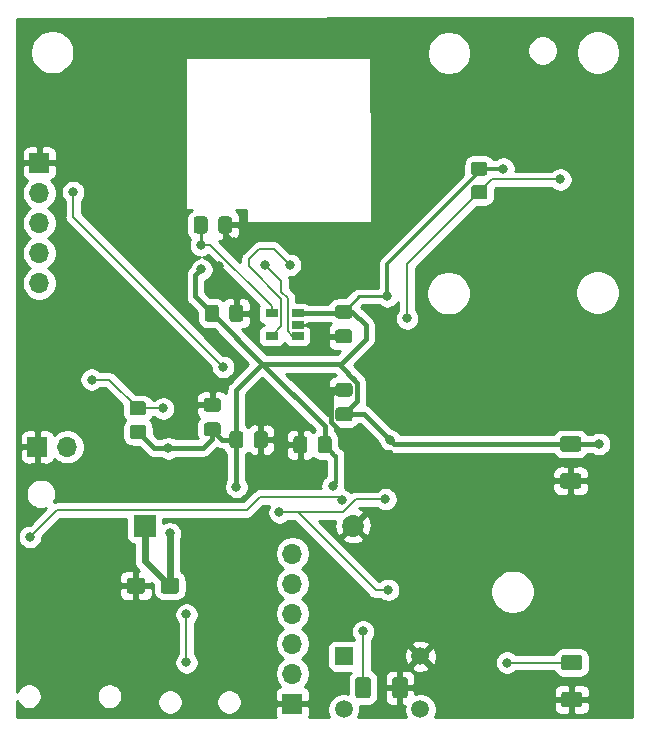
<source format=gbr>
%TF.GenerationSoftware,KiCad,Pcbnew,(5.1.7)-1*%
%TF.CreationDate,2020-10-23T16:32:44-04:00*%
%TF.ProjectId,final_schematic,66696e61-6c5f-4736-9368-656d61746963,3*%
%TF.SameCoordinates,Original*%
%TF.FileFunction,Copper,L2,Bot*%
%TF.FilePolarity,Positive*%
%FSLAX46Y46*%
G04 Gerber Fmt 4.6, Leading zero omitted, Abs format (unit mm)*
G04 Created by KiCad (PCBNEW (5.1.7)-1) date 2020-10-23 16:32:44*
%MOMM*%
%LPD*%
G01*
G04 APERTURE LIST*
%TA.AperFunction,ComponentPad*%
%ADD10O,1.700000X1.700000*%
%TD*%
%TA.AperFunction,ComponentPad*%
%ADD11R,1.700000X1.700000*%
%TD*%
%TA.AperFunction,SMDPad,CuDef*%
%ADD12R,1.060000X0.650000*%
%TD*%
%TA.AperFunction,ComponentPad*%
%ADD13C,1.854200*%
%TD*%
%TA.AperFunction,ComponentPad*%
%ADD14R,1.854200X1.854200*%
%TD*%
%TA.AperFunction,ComponentPad*%
%ADD15C,1.498000*%
%TD*%
%TA.AperFunction,ComponentPad*%
%ADD16R,1.498000X1.498000*%
%TD*%
%TA.AperFunction,ViaPad*%
%ADD17C,0.800000*%
%TD*%
%TA.AperFunction,Conductor*%
%ADD18C,0.254000*%
%TD*%
%TA.AperFunction,Conductor*%
%ADD19C,0.406400*%
%TD*%
%TA.AperFunction,Conductor*%
%ADD20C,0.304800*%
%TD*%
%TA.AperFunction,Conductor*%
%ADD21C,0.203200*%
%TD*%
%TA.AperFunction,Conductor*%
%ADD22C,0.250000*%
%TD*%
%TA.AperFunction,Conductor*%
%ADD23C,0.609600*%
%TD*%
%TA.AperFunction,Conductor*%
%ADD24C,0.355600*%
%TD*%
%TA.AperFunction,Conductor*%
%ADD25C,0.100000*%
%TD*%
G04 APERTURE END LIST*
D10*
%TO.P,PROG,5*%
%TO.N,SWCLK*%
X101066600Y-68453000D03*
%TO.P,PROG,4*%
%TO.N,SWDIO*%
X101066600Y-65913000D03*
%TO.P,PROG,3*%
%TO.N,3V3*%
X101066600Y-63373000D03*
%TO.P,PROG,2*%
%TO.N,NRST*%
X101066600Y-60833000D03*
D11*
%TO.P,PROG,1*%
%TO.N,GND*%
X101066600Y-58293000D03*
%TD*%
D12*
%TO.P,U6,5*%
%TO.N,GPS_Vin*%
X120743800Y-71033600D03*
%TO.P,U6,4*%
%TO.N,LDO_ERR*%
X120743800Y-72933600D03*
%TO.P,U6,3*%
%TO.N,LDO_SHDN*%
X122943800Y-72933600D03*
%TO.P,U6,2*%
%TO.N,GND*%
X122943800Y-71983600D03*
%TO.P,U6,1*%
%TO.N,3V3*%
X122943800Y-71033600D03*
%TD*%
%TO.P,R13,2*%
%TO.N,I2C2_SDA*%
%TA.AperFunction,SMDPad,CuDef*%
G36*
G01*
X137865699Y-60182200D02*
X138765701Y-60182200D01*
G75*
G02*
X139015700Y-60432199I0J-249999D01*
G01*
X139015700Y-61132201D01*
G75*
G02*
X138765701Y-61382200I-249999J0D01*
G01*
X137865699Y-61382200D01*
G75*
G02*
X137615700Y-61132201I0J249999D01*
G01*
X137615700Y-60432199D01*
G75*
G02*
X137865699Y-60182200I249999J0D01*
G01*
G37*
%TD.AperFunction*%
%TO.P,R13,1*%
%TO.N,3V3*%
%TA.AperFunction,SMDPad,CuDef*%
G36*
G01*
X137865699Y-58182200D02*
X138765701Y-58182200D01*
G75*
G02*
X139015700Y-58432199I0J-249999D01*
G01*
X139015700Y-59132201D01*
G75*
G02*
X138765701Y-59382200I-249999J0D01*
G01*
X137865699Y-59382200D01*
G75*
G02*
X137615700Y-59132201I0J249999D01*
G01*
X137615700Y-58432199D01*
G75*
G02*
X137865699Y-58182200I249999J0D01*
G01*
G37*
%TD.AperFunction*%
%TD*%
%TO.P,R12,2*%
%TO.N,I2C1_SDA*%
%TA.AperFunction,SMDPad,CuDef*%
G36*
G01*
X109873201Y-79670200D02*
X108973199Y-79670200D01*
G75*
G02*
X108723200Y-79420201I0J249999D01*
G01*
X108723200Y-78720199D01*
G75*
G02*
X108973199Y-78470200I249999J0D01*
G01*
X109873201Y-78470200D01*
G75*
G02*
X110123200Y-78720199I0J-249999D01*
G01*
X110123200Y-79420201D01*
G75*
G02*
X109873201Y-79670200I-249999J0D01*
G01*
G37*
%TD.AperFunction*%
%TO.P,R12,1*%
%TO.N,3V3*%
%TA.AperFunction,SMDPad,CuDef*%
G36*
G01*
X109873201Y-81670200D02*
X108973199Y-81670200D01*
G75*
G02*
X108723200Y-81420201I0J249999D01*
G01*
X108723200Y-80720199D01*
G75*
G02*
X108973199Y-80470200I249999J0D01*
G01*
X109873201Y-80470200D01*
G75*
G02*
X110123200Y-80720199I0J-249999D01*
G01*
X110123200Y-81420201D01*
G75*
G02*
X109873201Y-81670200I-249999J0D01*
G01*
G37*
%TD.AperFunction*%
%TD*%
D10*
%TO.P,SYSOFF,2*%
%TO.N,SYSOFF*%
X103441500Y-82334100D03*
D11*
%TO.P,SYSOFF,1*%
%TO.N,GND*%
X100901500Y-82334100D03*
%TD*%
D10*
%TO.P,BB,6*%
%TO.N,BB_CE*%
X122509280Y-91358720D03*
%TO.P,BB,5*%
%TO.N,BB_GPOUT*%
X122509280Y-93898720D03*
%TO.P,BB,4*%
%TO.N,I2C3_SCL*%
X122509280Y-96438720D03*
%TO.P,BB,3*%
%TO.N,I2C3_SDA*%
X122509280Y-98978720D03*
%TO.P,BB,2*%
%TO.N,V_supply*%
X122509280Y-101518720D03*
D11*
%TO.P,BB,1*%
%TO.N,GND*%
X122509280Y-104058720D03*
%TD*%
%TO.P,C2,1*%
%TO.N,GND*%
%TA.AperFunction,SMDPad,CuDef*%
G36*
G01*
X146801601Y-104383800D02*
X145501599Y-104383800D01*
G75*
G02*
X145251600Y-104133801I0J249999D01*
G01*
X145251600Y-103308799D01*
G75*
G02*
X145501599Y-103058800I249999J0D01*
G01*
X146801601Y-103058800D01*
G75*
G02*
X147051600Y-103308799I0J-249999D01*
G01*
X147051600Y-104133801D01*
G75*
G02*
X146801601Y-104383800I-249999J0D01*
G01*
G37*
%TD.AperFunction*%
%TO.P,C2,2*%
%TO.N,Net-(C2-Pad2)*%
%TA.AperFunction,SMDPad,CuDef*%
G36*
G01*
X146801601Y-101258800D02*
X145501599Y-101258800D01*
G75*
G02*
X145251600Y-101008801I0J249999D01*
G01*
X145251600Y-100183799D01*
G75*
G02*
X145501599Y-99933800I249999J0D01*
G01*
X146801601Y-99933800D01*
G75*
G02*
X147051600Y-100183799I0J-249999D01*
G01*
X147051600Y-101008801D01*
G75*
G02*
X146801601Y-101258800I-249999J0D01*
G01*
G37*
%TD.AperFunction*%
%TD*%
%TO.P,C3,1*%
%TO.N,GND*%
%TA.AperFunction,SMDPad,CuDef*%
G36*
G01*
X132273000Y-102067599D02*
X132273000Y-103367601D01*
G75*
G02*
X132023001Y-103617600I-249999J0D01*
G01*
X131197999Y-103617600D01*
G75*
G02*
X130948000Y-103367601I0J249999D01*
G01*
X130948000Y-102067599D01*
G75*
G02*
X131197999Y-101817600I249999J0D01*
G01*
X132023001Y-101817600D01*
G75*
G02*
X132273000Y-102067599I0J-249999D01*
G01*
G37*
%TD.AperFunction*%
%TO.P,C3,2*%
%TO.N,Net-(C3-Pad2)*%
%TA.AperFunction,SMDPad,CuDef*%
G36*
G01*
X129148000Y-102067599D02*
X129148000Y-103367601D01*
G75*
G02*
X128898001Y-103617600I-249999J0D01*
G01*
X128072999Y-103617600D01*
G75*
G02*
X127823000Y-103367601I0J249999D01*
G01*
X127823000Y-102067599D01*
G75*
G02*
X128072999Y-101817600I249999J0D01*
G01*
X128898001Y-101817600D01*
G75*
G02*
X129148000Y-102067599I0J-249999D01*
G01*
G37*
%TD.AperFunction*%
%TD*%
%TO.P,C6,2*%
%TO.N,GND*%
%TA.AperFunction,SMDPad,CuDef*%
G36*
G01*
X126372600Y-72378900D02*
X127322600Y-72378900D01*
G75*
G02*
X127572600Y-72628900I0J-250000D01*
G01*
X127572600Y-73303900D01*
G75*
G02*
X127322600Y-73553900I-250000J0D01*
G01*
X126372600Y-73553900D01*
G75*
G02*
X126122600Y-73303900I0J250000D01*
G01*
X126122600Y-72628900D01*
G75*
G02*
X126372600Y-72378900I250000J0D01*
G01*
G37*
%TD.AperFunction*%
%TO.P,C6,1*%
%TO.N,3V3*%
%TA.AperFunction,SMDPad,CuDef*%
G36*
G01*
X126372600Y-70303900D02*
X127322600Y-70303900D01*
G75*
G02*
X127572600Y-70553900I0J-250000D01*
G01*
X127572600Y-71228900D01*
G75*
G02*
X127322600Y-71478900I-250000J0D01*
G01*
X126372600Y-71478900D01*
G75*
G02*
X126122600Y-71228900I0J250000D01*
G01*
X126122600Y-70553900D01*
G75*
G02*
X126372600Y-70303900I250000J0D01*
G01*
G37*
%TD.AperFunction*%
%TD*%
%TO.P,C7,1*%
%TO.N,3V3*%
%TA.AperFunction,SMDPad,CuDef*%
G36*
G01*
X117170800Y-82186800D02*
X117170800Y-81236800D01*
G75*
G02*
X117420800Y-80986800I250000J0D01*
G01*
X118095800Y-80986800D01*
G75*
G02*
X118345800Y-81236800I0J-250000D01*
G01*
X118345800Y-82186800D01*
G75*
G02*
X118095800Y-82436800I-250000J0D01*
G01*
X117420800Y-82436800D01*
G75*
G02*
X117170800Y-82186800I0J250000D01*
G01*
G37*
%TD.AperFunction*%
%TO.P,C7,2*%
%TO.N,GND*%
%TA.AperFunction,SMDPad,CuDef*%
G36*
G01*
X119245800Y-82186800D02*
X119245800Y-81236800D01*
G75*
G02*
X119495800Y-80986800I250000J0D01*
G01*
X120170800Y-80986800D01*
G75*
G02*
X120420800Y-81236800I0J-250000D01*
G01*
X120420800Y-82186800D01*
G75*
G02*
X120170800Y-82436800I-250000J0D01*
G01*
X119495800Y-82436800D01*
G75*
G02*
X119245800Y-82186800I0J250000D01*
G01*
G37*
%TD.AperFunction*%
%TD*%
%TO.P,C8,2*%
%TO.N,GND*%
%TA.AperFunction,SMDPad,CuDef*%
G36*
G01*
X123756000Y-81668600D02*
X123756000Y-82618600D01*
G75*
G02*
X123506000Y-82868600I-250000J0D01*
G01*
X122831000Y-82868600D01*
G75*
G02*
X122581000Y-82618600I0J250000D01*
G01*
X122581000Y-81668600D01*
G75*
G02*
X122831000Y-81418600I250000J0D01*
G01*
X123506000Y-81418600D01*
G75*
G02*
X123756000Y-81668600I0J-250000D01*
G01*
G37*
%TD.AperFunction*%
%TO.P,C8,1*%
%TO.N,3V3*%
%TA.AperFunction,SMDPad,CuDef*%
G36*
G01*
X125831000Y-81668600D02*
X125831000Y-82618600D01*
G75*
G02*
X125581000Y-82868600I-250000J0D01*
G01*
X124906000Y-82868600D01*
G75*
G02*
X124656000Y-82618600I0J250000D01*
G01*
X124656000Y-81668600D01*
G75*
G02*
X124906000Y-81418600I250000J0D01*
G01*
X125581000Y-81418600D01*
G75*
G02*
X125831000Y-81668600I0J-250000D01*
G01*
G37*
%TD.AperFunction*%
%TD*%
%TO.P,C9,2*%
%TO.N,GND*%
%TA.AperFunction,SMDPad,CuDef*%
G36*
G01*
X116197400Y-79360700D02*
X115247400Y-79360700D01*
G75*
G02*
X114997400Y-79110700I0J250000D01*
G01*
X114997400Y-78435700D01*
G75*
G02*
X115247400Y-78185700I250000J0D01*
G01*
X116197400Y-78185700D01*
G75*
G02*
X116447400Y-78435700I0J-250000D01*
G01*
X116447400Y-79110700D01*
G75*
G02*
X116197400Y-79360700I-250000J0D01*
G01*
G37*
%TD.AperFunction*%
%TO.P,C9,1*%
%TO.N,3V3*%
%TA.AperFunction,SMDPad,CuDef*%
G36*
G01*
X116197400Y-81435700D02*
X115247400Y-81435700D01*
G75*
G02*
X114997400Y-81185700I0J250000D01*
G01*
X114997400Y-80510700D01*
G75*
G02*
X115247400Y-80260700I250000J0D01*
G01*
X116197400Y-80260700D01*
G75*
G02*
X116447400Y-80510700I0J-250000D01*
G01*
X116447400Y-81185700D01*
G75*
G02*
X116197400Y-81435700I-250000J0D01*
G01*
G37*
%TD.AperFunction*%
%TD*%
%TO.P,C10,2*%
%TO.N,GND*%
%TA.AperFunction,SMDPad,CuDef*%
G36*
G01*
X117163000Y-71493400D02*
X117163000Y-70543400D01*
G75*
G02*
X117413000Y-70293400I250000J0D01*
G01*
X118088000Y-70293400D01*
G75*
G02*
X118338000Y-70543400I0J-250000D01*
G01*
X118338000Y-71493400D01*
G75*
G02*
X118088000Y-71743400I-250000J0D01*
G01*
X117413000Y-71743400D01*
G75*
G02*
X117163000Y-71493400I0J250000D01*
G01*
G37*
%TD.AperFunction*%
%TO.P,C10,1*%
%TO.N,3V3*%
%TA.AperFunction,SMDPad,CuDef*%
G36*
G01*
X115088000Y-71493400D02*
X115088000Y-70543400D01*
G75*
G02*
X115338000Y-70293400I250000J0D01*
G01*
X116013000Y-70293400D01*
G75*
G02*
X116263000Y-70543400I0J-250000D01*
G01*
X116263000Y-71493400D01*
G75*
G02*
X116013000Y-71743400I-250000J0D01*
G01*
X115338000Y-71743400D01*
G75*
G02*
X115088000Y-71493400I0J250000D01*
G01*
G37*
%TD.AperFunction*%
%TD*%
%TO.P,C11,1*%
%TO.N,3V3*%
%TA.AperFunction,SMDPad,CuDef*%
G36*
G01*
X127348000Y-80165700D02*
X126398000Y-80165700D01*
G75*
G02*
X126148000Y-79915700I0J250000D01*
G01*
X126148000Y-79240700D01*
G75*
G02*
X126398000Y-78990700I250000J0D01*
G01*
X127348000Y-78990700D01*
G75*
G02*
X127598000Y-79240700I0J-250000D01*
G01*
X127598000Y-79915700D01*
G75*
G02*
X127348000Y-80165700I-250000J0D01*
G01*
G37*
%TD.AperFunction*%
%TO.P,C11,2*%
%TO.N,GND*%
%TA.AperFunction,SMDPad,CuDef*%
G36*
G01*
X127348000Y-78090700D02*
X126398000Y-78090700D01*
G75*
G02*
X126148000Y-77840700I0J250000D01*
G01*
X126148000Y-77165700D01*
G75*
G02*
X126398000Y-76915700I250000J0D01*
G01*
X127348000Y-76915700D01*
G75*
G02*
X127598000Y-77165700I0J-250000D01*
G01*
X127598000Y-77840700D01*
G75*
G02*
X127348000Y-78090700I-250000J0D01*
G01*
G37*
%TD.AperFunction*%
%TD*%
%TO.P,C13,1*%
%TO.N,GPS_Vin*%
%TA.AperFunction,SMDPad,CuDef*%
G36*
G01*
X114148200Y-64013100D02*
X114148200Y-63063100D01*
G75*
G02*
X114398200Y-62813100I250000J0D01*
G01*
X115073200Y-62813100D01*
G75*
G02*
X115323200Y-63063100I0J-250000D01*
G01*
X115323200Y-64013100D01*
G75*
G02*
X115073200Y-64263100I-250000J0D01*
G01*
X114398200Y-64263100D01*
G75*
G02*
X114148200Y-64013100I0J250000D01*
G01*
G37*
%TD.AperFunction*%
%TO.P,C13,2*%
%TO.N,GND*%
%TA.AperFunction,SMDPad,CuDef*%
G36*
G01*
X116223200Y-64013100D02*
X116223200Y-63063100D01*
G75*
G02*
X116473200Y-62813100I250000J0D01*
G01*
X117148200Y-62813100D01*
G75*
G02*
X117398200Y-63063100I0J-250000D01*
G01*
X117398200Y-64013100D01*
G75*
G02*
X117148200Y-64263100I-250000J0D01*
G01*
X116473200Y-64263100D01*
G75*
G02*
X116223200Y-64013100I0J250000D01*
G01*
G37*
%TD.AperFunction*%
%TD*%
%TO.P,C14,1*%
%TO.N,GND*%
%TA.AperFunction,SMDPad,CuDef*%
G36*
G01*
X146712701Y-85867600D02*
X145412699Y-85867600D01*
G75*
G02*
X145162700Y-85617601I0J249999D01*
G01*
X145162700Y-84792599D01*
G75*
G02*
X145412699Y-84542600I249999J0D01*
G01*
X146712701Y-84542600D01*
G75*
G02*
X146962700Y-84792599I0J-249999D01*
G01*
X146962700Y-85617601D01*
G75*
G02*
X146712701Y-85867600I-249999J0D01*
G01*
G37*
%TD.AperFunction*%
%TO.P,C14,2*%
%TO.N,3V3*%
%TA.AperFunction,SMDPad,CuDef*%
G36*
G01*
X146712701Y-82742600D02*
X145412699Y-82742600D01*
G75*
G02*
X145162700Y-82492601I0J249999D01*
G01*
X145162700Y-81667599D01*
G75*
G02*
X145412699Y-81417600I249999J0D01*
G01*
X146712701Y-81417600D01*
G75*
G02*
X146962700Y-81667599I0J-249999D01*
G01*
X146962700Y-82492601D01*
G75*
G02*
X146712701Y-82742600I-249999J0D01*
G01*
G37*
%TD.AperFunction*%
%TD*%
%TO.P,C19,1*%
%TO.N,3V3*%
%TA.AperFunction,SMDPad,CuDef*%
G36*
G01*
X112918200Y-93656599D02*
X112918200Y-94506601D01*
G75*
G02*
X112668201Y-94756600I-249999J0D01*
G01*
X111593199Y-94756600D01*
G75*
G02*
X111343200Y-94506601I0J249999D01*
G01*
X111343200Y-93656599D01*
G75*
G02*
X111593199Y-93406600I249999J0D01*
G01*
X112668201Y-93406600D01*
G75*
G02*
X112918200Y-93656599I0J-249999D01*
G01*
G37*
%TD.AperFunction*%
%TO.P,C19,2*%
%TO.N,GND*%
%TA.AperFunction,SMDPad,CuDef*%
G36*
G01*
X110043200Y-93656599D02*
X110043200Y-94506601D01*
G75*
G02*
X109793201Y-94756600I-249999J0D01*
G01*
X108718199Y-94756600D01*
G75*
G02*
X108468200Y-94506601I0J249999D01*
G01*
X108468200Y-93656599D01*
G75*
G02*
X108718199Y-93406600I249999J0D01*
G01*
X109793201Y-93406600D01*
G75*
G02*
X110043200Y-93656599I0J-249999D01*
G01*
G37*
%TD.AperFunction*%
%TD*%
D13*
%TO.P,D3,2*%
%TO.N,GND*%
X127635000Y-89001600D03*
D14*
%TO.P,D3,1*%
%TO.N,3V3*%
X110007400Y-89001600D03*
%TD*%
D15*
%TO.P,SW3,3*%
%TO.N,N/C*%
X126850000Y-104558800D03*
D16*
%TO.P,SW3,1*%
%TO.N,Net-(C3-Pad2)*%
X126850000Y-100058800D03*
D15*
%TO.P,SW3,4*%
%TO.N,N/C*%
X133350000Y-104558800D03*
%TO.P,SW3,2*%
%TO.N,GND*%
X133350000Y-100058800D03*
%TD*%
D17*
%TO.N,GND*%
X124434600Y-85598000D03*
X116332000Y-67056000D03*
X132588000Y-75946000D03*
X117602000Y-65024000D03*
X111760000Y-81026000D03*
X119634000Y-85559900D03*
X131318000Y-83312000D03*
X130962400Y-70802500D03*
%TO.N,NRST*%
X116641880Y-75544680D03*
X130378200Y-86761320D03*
%TO.N,I2C1_SDA*%
X111556800Y-79070200D03*
X105498900Y-76631800D03*
%TO.N,I2C2_SDA*%
X145186400Y-59690000D03*
%TO.N,3V3*%
X140360400Y-58775600D03*
X148475700Y-82080100D03*
%TO.N,Net-(C2-Pad2)*%
X140677500Y-100596300D03*
%TO.N,Net-(C3-Pad2)*%
X128485500Y-97954700D03*
%TO.N,3V3*%
X114808000Y-67310000D03*
X130810000Y-81788000D03*
X130556000Y-69596000D03*
X112130700Y-89646900D03*
X112014000Y-82448400D03*
X117758300Y-85721100D03*
X125907800Y-85661500D03*
%TO.N,session_btn*%
X126746000Y-86868000D03*
X100279200Y-89954100D03*
%TO.N,NRST*%
X103949500Y-60756800D03*
X130606800Y-94424500D03*
X121412000Y-87884000D03*
%TO.N,BB_Out*%
X113538000Y-100584000D03*
X113538000Y-96520000D03*
%TO.N,I2C2_SDA*%
X132219700Y-71450200D03*
%TO.N,GPS_Vin*%
X114757200Y-65252600D03*
%TO.N,LDO_ERR*%
X122301000Y-66929000D03*
%TO.N,LDO_SHDN*%
X120205500Y-66916300D03*
%TD*%
D18*
%TO.N,GND*%
X116832200Y-64254200D02*
X117602000Y-65024000D01*
X117750500Y-71018400D02*
X117750500Y-69236500D01*
X117750500Y-68474500D02*
X116332000Y-67056000D01*
X117750500Y-71018400D02*
X117750500Y-68474500D01*
D19*
X114012800Y-78773200D02*
X111760000Y-81026000D01*
X115722400Y-78773200D02*
X114012800Y-78773200D01*
D18*
X116810700Y-64232700D02*
X117602000Y-65024000D01*
X116810700Y-63538100D02*
X116810700Y-64232700D01*
X122943800Y-71983600D02*
X123672600Y-71983600D01*
D19*
X128362520Y-82804000D02*
X130810000Y-82804000D01*
X125744790Y-80186270D02*
X128362520Y-82804000D01*
X125744790Y-77906410D02*
X125744790Y-80186270D01*
X126148000Y-77503200D02*
X125744790Y-77906410D01*
X126873000Y-77503200D02*
X126148000Y-77503200D01*
D20*
X119833300Y-85398700D02*
X119634000Y-85598000D01*
D21*
%TO.N,Net-(C2-Pad2)*%
X146151600Y-100596300D02*
X140677500Y-100596300D01*
X140677500Y-100596300D02*
X140677500Y-100596300D01*
D22*
%TO.N,Net-(C3-Pad2)*%
X128485500Y-97954700D02*
X128485500Y-97954700D01*
D21*
X128485500Y-102717600D02*
X128485500Y-97954700D01*
D23*
%TO.N,3V3*%
X112130700Y-94081600D02*
X112130700Y-89646900D01*
X112130700Y-89646900D02*
X112130700Y-89646900D01*
D19*
X112014000Y-82448400D02*
X112014000Y-82448400D01*
X117758300Y-81711800D02*
X117758300Y-85721100D01*
X117758300Y-85721100D02*
X117758300Y-85721100D01*
X126873000Y-79578200D02*
X128524000Y-79578200D01*
D23*
X110007400Y-91958300D02*
X112130700Y-94081600D01*
X110007400Y-89001600D02*
X110007400Y-91958300D01*
D22*
X128143000Y-69596000D02*
X130556000Y-69596000D01*
X126847600Y-70891400D02*
X128143000Y-69596000D01*
D19*
X128600200Y-79578200D02*
X130810000Y-81788000D01*
X126873000Y-79578200D02*
X128600200Y-79578200D01*
X115675500Y-71018400D02*
X115675500Y-70971500D01*
X115675500Y-70971500D02*
X114300000Y-69596000D01*
X114300000Y-69596000D02*
X114300000Y-67818000D01*
X114300000Y-67818000D02*
X114808000Y-67310000D01*
X115722400Y-80848200D02*
X115722400Y-81635600D01*
X114909600Y-82448400D02*
X112014000Y-82448400D01*
X115722400Y-81635600D02*
X114909600Y-82448400D01*
D20*
X125933200Y-82833300D02*
X125243500Y-82143600D01*
D24*
X126136400Y-83163500D02*
X125882400Y-82909500D01*
X126187200Y-85382100D02*
X125907800Y-85661500D01*
X126187200Y-83087300D02*
X126187200Y-85382100D01*
D19*
X146062700Y-82080100D02*
X148475700Y-82080100D01*
X131102100Y-82080100D02*
X130810000Y-81788000D01*
X146062700Y-82080100D02*
X131102100Y-82080100D01*
D24*
X138315700Y-59094340D02*
X138315700Y-58782200D01*
X130556000Y-66854040D02*
X138315700Y-59094340D01*
X130556000Y-69596000D02*
X130556000Y-66854040D01*
X140353800Y-58782200D02*
X140360400Y-58775600D01*
X138315700Y-58782200D02*
X140353800Y-58782200D01*
D19*
X110801400Y-82448400D02*
X109423200Y-81070200D01*
X112014000Y-82448400D02*
X110801400Y-82448400D01*
X116586000Y-81711800D02*
X115722400Y-80848200D01*
X117758300Y-81711800D02*
X116586000Y-81711800D01*
X126705400Y-71033600D02*
X126847600Y-70891400D01*
X122943800Y-71033600D02*
X126705400Y-71033600D01*
X127572600Y-70891400D02*
X126847600Y-70891400D01*
X128729810Y-72048610D02*
X127572600Y-70891400D01*
X128729810Y-73185191D02*
X128729810Y-72048610D01*
X126604001Y-75311000D02*
X128729810Y-73185191D01*
X115675500Y-71018400D02*
X119968100Y-75311000D01*
X128001210Y-76895130D02*
X126417080Y-75311000D01*
X121259600Y-75311000D02*
X126604001Y-75311000D01*
X126417080Y-75311000D02*
X121259600Y-75311000D01*
X119968100Y-75311000D02*
X121259600Y-75311000D01*
X128001210Y-76895130D02*
X128001210Y-78449990D01*
X127618570Y-76512490D02*
X128001210Y-76895130D01*
X128001210Y-78449990D02*
X126873000Y-79578200D01*
X125243500Y-80590300D02*
X125243500Y-82143600D01*
X119968100Y-75314900D02*
X125243500Y-80590300D01*
X119968100Y-75311000D02*
X119968100Y-75314900D01*
X117758300Y-77524700D02*
X119968100Y-75314900D01*
X117758300Y-81711800D02*
X117758300Y-77524700D01*
D21*
%TO.N,I2C1_SDA*%
X105527600Y-76603100D02*
X105498900Y-76631800D01*
X109423200Y-79070200D02*
X111556800Y-79070200D01*
X106984800Y-76631800D02*
X109423200Y-79070200D01*
X105498900Y-76631800D02*
X106984800Y-76631800D01*
%TO.N,session_btn*%
X108305600Y-87680800D02*
X118643400Y-87680800D01*
X118643400Y-87680800D02*
X119749099Y-86575101D01*
X126453101Y-86575101D02*
X126746000Y-86868000D01*
X119749099Y-86575101D02*
X126453101Y-86575101D01*
X102552500Y-87680800D02*
X100279200Y-89954100D01*
X108305600Y-87680800D02*
X102552500Y-87680800D01*
%TO.N,NRST*%
X129552700Y-94475300D02*
X122961400Y-87884000D01*
X121412000Y-87884000D02*
X122961400Y-87884000D01*
X130556000Y-94475300D02*
X130606800Y-94424500D01*
X129552700Y-94475300D02*
X130556000Y-94475300D01*
X103949500Y-62852300D02*
X116641880Y-75544680D01*
X103949500Y-60756800D02*
X103949500Y-62852300D01*
X126768370Y-87884000D02*
X121412000Y-87884000D01*
X127891050Y-86761320D02*
X126768370Y-87884000D01*
X130378200Y-86761320D02*
X127891050Y-86761320D01*
%TO.N,BB_Out*%
X113538000Y-96520000D02*
X113538000Y-100584000D01*
%TO.N,I2C2_SDA*%
X139407900Y-59690000D02*
X138315700Y-60782200D01*
X145186400Y-59690000D02*
X139407900Y-59690000D01*
X132219700Y-66878200D02*
X132219700Y-71450200D01*
X138315700Y-60782200D02*
X132219700Y-66878200D01*
D19*
%TO.N,GPS_Vin*%
X114757200Y-65252600D02*
X114757200Y-65252600D01*
D18*
X114748400Y-65243800D02*
X114757200Y-65252600D01*
X114735700Y-65231100D02*
X114757200Y-65252600D01*
X114735700Y-63538100D02*
X114735700Y-65231100D01*
D21*
X115566970Y-65252600D02*
X114757200Y-65252600D01*
X120743800Y-70429430D02*
X115566970Y-65252600D01*
X120743800Y-71033600D02*
X120743800Y-70429430D01*
%TO.N,LDO_ERR*%
X121575401Y-72101999D02*
X121575401Y-69784801D01*
X120743800Y-72933600D02*
X121575401Y-72101999D01*
X121575401Y-69784801D02*
X118795800Y-67005200D01*
X118795800Y-67005200D02*
X118795800Y-66446400D01*
X118795800Y-66446400D02*
X119684800Y-65557400D01*
X120929400Y-65557400D02*
X122301000Y-66929000D01*
X119684800Y-65557400D02*
X120929400Y-65557400D01*
%TO.N,LDO_SHDN*%
X123375600Y-72933600D02*
X122927718Y-72933600D01*
X121575401Y-68286201D02*
X120205500Y-66916300D01*
X122495918Y-72933600D02*
X122943800Y-72933600D01*
X122112199Y-72549881D02*
X122495918Y-72933600D01*
X122112199Y-69751375D02*
X122112199Y-72549881D01*
X121575401Y-69214577D02*
X122112199Y-69751375D01*
X121575401Y-68286201D02*
X121575401Y-69214577D01*
%TD*%
D18*
%TO.N,GND*%
X151283600Y-105182769D02*
X134587934Y-105186731D01*
X134680814Y-104962498D01*
X134734000Y-104695112D01*
X134734000Y-104422488D01*
X134726305Y-104383800D01*
X144613528Y-104383800D01*
X144625788Y-104508282D01*
X144662098Y-104627980D01*
X144721063Y-104738294D01*
X144800415Y-104834985D01*
X144897106Y-104914337D01*
X145007420Y-104973302D01*
X145127118Y-105009612D01*
X145251600Y-105021872D01*
X145865850Y-105018800D01*
X146024600Y-104860050D01*
X146024600Y-103848300D01*
X146278600Y-103848300D01*
X146278600Y-104860050D01*
X146437350Y-105018800D01*
X147051600Y-105021872D01*
X147176082Y-105009612D01*
X147295780Y-104973302D01*
X147406094Y-104914337D01*
X147502785Y-104834985D01*
X147582137Y-104738294D01*
X147641102Y-104627980D01*
X147677412Y-104508282D01*
X147689672Y-104383800D01*
X147686600Y-104007050D01*
X147527850Y-103848300D01*
X146278600Y-103848300D01*
X146024600Y-103848300D01*
X144775350Y-103848300D01*
X144616600Y-104007050D01*
X144613528Y-104383800D01*
X134726305Y-104383800D01*
X134680814Y-104155102D01*
X134576485Y-103903230D01*
X134425023Y-103676551D01*
X134232249Y-103483777D01*
X134005570Y-103332315D01*
X133753698Y-103227986D01*
X133486312Y-103174800D01*
X133213688Y-103174800D01*
X132946302Y-103227986D01*
X132909200Y-103243354D01*
X132908278Y-103058800D01*
X144613528Y-103058800D01*
X144616600Y-103435550D01*
X144775350Y-103594300D01*
X146024600Y-103594300D01*
X146024600Y-102582550D01*
X146278600Y-102582550D01*
X146278600Y-103594300D01*
X147527850Y-103594300D01*
X147686600Y-103435550D01*
X147689672Y-103058800D01*
X147677412Y-102934318D01*
X147641102Y-102814620D01*
X147582137Y-102704306D01*
X147502785Y-102607615D01*
X147406094Y-102528263D01*
X147295780Y-102469298D01*
X147176082Y-102432988D01*
X147051600Y-102420728D01*
X146437350Y-102423800D01*
X146278600Y-102582550D01*
X146024600Y-102582550D01*
X145865850Y-102423800D01*
X145251600Y-102420728D01*
X145127118Y-102432988D01*
X145007420Y-102469298D01*
X144897106Y-102528263D01*
X144800415Y-102607615D01*
X144721063Y-102704306D01*
X144662098Y-102814620D01*
X144625788Y-102934318D01*
X144613528Y-103058800D01*
X132908278Y-103058800D01*
X132908000Y-103003350D01*
X132749250Y-102844600D01*
X131737500Y-102844600D01*
X131737500Y-104093850D01*
X131896250Y-104252600D01*
X131999625Y-104253443D01*
X131966000Y-104422488D01*
X131966000Y-104695112D01*
X132019186Y-104962498D01*
X132112310Y-105187318D01*
X128087295Y-105188274D01*
X128180814Y-104962498D01*
X128234000Y-104695112D01*
X128234000Y-104422488D01*
X128200818Y-104255672D01*
X128898001Y-104255672D01*
X129071255Y-104238608D01*
X129237851Y-104188072D01*
X129391387Y-104106005D01*
X129525962Y-103995562D01*
X129636405Y-103860987D01*
X129718472Y-103707451D01*
X129745727Y-103617600D01*
X130309928Y-103617600D01*
X130322188Y-103742082D01*
X130358498Y-103861780D01*
X130417463Y-103972094D01*
X130496815Y-104068785D01*
X130593506Y-104148137D01*
X130703820Y-104207102D01*
X130823518Y-104243412D01*
X130948000Y-104255672D01*
X131324750Y-104252600D01*
X131483500Y-104093850D01*
X131483500Y-102844600D01*
X130471750Y-102844600D01*
X130313000Y-103003350D01*
X130309928Y-103617600D01*
X129745727Y-103617600D01*
X129769008Y-103540855D01*
X129786072Y-103367601D01*
X129786072Y-102067599D01*
X129769008Y-101894345D01*
X129745728Y-101817600D01*
X130309928Y-101817600D01*
X130313000Y-102431850D01*
X130471750Y-102590600D01*
X131483500Y-102590600D01*
X131483500Y-101341350D01*
X131737500Y-101341350D01*
X131737500Y-102590600D01*
X132749250Y-102590600D01*
X132908000Y-102431850D01*
X132911072Y-101817600D01*
X132898812Y-101693118D01*
X132862502Y-101573420D01*
X132803537Y-101463106D01*
X132724185Y-101366415D01*
X132627494Y-101287063D01*
X132517180Y-101228098D01*
X132397482Y-101191788D01*
X132273000Y-101179528D01*
X131896250Y-101182600D01*
X131737500Y-101341350D01*
X131483500Y-101341350D01*
X131324750Y-101182600D01*
X130948000Y-101179528D01*
X130823518Y-101191788D01*
X130703820Y-101228098D01*
X130593506Y-101287063D01*
X130496815Y-101366415D01*
X130417463Y-101463106D01*
X130358498Y-101573420D01*
X130322188Y-101693118D01*
X130309928Y-101817600D01*
X129745728Y-101817600D01*
X129718472Y-101727749D01*
X129636405Y-101574213D01*
X129525962Y-101439638D01*
X129391387Y-101329195D01*
X129237851Y-101247128D01*
X129222100Y-101242350D01*
X129222100Y-101015079D01*
X132573326Y-101015079D01*
X132638729Y-101253845D01*
X132885538Y-101369645D01*
X133150195Y-101435070D01*
X133422531Y-101447605D01*
X133692081Y-101406770D01*
X133948484Y-101314132D01*
X134061271Y-101253845D01*
X134126674Y-101015079D01*
X133350000Y-100238405D01*
X132573326Y-101015079D01*
X129222100Y-101015079D01*
X129222100Y-100131331D01*
X131961195Y-100131331D01*
X132002030Y-100400881D01*
X132094668Y-100657284D01*
X132154955Y-100770071D01*
X132393721Y-100835474D01*
X133170395Y-100058800D01*
X133529605Y-100058800D01*
X134306279Y-100835474D01*
X134545045Y-100770071D01*
X134660845Y-100523262D01*
X134667989Y-100494361D01*
X139642500Y-100494361D01*
X139642500Y-100698239D01*
X139682274Y-100898198D01*
X139760295Y-101086556D01*
X139873563Y-101256074D01*
X140017726Y-101400237D01*
X140187244Y-101513505D01*
X140375602Y-101591526D01*
X140575561Y-101631300D01*
X140779439Y-101631300D01*
X140979398Y-101591526D01*
X141167756Y-101513505D01*
X141337274Y-101400237D01*
X141404611Y-101332900D01*
X144676350Y-101332900D01*
X144681128Y-101348651D01*
X144763195Y-101502187D01*
X144873638Y-101636762D01*
X145008213Y-101747205D01*
X145161749Y-101829272D01*
X145328345Y-101879808D01*
X145501599Y-101896872D01*
X146801601Y-101896872D01*
X146974855Y-101879808D01*
X147141451Y-101829272D01*
X147294987Y-101747205D01*
X147429562Y-101636762D01*
X147540005Y-101502187D01*
X147622072Y-101348651D01*
X147672608Y-101182055D01*
X147689672Y-101008801D01*
X147689672Y-100183799D01*
X147672608Y-100010545D01*
X147622072Y-99843949D01*
X147540005Y-99690413D01*
X147429562Y-99555838D01*
X147294987Y-99445395D01*
X147141451Y-99363328D01*
X146974855Y-99312792D01*
X146801601Y-99295728D01*
X145501599Y-99295728D01*
X145328345Y-99312792D01*
X145161749Y-99363328D01*
X145008213Y-99445395D01*
X144873638Y-99555838D01*
X144763195Y-99690413D01*
X144681128Y-99843949D01*
X144676350Y-99859700D01*
X141404611Y-99859700D01*
X141337274Y-99792363D01*
X141167756Y-99679095D01*
X140979398Y-99601074D01*
X140779439Y-99561300D01*
X140575561Y-99561300D01*
X140375602Y-99601074D01*
X140187244Y-99679095D01*
X140017726Y-99792363D01*
X139873563Y-99936526D01*
X139760295Y-100106044D01*
X139682274Y-100294402D01*
X139642500Y-100494361D01*
X134667989Y-100494361D01*
X134726270Y-100258605D01*
X134738805Y-99986269D01*
X134697970Y-99716719D01*
X134605332Y-99460316D01*
X134545045Y-99347529D01*
X134306279Y-99282126D01*
X133529605Y-100058800D01*
X133170395Y-100058800D01*
X132393721Y-99282126D01*
X132154955Y-99347529D01*
X132039155Y-99594338D01*
X131973730Y-99858995D01*
X131961195Y-100131331D01*
X129222100Y-100131331D01*
X129222100Y-99102521D01*
X132573326Y-99102521D01*
X133350000Y-99879195D01*
X134126674Y-99102521D01*
X134061271Y-98863755D01*
X133814462Y-98747955D01*
X133549805Y-98682530D01*
X133277469Y-98669995D01*
X133007919Y-98710830D01*
X132751516Y-98803468D01*
X132638729Y-98863755D01*
X132573326Y-99102521D01*
X129222100Y-99102521D01*
X129222100Y-98681811D01*
X129289437Y-98614474D01*
X129402705Y-98444956D01*
X129480726Y-98256598D01*
X129520500Y-98056639D01*
X129520500Y-97852761D01*
X129480726Y-97652802D01*
X129402705Y-97464444D01*
X129289437Y-97294926D01*
X129145274Y-97150763D01*
X128975756Y-97037495D01*
X128787398Y-96959474D01*
X128587439Y-96919700D01*
X128383561Y-96919700D01*
X128183602Y-96959474D01*
X127995244Y-97037495D01*
X127825726Y-97150763D01*
X127681563Y-97294926D01*
X127568295Y-97464444D01*
X127490274Y-97652802D01*
X127450500Y-97852761D01*
X127450500Y-98056639D01*
X127490274Y-98256598D01*
X127568295Y-98444956D01*
X127681563Y-98614474D01*
X127748901Y-98681812D01*
X127748901Y-98691699D01*
X127723482Y-98683988D01*
X127599000Y-98671728D01*
X126101000Y-98671728D01*
X125976518Y-98683988D01*
X125856820Y-98720298D01*
X125746506Y-98779263D01*
X125649815Y-98858615D01*
X125570463Y-98955306D01*
X125511498Y-99065620D01*
X125475188Y-99185318D01*
X125462928Y-99309800D01*
X125462928Y-100807800D01*
X125475188Y-100932282D01*
X125511498Y-101051980D01*
X125570463Y-101162294D01*
X125649815Y-101258985D01*
X125746506Y-101338337D01*
X125856820Y-101397302D01*
X125976518Y-101433612D01*
X126101000Y-101445872D01*
X127439922Y-101445872D01*
X127334595Y-101574213D01*
X127252528Y-101727749D01*
X127201992Y-101894345D01*
X127184928Y-102067599D01*
X127184928Y-103214307D01*
X126986312Y-103174800D01*
X126713688Y-103174800D01*
X126446302Y-103227986D01*
X126194430Y-103332315D01*
X125967751Y-103483777D01*
X125774977Y-103676551D01*
X125623515Y-103903230D01*
X125519186Y-104155102D01*
X125466000Y-104422488D01*
X125466000Y-104695112D01*
X125519186Y-104962498D01*
X125612949Y-105188861D01*
X123929347Y-105189260D01*
X123948782Y-105152900D01*
X123985092Y-105033202D01*
X123997352Y-104908720D01*
X123994280Y-104344470D01*
X123835530Y-104185720D01*
X122636280Y-104185720D01*
X122636280Y-104205720D01*
X122382280Y-104205720D01*
X122382280Y-104185720D01*
X121183030Y-104185720D01*
X121024280Y-104344470D01*
X121021208Y-104908720D01*
X121033468Y-105033202D01*
X121069778Y-105152900D01*
X121089573Y-105189934D01*
X99185800Y-105195132D01*
X99185800Y-103812313D01*
X99245085Y-103955440D01*
X99363825Y-104133147D01*
X99514953Y-104284275D01*
X99692660Y-104403015D01*
X99890117Y-104484804D01*
X100099737Y-104526500D01*
X100313463Y-104526500D01*
X100523083Y-104484804D01*
X100720540Y-104403015D01*
X100898247Y-104284275D01*
X101049375Y-104133147D01*
X101168115Y-103955440D01*
X101249904Y-103757983D01*
X101291600Y-103548363D01*
X101291600Y-103334637D01*
X105921600Y-103334637D01*
X105921600Y-103548363D01*
X105963296Y-103757983D01*
X106045085Y-103955440D01*
X106163825Y-104133147D01*
X106314953Y-104284275D01*
X106492660Y-104403015D01*
X106690117Y-104484804D01*
X106899737Y-104526500D01*
X107113463Y-104526500D01*
X107323083Y-104484804D01*
X107520540Y-104403015D01*
X107698247Y-104284275D01*
X107849375Y-104133147D01*
X107968115Y-103955440D01*
X108025443Y-103817037D01*
X111057900Y-103817037D01*
X111057900Y-104030763D01*
X111099596Y-104240383D01*
X111181385Y-104437840D01*
X111300125Y-104615547D01*
X111451253Y-104766675D01*
X111628960Y-104885415D01*
X111826417Y-104967204D01*
X112036037Y-105008900D01*
X112249763Y-105008900D01*
X112459383Y-104967204D01*
X112656840Y-104885415D01*
X112834547Y-104766675D01*
X112985675Y-104615547D01*
X113104415Y-104437840D01*
X113186204Y-104240383D01*
X113227900Y-104030763D01*
X113227900Y-103817037D01*
X116057900Y-103817037D01*
X116057900Y-104030763D01*
X116099596Y-104240383D01*
X116181385Y-104437840D01*
X116300125Y-104615547D01*
X116451253Y-104766675D01*
X116628960Y-104885415D01*
X116826417Y-104967204D01*
X117036037Y-105008900D01*
X117249763Y-105008900D01*
X117459383Y-104967204D01*
X117656840Y-104885415D01*
X117834547Y-104766675D01*
X117985675Y-104615547D01*
X118104415Y-104437840D01*
X118186204Y-104240383D01*
X118227900Y-104030763D01*
X118227900Y-103817037D01*
X118186204Y-103607417D01*
X118104415Y-103409960D01*
X117985675Y-103232253D01*
X117962142Y-103208720D01*
X121021208Y-103208720D01*
X121024280Y-103772970D01*
X121183030Y-103931720D01*
X122382280Y-103931720D01*
X122382280Y-103911720D01*
X122636280Y-103911720D01*
X122636280Y-103931720D01*
X123835530Y-103931720D01*
X123994280Y-103772970D01*
X123997352Y-103208720D01*
X123985092Y-103084238D01*
X123948782Y-102964540D01*
X123889817Y-102854226D01*
X123810465Y-102757535D01*
X123713774Y-102678183D01*
X123603460Y-102619218D01*
X123530900Y-102597207D01*
X123662755Y-102465352D01*
X123825270Y-102222131D01*
X123937212Y-101951878D01*
X123994280Y-101664980D01*
X123994280Y-101372460D01*
X123937212Y-101085562D01*
X123825270Y-100815309D01*
X123662755Y-100572088D01*
X123455912Y-100365245D01*
X123281520Y-100248720D01*
X123455912Y-100132195D01*
X123662755Y-99925352D01*
X123825270Y-99682131D01*
X123937212Y-99411878D01*
X123994280Y-99124980D01*
X123994280Y-98832460D01*
X123937212Y-98545562D01*
X123825270Y-98275309D01*
X123662755Y-98032088D01*
X123455912Y-97825245D01*
X123281520Y-97708720D01*
X123455912Y-97592195D01*
X123662755Y-97385352D01*
X123825270Y-97142131D01*
X123937212Y-96871878D01*
X123994280Y-96584980D01*
X123994280Y-96292460D01*
X123937212Y-96005562D01*
X123825270Y-95735309D01*
X123662755Y-95492088D01*
X123455912Y-95285245D01*
X123281520Y-95168720D01*
X123455912Y-95052195D01*
X123662755Y-94845352D01*
X123825270Y-94602131D01*
X123937212Y-94331878D01*
X123994280Y-94044980D01*
X123994280Y-93752460D01*
X123937212Y-93465562D01*
X123825270Y-93195309D01*
X123662755Y-92952088D01*
X123455912Y-92745245D01*
X123281520Y-92628720D01*
X123455912Y-92512195D01*
X123662755Y-92305352D01*
X123825270Y-92062131D01*
X123937212Y-91791878D01*
X123994280Y-91504980D01*
X123994280Y-91212460D01*
X123937212Y-90925562D01*
X123825270Y-90655309D01*
X123662755Y-90412088D01*
X123455912Y-90205245D01*
X123212691Y-90042730D01*
X122942438Y-89930788D01*
X122655540Y-89873720D01*
X122363020Y-89873720D01*
X122076122Y-89930788D01*
X121805869Y-90042730D01*
X121562648Y-90205245D01*
X121355805Y-90412088D01*
X121193290Y-90655309D01*
X121081348Y-90925562D01*
X121024280Y-91212460D01*
X121024280Y-91504980D01*
X121081348Y-91791878D01*
X121193290Y-92062131D01*
X121355805Y-92305352D01*
X121562648Y-92512195D01*
X121737040Y-92628720D01*
X121562648Y-92745245D01*
X121355805Y-92952088D01*
X121193290Y-93195309D01*
X121081348Y-93465562D01*
X121024280Y-93752460D01*
X121024280Y-94044980D01*
X121081348Y-94331878D01*
X121193290Y-94602131D01*
X121355805Y-94845352D01*
X121562648Y-95052195D01*
X121737040Y-95168720D01*
X121562648Y-95285245D01*
X121355805Y-95492088D01*
X121193290Y-95735309D01*
X121081348Y-96005562D01*
X121024280Y-96292460D01*
X121024280Y-96584980D01*
X121081348Y-96871878D01*
X121193290Y-97142131D01*
X121355805Y-97385352D01*
X121562648Y-97592195D01*
X121737040Y-97708720D01*
X121562648Y-97825245D01*
X121355805Y-98032088D01*
X121193290Y-98275309D01*
X121081348Y-98545562D01*
X121024280Y-98832460D01*
X121024280Y-99124980D01*
X121081348Y-99411878D01*
X121193290Y-99682131D01*
X121355805Y-99925352D01*
X121562648Y-100132195D01*
X121737040Y-100248720D01*
X121562648Y-100365245D01*
X121355805Y-100572088D01*
X121193290Y-100815309D01*
X121081348Y-101085562D01*
X121024280Y-101372460D01*
X121024280Y-101664980D01*
X121081348Y-101951878D01*
X121193290Y-102222131D01*
X121355805Y-102465352D01*
X121487660Y-102597207D01*
X121415100Y-102619218D01*
X121304786Y-102678183D01*
X121208095Y-102757535D01*
X121128743Y-102854226D01*
X121069778Y-102964540D01*
X121033468Y-103084238D01*
X121021208Y-103208720D01*
X117962142Y-103208720D01*
X117834547Y-103081125D01*
X117656840Y-102962385D01*
X117459383Y-102880596D01*
X117249763Y-102838900D01*
X117036037Y-102838900D01*
X116826417Y-102880596D01*
X116628960Y-102962385D01*
X116451253Y-103081125D01*
X116300125Y-103232253D01*
X116181385Y-103409960D01*
X116099596Y-103607417D01*
X116057900Y-103817037D01*
X113227900Y-103817037D01*
X113186204Y-103607417D01*
X113104415Y-103409960D01*
X112985675Y-103232253D01*
X112834547Y-103081125D01*
X112656840Y-102962385D01*
X112459383Y-102880596D01*
X112249763Y-102838900D01*
X112036037Y-102838900D01*
X111826417Y-102880596D01*
X111628960Y-102962385D01*
X111451253Y-103081125D01*
X111300125Y-103232253D01*
X111181385Y-103409960D01*
X111099596Y-103607417D01*
X111057900Y-103817037D01*
X108025443Y-103817037D01*
X108049904Y-103757983D01*
X108091600Y-103548363D01*
X108091600Y-103334637D01*
X108049904Y-103125017D01*
X107968115Y-102927560D01*
X107849375Y-102749853D01*
X107698247Y-102598725D01*
X107520540Y-102479985D01*
X107323083Y-102398196D01*
X107113463Y-102356500D01*
X106899737Y-102356500D01*
X106690117Y-102398196D01*
X106492660Y-102479985D01*
X106314953Y-102598725D01*
X106163825Y-102749853D01*
X106045085Y-102927560D01*
X105963296Y-103125017D01*
X105921600Y-103334637D01*
X101291600Y-103334637D01*
X101249904Y-103125017D01*
X101168115Y-102927560D01*
X101049375Y-102749853D01*
X100898247Y-102598725D01*
X100720540Y-102479985D01*
X100523083Y-102398196D01*
X100313463Y-102356500D01*
X100099737Y-102356500D01*
X99890117Y-102398196D01*
X99692660Y-102479985D01*
X99514953Y-102598725D01*
X99363825Y-102749853D01*
X99245085Y-102927560D01*
X99185800Y-103070687D01*
X99185800Y-96418061D01*
X112503000Y-96418061D01*
X112503000Y-96621939D01*
X112542774Y-96821898D01*
X112620795Y-97010256D01*
X112734063Y-97179774D01*
X112801400Y-97247111D01*
X112801401Y-99856888D01*
X112734063Y-99924226D01*
X112620795Y-100093744D01*
X112542774Y-100282102D01*
X112503000Y-100482061D01*
X112503000Y-100685939D01*
X112542774Y-100885898D01*
X112620795Y-101074256D01*
X112734063Y-101243774D01*
X112878226Y-101387937D01*
X113047744Y-101501205D01*
X113236102Y-101579226D01*
X113436061Y-101619000D01*
X113639939Y-101619000D01*
X113839898Y-101579226D01*
X114028256Y-101501205D01*
X114197774Y-101387937D01*
X114341937Y-101243774D01*
X114455205Y-101074256D01*
X114533226Y-100885898D01*
X114573000Y-100685939D01*
X114573000Y-100482061D01*
X114533226Y-100282102D01*
X114455205Y-100093744D01*
X114341937Y-99924226D01*
X114274600Y-99856889D01*
X114274600Y-97247111D01*
X114341937Y-97179774D01*
X114455205Y-97010256D01*
X114533226Y-96821898D01*
X114573000Y-96621939D01*
X114573000Y-96418061D01*
X114533226Y-96218102D01*
X114455205Y-96029744D01*
X114341937Y-95860226D01*
X114197774Y-95716063D01*
X114028256Y-95602795D01*
X113839898Y-95524774D01*
X113639939Y-95485000D01*
X113436061Y-95485000D01*
X113236102Y-95524774D01*
X113047744Y-95602795D01*
X112878226Y-95716063D01*
X112734063Y-95860226D01*
X112620795Y-96029744D01*
X112542774Y-96218102D01*
X112503000Y-96418061D01*
X99185800Y-96418061D01*
X99185800Y-94756600D01*
X107830128Y-94756600D01*
X107842388Y-94881082D01*
X107878698Y-95000780D01*
X107937663Y-95111094D01*
X108017015Y-95207785D01*
X108113706Y-95287137D01*
X108224020Y-95346102D01*
X108343718Y-95382412D01*
X108468200Y-95394672D01*
X108969950Y-95391600D01*
X109128700Y-95232850D01*
X109128700Y-94208600D01*
X109382700Y-94208600D01*
X109382700Y-95232850D01*
X109541450Y-95391600D01*
X110043200Y-95394672D01*
X110167682Y-95382412D01*
X110287380Y-95346102D01*
X110397694Y-95287137D01*
X110494385Y-95207785D01*
X110573737Y-95111094D01*
X110632702Y-95000780D01*
X110669012Y-94881082D01*
X110681272Y-94756600D01*
X110678200Y-94367350D01*
X110519450Y-94208600D01*
X109382700Y-94208600D01*
X109128700Y-94208600D01*
X107991950Y-94208600D01*
X107833200Y-94367350D01*
X107830128Y-94756600D01*
X99185800Y-94756600D01*
X99185800Y-93406600D01*
X107830128Y-93406600D01*
X107833200Y-93795850D01*
X107991950Y-93954600D01*
X109128700Y-93954600D01*
X109128700Y-92930350D01*
X108969950Y-92771600D01*
X108468200Y-92768528D01*
X108343718Y-92780788D01*
X108224020Y-92817098D01*
X108113706Y-92876063D01*
X108017015Y-92955415D01*
X107937663Y-93052106D01*
X107878698Y-93162420D01*
X107842388Y-93282118D01*
X107830128Y-93406600D01*
X99185800Y-93406600D01*
X99185800Y-89852161D01*
X99244200Y-89852161D01*
X99244200Y-90056039D01*
X99283974Y-90255998D01*
X99361995Y-90444356D01*
X99475263Y-90613874D01*
X99619426Y-90758037D01*
X99788944Y-90871305D01*
X99977302Y-90949326D01*
X100177261Y-90989100D01*
X100381139Y-90989100D01*
X100581098Y-90949326D01*
X100769456Y-90871305D01*
X100938974Y-90758037D01*
X101083137Y-90613874D01*
X101196405Y-90444356D01*
X101274426Y-90255998D01*
X101314200Y-90056039D01*
X101314200Y-89960809D01*
X102857610Y-88417400D01*
X108442228Y-88417400D01*
X108442228Y-89928700D01*
X108454488Y-90053182D01*
X108490798Y-90172880D01*
X108549763Y-90283194D01*
X108629115Y-90379885D01*
X108725806Y-90459237D01*
X108836120Y-90518202D01*
X108955818Y-90554512D01*
X109067601Y-90565521D01*
X109067601Y-91912133D01*
X109063054Y-91958300D01*
X109081199Y-92142533D01*
X109134938Y-92319686D01*
X109222204Y-92482951D01*
X109282359Y-92556248D01*
X109339647Y-92626054D01*
X109375510Y-92655486D01*
X109516537Y-92796513D01*
X109382700Y-92930350D01*
X109382700Y-93954600D01*
X110519450Y-93954600D01*
X110597036Y-93877014D01*
X110705128Y-93985105D01*
X110705128Y-94506601D01*
X110722192Y-94679855D01*
X110772728Y-94846451D01*
X110854795Y-94999987D01*
X110965238Y-95134562D01*
X111099813Y-95245005D01*
X111253349Y-95327072D01*
X111419945Y-95377608D01*
X111593199Y-95394672D01*
X112668201Y-95394672D01*
X112841455Y-95377608D01*
X113008051Y-95327072D01*
X113161587Y-95245005D01*
X113296162Y-95134562D01*
X113406605Y-94999987D01*
X113488672Y-94846451D01*
X113539208Y-94679855D01*
X113556272Y-94506601D01*
X113556272Y-93656599D01*
X113539208Y-93483345D01*
X113488672Y-93316749D01*
X113406605Y-93163213D01*
X113296162Y-93028638D01*
X113161587Y-92918195D01*
X113070500Y-92869508D01*
X113070500Y-90082607D01*
X113125926Y-89948798D01*
X113165700Y-89748839D01*
X113165700Y-89544961D01*
X113125926Y-89345002D01*
X113047905Y-89156644D01*
X112934637Y-88987126D01*
X112790474Y-88842963D01*
X112620956Y-88729695D01*
X112432598Y-88651674D01*
X112232639Y-88611900D01*
X112028761Y-88611900D01*
X111828802Y-88651674D01*
X111640444Y-88729695D01*
X111572572Y-88775045D01*
X111572572Y-88417400D01*
X118607217Y-88417400D01*
X118643400Y-88420964D01*
X118679583Y-88417400D01*
X118679586Y-88417400D01*
X118787799Y-88406742D01*
X118926649Y-88364622D01*
X119054613Y-88296224D01*
X119166775Y-88204175D01*
X119189845Y-88176064D01*
X120054209Y-87311701D01*
X120549614Y-87311701D01*
X120494795Y-87393744D01*
X120416774Y-87582102D01*
X120377000Y-87782061D01*
X120377000Y-87985939D01*
X120416774Y-88185898D01*
X120494795Y-88374256D01*
X120608063Y-88543774D01*
X120752226Y-88687937D01*
X120921744Y-88801205D01*
X121110102Y-88879226D01*
X121310061Y-88919000D01*
X121513939Y-88919000D01*
X121713898Y-88879226D01*
X121902256Y-88801205D01*
X122071774Y-88687937D01*
X122139111Y-88620600D01*
X122656291Y-88620600D01*
X129006259Y-94970569D01*
X129029325Y-94998675D01*
X129141487Y-95090724D01*
X129269451Y-95159122D01*
X129408298Y-95201241D01*
X129408301Y-95201242D01*
X129552700Y-95215464D01*
X129588886Y-95211900D01*
X129930489Y-95211900D01*
X129947026Y-95228437D01*
X130116544Y-95341705D01*
X130304902Y-95419726D01*
X130504861Y-95459500D01*
X130708739Y-95459500D01*
X130908698Y-95419726D01*
X131097056Y-95341705D01*
X131266574Y-95228437D01*
X131410737Y-95084274D01*
X131524005Y-94914756D01*
X131602026Y-94726398D01*
X131641800Y-94526439D01*
X131641800Y-94414104D01*
X139272960Y-94414104D01*
X139272960Y-94785416D01*
X139345399Y-95149594D01*
X139487494Y-95492642D01*
X139693785Y-95801378D01*
X139956342Y-96063935D01*
X140265078Y-96270226D01*
X140608126Y-96412321D01*
X140972304Y-96484760D01*
X141343616Y-96484760D01*
X141707794Y-96412321D01*
X142050842Y-96270226D01*
X142359578Y-96063935D01*
X142622135Y-95801378D01*
X142828426Y-95492642D01*
X142970521Y-95149594D01*
X143042960Y-94785416D01*
X143042960Y-94414104D01*
X142970521Y-94049926D01*
X142828426Y-93706878D01*
X142622135Y-93398142D01*
X142359578Y-93135585D01*
X142050842Y-92929294D01*
X141707794Y-92787199D01*
X141343616Y-92714760D01*
X140972304Y-92714760D01*
X140608126Y-92787199D01*
X140265078Y-92929294D01*
X139956342Y-93135585D01*
X139693785Y-93398142D01*
X139487494Y-93706878D01*
X139345399Y-94049926D01*
X139272960Y-94414104D01*
X131641800Y-94414104D01*
X131641800Y-94322561D01*
X131602026Y-94122602D01*
X131524005Y-93934244D01*
X131410737Y-93764726D01*
X131266574Y-93620563D01*
X131097056Y-93507295D01*
X130908698Y-93429274D01*
X130708739Y-93389500D01*
X130504861Y-93389500D01*
X130304902Y-93429274D01*
X130116544Y-93507295D01*
X129947026Y-93620563D01*
X129843349Y-93724240D01*
X126204125Y-90085016D01*
X126731190Y-90085016D01*
X126818148Y-90341965D01*
X127095336Y-90475571D01*
X127393263Y-90552533D01*
X127700480Y-90569892D01*
X128005180Y-90526983D01*
X128295655Y-90425455D01*
X128451852Y-90341965D01*
X128538810Y-90085016D01*
X127635000Y-89181205D01*
X126731190Y-90085016D01*
X126204125Y-90085016D01*
X124739709Y-88620600D01*
X126120042Y-88620600D01*
X126084067Y-88759863D01*
X126066708Y-89067080D01*
X126109617Y-89371780D01*
X126211145Y-89662255D01*
X126294635Y-89818452D01*
X126551584Y-89905410D01*
X127455395Y-89001600D01*
X127814605Y-89001600D01*
X128718416Y-89905410D01*
X128975365Y-89818452D01*
X129108971Y-89541264D01*
X129185933Y-89243337D01*
X129203292Y-88936120D01*
X129160383Y-88631420D01*
X129058855Y-88340945D01*
X128975365Y-88184748D01*
X128718416Y-88097790D01*
X127814605Y-89001600D01*
X127455395Y-89001600D01*
X127441252Y-88987458D01*
X127620858Y-88807853D01*
X127635000Y-88821995D01*
X128538810Y-87918184D01*
X128451852Y-87661235D01*
X128174664Y-87527629D01*
X128168137Y-87525943D01*
X128196160Y-87497920D01*
X129651089Y-87497920D01*
X129718426Y-87565257D01*
X129887944Y-87678525D01*
X130076302Y-87756546D01*
X130276261Y-87796320D01*
X130480139Y-87796320D01*
X130680098Y-87756546D01*
X130868456Y-87678525D01*
X131037974Y-87565257D01*
X131182137Y-87421094D01*
X131295405Y-87251576D01*
X131373426Y-87063218D01*
X131413200Y-86863259D01*
X131413200Y-86659381D01*
X131373426Y-86459422D01*
X131295405Y-86271064D01*
X131182137Y-86101546D01*
X131037974Y-85957383D01*
X130903604Y-85867600D01*
X144524628Y-85867600D01*
X144536888Y-85992082D01*
X144573198Y-86111780D01*
X144632163Y-86222094D01*
X144711515Y-86318785D01*
X144808206Y-86398137D01*
X144918520Y-86457102D01*
X145038218Y-86493412D01*
X145162700Y-86505672D01*
X145776950Y-86502600D01*
X145935700Y-86343850D01*
X145935700Y-85332100D01*
X146189700Y-85332100D01*
X146189700Y-86343850D01*
X146348450Y-86502600D01*
X146962700Y-86505672D01*
X147087182Y-86493412D01*
X147206880Y-86457102D01*
X147317194Y-86398137D01*
X147413885Y-86318785D01*
X147493237Y-86222094D01*
X147552202Y-86111780D01*
X147588512Y-85992082D01*
X147600772Y-85867600D01*
X147597700Y-85490850D01*
X147438950Y-85332100D01*
X146189700Y-85332100D01*
X145935700Y-85332100D01*
X144686450Y-85332100D01*
X144527700Y-85490850D01*
X144524628Y-85867600D01*
X130903604Y-85867600D01*
X130868456Y-85844115D01*
X130680098Y-85766094D01*
X130480139Y-85726320D01*
X130276261Y-85726320D01*
X130076302Y-85766094D01*
X129887944Y-85844115D01*
X129718426Y-85957383D01*
X129651089Y-86024720D01*
X127927225Y-86024720D01*
X127891049Y-86021157D01*
X127854873Y-86024720D01*
X127854864Y-86024720D01*
X127746651Y-86035378D01*
X127607801Y-86077498D01*
X127484901Y-86143190D01*
X127405774Y-86064063D01*
X127236256Y-85950795D01*
X127047898Y-85872774D01*
X126925880Y-85848503D01*
X126942800Y-85763439D01*
X126942800Y-85691228D01*
X126988239Y-85541437D01*
X127000000Y-85422023D01*
X127000000Y-85422021D01*
X127003932Y-85382101D01*
X127000000Y-85342180D01*
X127000000Y-84542600D01*
X144524628Y-84542600D01*
X144527700Y-84919350D01*
X144686450Y-85078100D01*
X145935700Y-85078100D01*
X145935700Y-84066350D01*
X146189700Y-84066350D01*
X146189700Y-85078100D01*
X147438950Y-85078100D01*
X147597700Y-84919350D01*
X147600772Y-84542600D01*
X147588512Y-84418118D01*
X147552202Y-84298420D01*
X147493237Y-84188106D01*
X147413885Y-84091415D01*
X147317194Y-84012063D01*
X147206880Y-83953098D01*
X147087182Y-83916788D01*
X146962700Y-83904528D01*
X146348450Y-83907600D01*
X146189700Y-84066350D01*
X145935700Y-84066350D01*
X145776950Y-83907600D01*
X145162700Y-83904528D01*
X145038218Y-83916788D01*
X144918520Y-83953098D01*
X144808206Y-84012063D01*
X144711515Y-84091415D01*
X144632163Y-84188106D01*
X144573198Y-84298420D01*
X144536888Y-84418118D01*
X144524628Y-84542600D01*
X127000000Y-84542600D01*
X127000000Y-83047377D01*
X126988239Y-82927963D01*
X126941762Y-82774750D01*
X126866288Y-82633548D01*
X126764717Y-82509783D01*
X126640951Y-82408212D01*
X126573259Y-82372030D01*
X126517321Y-82303869D01*
X126469072Y-82255620D01*
X126469072Y-81668600D01*
X126452008Y-81495346D01*
X126401472Y-81328750D01*
X126319405Y-81175214D01*
X126208962Y-81040638D01*
X126081700Y-80936197D01*
X126081700Y-80743316D01*
X126224746Y-80786708D01*
X126398000Y-80803772D01*
X127348000Y-80803772D01*
X127521254Y-80786708D01*
X127687850Y-80736172D01*
X127841386Y-80654105D01*
X127975962Y-80543662D01*
X128080403Y-80416400D01*
X128253007Y-80416400D01*
X129787031Y-81950425D01*
X129814774Y-82089898D01*
X129892795Y-82278256D01*
X130006063Y-82447774D01*
X130150226Y-82591937D01*
X130319744Y-82705205D01*
X130508102Y-82783226D01*
X130708061Y-82823000D01*
X130713850Y-82823000D01*
X130779783Y-82858242D01*
X130937784Y-82906171D01*
X131060930Y-82918300D01*
X131060937Y-82918300D01*
X131102100Y-82922354D01*
X131143263Y-82918300D01*
X144638115Y-82918300D01*
X144674295Y-82985987D01*
X144784738Y-83120562D01*
X144919313Y-83231005D01*
X145072849Y-83313072D01*
X145239445Y-83363608D01*
X145412699Y-83380672D01*
X146712701Y-83380672D01*
X146885955Y-83363608D01*
X147052551Y-83313072D01*
X147206087Y-83231005D01*
X147340662Y-83120562D01*
X147451105Y-82985987D01*
X147487285Y-82918300D01*
X147867204Y-82918300D01*
X147985444Y-82997305D01*
X148173802Y-83075326D01*
X148373761Y-83115100D01*
X148577639Y-83115100D01*
X148777598Y-83075326D01*
X148965956Y-82997305D01*
X149135474Y-82884037D01*
X149279637Y-82739874D01*
X149392905Y-82570356D01*
X149470926Y-82381998D01*
X149510700Y-82182039D01*
X149510700Y-81978161D01*
X149470926Y-81778202D01*
X149392905Y-81589844D01*
X149279637Y-81420326D01*
X149135474Y-81276163D01*
X148965956Y-81162895D01*
X148777598Y-81084874D01*
X148577639Y-81045100D01*
X148373761Y-81045100D01*
X148173802Y-81084874D01*
X147985444Y-81162895D01*
X147867204Y-81241900D01*
X147487285Y-81241900D01*
X147451105Y-81174213D01*
X147340662Y-81039638D01*
X147206087Y-80929195D01*
X147052551Y-80847128D01*
X146885955Y-80796592D01*
X146712701Y-80779528D01*
X145412699Y-80779528D01*
X145239445Y-80796592D01*
X145072849Y-80847128D01*
X144919313Y-80929195D01*
X144784738Y-81039638D01*
X144674295Y-81174213D01*
X144638115Y-81241900D01*
X131689891Y-81241900D01*
X131613937Y-81128226D01*
X131469774Y-80984063D01*
X131300256Y-80870795D01*
X131111898Y-80792774D01*
X130972425Y-80765031D01*
X129222011Y-79014618D01*
X129195764Y-78982636D01*
X129068132Y-78877891D01*
X128922517Y-78800058D01*
X128783707Y-78757951D01*
X128827281Y-78614306D01*
X128831945Y-78566950D01*
X128839410Y-78491160D01*
X128839410Y-78491153D01*
X128843464Y-78449990D01*
X128839410Y-78408827D01*
X128839410Y-76936293D01*
X128843464Y-76895130D01*
X128839410Y-76853967D01*
X128839410Y-76853960D01*
X128827281Y-76730814D01*
X128779352Y-76572813D01*
X128701519Y-76427198D01*
X128636975Y-76348551D01*
X128623018Y-76331544D01*
X128623016Y-76331542D01*
X128596774Y-76299566D01*
X128564799Y-76273325D01*
X127695934Y-75404460D01*
X129293399Y-73806996D01*
X129325374Y-73780755D01*
X129409390Y-73678382D01*
X129430119Y-73653123D01*
X129507952Y-73507508D01*
X129555881Y-73349507D01*
X129556343Y-73344812D01*
X129568010Y-73226361D01*
X129568010Y-73226354D01*
X129572064Y-73185191D01*
X129568010Y-73144028D01*
X129568010Y-72089772D01*
X129572064Y-72048609D01*
X129568010Y-72007446D01*
X129568010Y-72007440D01*
X129555881Y-71884294D01*
X129507952Y-71726293D01*
X129430119Y-71580678D01*
X129418946Y-71567064D01*
X129351618Y-71485024D01*
X129351616Y-71485022D01*
X129325374Y-71453046D01*
X129293397Y-71426803D01*
X128340197Y-70473604D01*
X128457802Y-70356000D01*
X129852289Y-70356000D01*
X129896226Y-70399937D01*
X130065744Y-70513205D01*
X130254102Y-70591226D01*
X130454061Y-70631000D01*
X130657939Y-70631000D01*
X130857898Y-70591226D01*
X131046256Y-70513205D01*
X131215774Y-70399937D01*
X131359937Y-70255774D01*
X131473205Y-70086256D01*
X131483101Y-70062366D01*
X131483101Y-70723088D01*
X131415763Y-70790426D01*
X131302495Y-70959944D01*
X131224474Y-71148302D01*
X131184700Y-71348261D01*
X131184700Y-71552139D01*
X131224474Y-71752098D01*
X131302495Y-71940456D01*
X131415763Y-72109974D01*
X131559926Y-72254137D01*
X131729444Y-72367405D01*
X131917802Y-72445426D01*
X132117761Y-72485200D01*
X132321639Y-72485200D01*
X132521598Y-72445426D01*
X132709956Y-72367405D01*
X132879474Y-72254137D01*
X133023637Y-72109974D01*
X133136905Y-71940456D01*
X133214926Y-71752098D01*
X133254700Y-71552139D01*
X133254700Y-71348261D01*
X133214926Y-71148302D01*
X133136905Y-70959944D01*
X133023637Y-70790426D01*
X132956300Y-70723089D01*
X132956300Y-69130944D01*
X133839900Y-69130944D01*
X133839900Y-69502256D01*
X133912339Y-69866434D01*
X134054434Y-70209482D01*
X134260725Y-70518218D01*
X134523282Y-70780775D01*
X134832018Y-70987066D01*
X135175066Y-71129161D01*
X135539244Y-71201600D01*
X135910556Y-71201600D01*
X136274734Y-71129161D01*
X136617782Y-70987066D01*
X136926518Y-70780775D01*
X137189075Y-70518218D01*
X137395366Y-70209482D01*
X137537461Y-69866434D01*
X137609900Y-69502256D01*
X137609900Y-69130944D01*
X137597270Y-69067444D01*
X146451000Y-69067444D01*
X146451000Y-69438756D01*
X146523439Y-69802934D01*
X146665534Y-70145982D01*
X146871825Y-70454718D01*
X147134382Y-70717275D01*
X147443118Y-70923566D01*
X147786166Y-71065661D01*
X148150344Y-71138100D01*
X148521656Y-71138100D01*
X148885834Y-71065661D01*
X149228882Y-70923566D01*
X149537618Y-70717275D01*
X149800175Y-70454718D01*
X150006466Y-70145982D01*
X150148561Y-69802934D01*
X150221000Y-69438756D01*
X150221000Y-69067444D01*
X150148561Y-68703266D01*
X150006466Y-68360218D01*
X149800175Y-68051482D01*
X149537618Y-67788925D01*
X149228882Y-67582634D01*
X148885834Y-67440539D01*
X148521656Y-67368100D01*
X148150344Y-67368100D01*
X147786166Y-67440539D01*
X147443118Y-67582634D01*
X147134382Y-67788925D01*
X146871825Y-68051482D01*
X146665534Y-68360218D01*
X146523439Y-68703266D01*
X146451000Y-69067444D01*
X137597270Y-69067444D01*
X137537461Y-68766766D01*
X137395366Y-68423718D01*
X137189075Y-68114982D01*
X136926518Y-67852425D01*
X136617782Y-67646134D01*
X136274734Y-67504039D01*
X135910556Y-67431600D01*
X135539244Y-67431600D01*
X135175066Y-67504039D01*
X134832018Y-67646134D01*
X134523282Y-67852425D01*
X134260725Y-68114982D01*
X134054434Y-68423718D01*
X133912339Y-68766766D01*
X133839900Y-69130944D01*
X132956300Y-69130944D01*
X132956300Y-67183309D01*
X138119338Y-62020272D01*
X138765701Y-62020272D01*
X138938955Y-62003208D01*
X139105551Y-61952672D01*
X139259087Y-61870605D01*
X139393662Y-61760162D01*
X139504105Y-61625587D01*
X139586172Y-61472051D01*
X139636708Y-61305455D01*
X139653772Y-61132201D01*
X139653772Y-60485838D01*
X139713010Y-60426600D01*
X144459289Y-60426600D01*
X144526626Y-60493937D01*
X144696144Y-60607205D01*
X144884502Y-60685226D01*
X145084461Y-60725000D01*
X145288339Y-60725000D01*
X145488298Y-60685226D01*
X145676656Y-60607205D01*
X145846174Y-60493937D01*
X145990337Y-60349774D01*
X146103605Y-60180256D01*
X146181626Y-59991898D01*
X146221400Y-59791939D01*
X146221400Y-59588061D01*
X146181626Y-59388102D01*
X146103605Y-59199744D01*
X145990337Y-59030226D01*
X145846174Y-58886063D01*
X145676656Y-58772795D01*
X145488298Y-58694774D01*
X145288339Y-58655000D01*
X145084461Y-58655000D01*
X144884502Y-58694774D01*
X144696144Y-58772795D01*
X144526626Y-58886063D01*
X144459289Y-58953400D01*
X141380310Y-58953400D01*
X141395400Y-58877539D01*
X141395400Y-58673661D01*
X141355626Y-58473702D01*
X141277605Y-58285344D01*
X141164337Y-58115826D01*
X141020174Y-57971663D01*
X140850656Y-57858395D01*
X140662298Y-57780374D01*
X140462339Y-57740600D01*
X140258461Y-57740600D01*
X140058502Y-57780374D01*
X139870144Y-57858395D01*
X139704013Y-57969400D01*
X139520454Y-57969400D01*
X139504105Y-57938813D01*
X139393662Y-57804238D01*
X139259087Y-57693795D01*
X139105551Y-57611728D01*
X138938955Y-57561192D01*
X138765701Y-57544128D01*
X137865699Y-57544128D01*
X137692445Y-57561192D01*
X137525849Y-57611728D01*
X137372313Y-57693795D01*
X137237738Y-57804238D01*
X137127295Y-57938813D01*
X137045228Y-58092349D01*
X136994692Y-58258945D01*
X136977628Y-58432199D01*
X136977628Y-59132201D01*
X136991143Y-59269424D01*
X130009495Y-66251073D01*
X129978484Y-66276523D01*
X129953034Y-66307534D01*
X129876912Y-66400289D01*
X129801438Y-66541491D01*
X129754962Y-66694704D01*
X129739268Y-66854040D01*
X129743201Y-66893970D01*
X129743200Y-68836000D01*
X128180322Y-68836000D01*
X128142999Y-68832324D01*
X128105676Y-68836000D01*
X128105667Y-68836000D01*
X127994014Y-68846997D01*
X127850753Y-68890454D01*
X127718724Y-68961026D01*
X127602999Y-69055999D01*
X127579201Y-69084997D01*
X126998370Y-69665828D01*
X126372600Y-69665828D01*
X126199346Y-69682892D01*
X126032750Y-69733428D01*
X125879214Y-69815495D01*
X125744638Y-69925938D01*
X125634195Y-70060514D01*
X125562097Y-70195400D01*
X123849419Y-70195400D01*
X123828294Y-70178063D01*
X123717980Y-70119098D01*
X123598282Y-70082788D01*
X123473800Y-70070528D01*
X122848799Y-70070528D01*
X122848799Y-69787558D01*
X122852363Y-69751374D01*
X122848799Y-69715189D01*
X122838141Y-69606976D01*
X122796021Y-69468126D01*
X122745489Y-69373587D01*
X122727623Y-69340161D01*
X122658641Y-69256107D01*
X122658636Y-69256102D01*
X122635573Y-69228000D01*
X122607472Y-69204938D01*
X122312001Y-68909468D01*
X122312001Y-68322387D01*
X122315565Y-68286201D01*
X122301343Y-68141802D01*
X122292890Y-68113937D01*
X122259223Y-68002952D01*
X122238403Y-67964000D01*
X122402939Y-67964000D01*
X122602898Y-67924226D01*
X122791256Y-67846205D01*
X122960774Y-67732937D01*
X123104937Y-67588774D01*
X123218205Y-67419256D01*
X123296226Y-67230898D01*
X123336000Y-67030939D01*
X123336000Y-66827061D01*
X123296226Y-66627102D01*
X123218205Y-66438744D01*
X123104937Y-66269226D01*
X122960774Y-66125063D01*
X122791256Y-66011795D01*
X122602898Y-65933774D01*
X122402939Y-65894000D01*
X122307709Y-65894000D01*
X121475846Y-65062137D01*
X121452775Y-65034025D01*
X121340613Y-64941976D01*
X121212649Y-64873578D01*
X121073799Y-64831458D01*
X120965586Y-64820800D01*
X120965583Y-64820800D01*
X120929400Y-64817236D01*
X120893217Y-64820800D01*
X119720986Y-64820800D01*
X119684800Y-64817236D01*
X119648614Y-64820800D01*
X119540401Y-64831458D01*
X119401551Y-64873578D01*
X119273587Y-64941976D01*
X119161425Y-65034025D01*
X119138359Y-65062131D01*
X118300532Y-65899959D01*
X118272426Y-65923025D01*
X118249360Y-65951131D01*
X118249358Y-65951133D01*
X118180376Y-66035188D01*
X118159628Y-66074005D01*
X118111978Y-66163151D01*
X118069858Y-66302001D01*
X118063175Y-66369858D01*
X118055636Y-66446400D01*
X118059200Y-66482583D01*
X118059200Y-66703121D01*
X116256908Y-64900829D01*
X116524950Y-64898100D01*
X116683700Y-64739350D01*
X116683700Y-63665100D01*
X116937700Y-63665100D01*
X116937700Y-64739350D01*
X117096450Y-64898100D01*
X117398200Y-64901172D01*
X117522682Y-64888912D01*
X117642380Y-64852602D01*
X117752694Y-64793637D01*
X117849385Y-64714285D01*
X117928737Y-64617594D01*
X117987702Y-64507280D01*
X118024012Y-64387582D01*
X118036272Y-64263100D01*
X118033200Y-63823850D01*
X117874450Y-63665100D01*
X116937700Y-63665100D01*
X116683700Y-63665100D01*
X116663700Y-63665100D01*
X116663700Y-63411100D01*
X116683700Y-63411100D01*
X116683700Y-63391100D01*
X116937700Y-63391100D01*
X116937700Y-63411100D01*
X117874450Y-63411100D01*
X118033200Y-63252350D01*
X118036272Y-62813100D01*
X118024012Y-62688618D01*
X117987702Y-62568920D01*
X117928737Y-62458606D01*
X117849385Y-62361915D01*
X117752694Y-62282563D01*
X117701876Y-62255400D01*
X118592600Y-62255400D01*
X118592600Y-63220600D01*
X118595071Y-63245529D01*
X118602327Y-63269344D01*
X118614090Y-63291287D01*
X118629907Y-63310512D01*
X118649172Y-63326283D01*
X118671143Y-63337992D01*
X118694976Y-63345190D01*
X118719755Y-63347600D01*
X129095655Y-63334900D01*
X129120276Y-63332460D01*
X129120389Y-63332426D01*
X129120506Y-63332414D01*
X129132236Y-63328832D01*
X129144101Y-63325233D01*
X129144206Y-63325177D01*
X129144317Y-63325143D01*
X129155009Y-63319402D01*
X129166057Y-63313497D01*
X129166150Y-63313421D01*
X129166252Y-63313366D01*
X129175607Y-63305660D01*
X129185303Y-63297703D01*
X129185379Y-63297610D01*
X129185468Y-63297537D01*
X129193180Y-63288104D01*
X129201097Y-63278457D01*
X129201153Y-63278353D01*
X129201227Y-63278262D01*
X129206939Y-63267528D01*
X129212833Y-63256501D01*
X129212868Y-63256385D01*
X129212922Y-63256284D01*
X129216416Y-63244688D01*
X129220060Y-63232676D01*
X129220072Y-63232558D01*
X129220105Y-63232447D01*
X129221287Y-63220219D01*
X129222500Y-63207900D01*
X129222500Y-58597800D01*
X129220060Y-58573024D01*
X129213912Y-58552755D01*
X129197100Y-49440866D01*
X129194660Y-49416324D01*
X129187433Y-49392499D01*
X129175697Y-49370543D01*
X129159903Y-49351297D01*
X129140657Y-49335503D01*
X129118701Y-49323767D01*
X129094876Y-49316540D01*
X129070100Y-49314100D01*
X113499900Y-49314100D01*
X113475124Y-49316540D01*
X113451299Y-49323767D01*
X113429343Y-49335503D01*
X113410097Y-49351297D01*
X113394303Y-49370543D01*
X113382567Y-49392499D01*
X113375340Y-49416324D01*
X113372900Y-49441100D01*
X113372900Y-62128400D01*
X113375340Y-62153176D01*
X113382567Y-62177001D01*
X113394303Y-62198957D01*
X113410097Y-62218203D01*
X113429343Y-62233997D01*
X113451299Y-62245733D01*
X113475124Y-62252960D01*
X113499900Y-62255400D01*
X114034455Y-62255400D01*
X113904814Y-62324695D01*
X113770238Y-62435138D01*
X113659795Y-62569714D01*
X113577728Y-62723250D01*
X113527192Y-62889846D01*
X113510128Y-63063100D01*
X113510128Y-64013100D01*
X113527192Y-64186354D01*
X113577728Y-64352950D01*
X113659795Y-64506486D01*
X113770238Y-64641062D01*
X113867628Y-64720988D01*
X113839995Y-64762344D01*
X113761974Y-64950702D01*
X113722200Y-65150661D01*
X113722200Y-65354539D01*
X113761974Y-65554498D01*
X113839995Y-65742856D01*
X113953263Y-65912374D01*
X114097426Y-66056537D01*
X114266944Y-66169805D01*
X114455302Y-66247826D01*
X114648989Y-66286352D01*
X114506102Y-66314774D01*
X114317744Y-66392795D01*
X114148226Y-66506063D01*
X114004063Y-66650226D01*
X113890795Y-66819744D01*
X113812774Y-67008102D01*
X113785031Y-67147576D01*
X113736413Y-67196194D01*
X113704437Y-67222436D01*
X113678195Y-67254412D01*
X113678192Y-67254415D01*
X113599691Y-67350069D01*
X113521858Y-67495684D01*
X113473929Y-67653685D01*
X113457746Y-67818000D01*
X113461801Y-67859172D01*
X113461800Y-69554837D01*
X113457746Y-69596000D01*
X113461800Y-69637163D01*
X113461800Y-69637169D01*
X113473929Y-69760315D01*
X113521858Y-69918316D01*
X113599691Y-70063931D01*
X113704436Y-70191564D01*
X113736418Y-70217811D01*
X114449928Y-70931322D01*
X114449928Y-71493400D01*
X114466992Y-71666654D01*
X114517528Y-71833250D01*
X114599595Y-71986786D01*
X114710038Y-72121362D01*
X114844614Y-72231805D01*
X114998150Y-72313872D01*
X115164746Y-72364408D01*
X115338000Y-72381472D01*
X115853179Y-72381472D01*
X118784656Y-75312950D01*
X117194713Y-76902894D01*
X117162737Y-76929136D01*
X117136495Y-76961112D01*
X117136492Y-76961115D01*
X117057991Y-77056769D01*
X116980158Y-77202384D01*
X116932229Y-77360385D01*
X116916046Y-77524700D01*
X116920101Y-77565872D01*
X116920101Y-77760732D01*
X116898585Y-77734515D01*
X116801894Y-77655163D01*
X116691580Y-77596198D01*
X116571882Y-77559888D01*
X116447400Y-77547628D01*
X116008150Y-77550700D01*
X115849400Y-77709450D01*
X115849400Y-78646200D01*
X115869400Y-78646200D01*
X115869400Y-78900200D01*
X115849400Y-78900200D01*
X115849400Y-78920200D01*
X115595400Y-78920200D01*
X115595400Y-78900200D01*
X114521150Y-78900200D01*
X114362400Y-79058950D01*
X114359328Y-79360700D01*
X114371588Y-79485182D01*
X114407898Y-79604880D01*
X114466863Y-79715194D01*
X114546215Y-79811885D01*
X114625994Y-79877358D01*
X114619438Y-79882738D01*
X114508995Y-80017314D01*
X114426928Y-80170850D01*
X114376392Y-80337446D01*
X114359328Y-80510700D01*
X114359328Y-81185700D01*
X114376392Y-81358954D01*
X114426928Y-81525550D01*
X114472175Y-81610200D01*
X112622496Y-81610200D01*
X112504256Y-81531195D01*
X112315898Y-81453174D01*
X112115939Y-81413400D01*
X111912061Y-81413400D01*
X111712102Y-81453174D01*
X111523744Y-81531195D01*
X111405504Y-81610200D01*
X111148594Y-81610200D01*
X110761272Y-81222878D01*
X110761272Y-80720199D01*
X110744208Y-80546945D01*
X110693672Y-80380349D01*
X110611605Y-80226813D01*
X110501162Y-80092238D01*
X110474309Y-80070200D01*
X110501162Y-80048162D01*
X110611605Y-79913587D01*
X110668684Y-79806800D01*
X110829689Y-79806800D01*
X110897026Y-79874137D01*
X111066544Y-79987405D01*
X111254902Y-80065426D01*
X111454861Y-80105200D01*
X111658739Y-80105200D01*
X111858698Y-80065426D01*
X112047056Y-79987405D01*
X112216574Y-79874137D01*
X112360737Y-79729974D01*
X112474005Y-79560456D01*
X112552026Y-79372098D01*
X112591800Y-79172139D01*
X112591800Y-78968261D01*
X112552026Y-78768302D01*
X112474005Y-78579944D01*
X112360737Y-78410426D01*
X112216574Y-78266263D01*
X112096003Y-78185700D01*
X114359328Y-78185700D01*
X114362400Y-78487450D01*
X114521150Y-78646200D01*
X115595400Y-78646200D01*
X115595400Y-77709450D01*
X115436650Y-77550700D01*
X114997400Y-77547628D01*
X114872918Y-77559888D01*
X114753220Y-77596198D01*
X114642906Y-77655163D01*
X114546215Y-77734515D01*
X114466863Y-77831206D01*
X114407898Y-77941520D01*
X114371588Y-78061218D01*
X114359328Y-78185700D01*
X112096003Y-78185700D01*
X112047056Y-78152995D01*
X111858698Y-78074974D01*
X111658739Y-78035200D01*
X111454861Y-78035200D01*
X111254902Y-78074974D01*
X111066544Y-78152995D01*
X110897026Y-78266263D01*
X110829689Y-78333600D01*
X110668684Y-78333600D01*
X110611605Y-78226813D01*
X110501162Y-78092238D01*
X110366587Y-77981795D01*
X110213051Y-77899728D01*
X110046455Y-77849192D01*
X109873201Y-77832128D01*
X109226837Y-77832128D01*
X107531246Y-76136537D01*
X107508175Y-76108425D01*
X107396013Y-76016376D01*
X107268049Y-75947978D01*
X107129199Y-75905858D01*
X107020986Y-75895200D01*
X107020983Y-75895200D01*
X106984800Y-75891636D01*
X106948617Y-75895200D01*
X106226011Y-75895200D01*
X106158674Y-75827863D01*
X105989156Y-75714595D01*
X105800798Y-75636574D01*
X105600839Y-75596800D01*
X105396961Y-75596800D01*
X105197002Y-75636574D01*
X105008644Y-75714595D01*
X104839126Y-75827863D01*
X104694963Y-75972026D01*
X104581695Y-76141544D01*
X104503674Y-76329902D01*
X104463900Y-76529861D01*
X104463900Y-76733739D01*
X104503674Y-76933698D01*
X104581695Y-77122056D01*
X104694963Y-77291574D01*
X104839126Y-77435737D01*
X105008644Y-77549005D01*
X105197002Y-77627026D01*
X105396961Y-77666800D01*
X105600839Y-77666800D01*
X105800798Y-77627026D01*
X105989156Y-77549005D01*
X106158674Y-77435737D01*
X106226011Y-77368400D01*
X106679691Y-77368400D01*
X108085128Y-78773837D01*
X108085128Y-79420201D01*
X108102192Y-79593455D01*
X108152728Y-79760051D01*
X108234795Y-79913587D01*
X108345238Y-80048162D01*
X108372091Y-80070200D01*
X108345238Y-80092238D01*
X108234795Y-80226813D01*
X108152728Y-80380349D01*
X108102192Y-80546945D01*
X108085128Y-80720199D01*
X108085128Y-81420201D01*
X108102192Y-81593455D01*
X108152728Y-81760051D01*
X108234795Y-81913587D01*
X108345238Y-82048162D01*
X108479813Y-82158605D01*
X108633349Y-82240672D01*
X108799945Y-82291208D01*
X108973199Y-82308272D01*
X109475879Y-82308272D01*
X110179594Y-83011987D01*
X110205836Y-83043964D01*
X110237812Y-83070206D01*
X110237814Y-83070208D01*
X110284076Y-83108174D01*
X110333468Y-83148709D01*
X110479083Y-83226542D01*
X110637084Y-83274471D01*
X110760230Y-83286600D01*
X110760236Y-83286600D01*
X110801399Y-83290654D01*
X110842562Y-83286600D01*
X111405504Y-83286600D01*
X111523744Y-83365605D01*
X111712102Y-83443626D01*
X111912061Y-83483400D01*
X112115939Y-83483400D01*
X112315898Y-83443626D01*
X112504256Y-83365605D01*
X112622496Y-83286600D01*
X114868437Y-83286600D01*
X114909600Y-83290654D01*
X114950763Y-83286600D01*
X114950770Y-83286600D01*
X115073916Y-83274471D01*
X115231917Y-83226542D01*
X115377532Y-83148709D01*
X115505164Y-83043964D01*
X115531411Y-83011982D01*
X116126681Y-82416713D01*
X116263683Y-82489942D01*
X116421684Y-82537871D01*
X116544830Y-82550000D01*
X116544837Y-82550000D01*
X116586000Y-82554054D01*
X116613527Y-82551343D01*
X116682395Y-82680186D01*
X116792838Y-82814762D01*
X116920100Y-82919203D01*
X116920101Y-85112603D01*
X116841095Y-85230844D01*
X116763074Y-85419202D01*
X116723300Y-85619161D01*
X116723300Y-85823039D01*
X116763074Y-86022998D01*
X116841095Y-86211356D01*
X116954363Y-86380874D01*
X117098526Y-86525037D01*
X117268044Y-86638305D01*
X117456402Y-86716326D01*
X117656361Y-86756100D01*
X117860239Y-86756100D01*
X118060198Y-86716326D01*
X118248556Y-86638305D01*
X118418074Y-86525037D01*
X118562237Y-86380874D01*
X118675505Y-86211356D01*
X118753526Y-86022998D01*
X118793300Y-85823039D01*
X118793300Y-85619161D01*
X118753526Y-85419202D01*
X118675505Y-85230844D01*
X118596500Y-85112604D01*
X118596500Y-82919203D01*
X118723762Y-82814762D01*
X118729142Y-82808206D01*
X118794615Y-82887985D01*
X118891306Y-82967337D01*
X119001620Y-83026302D01*
X119121318Y-83062612D01*
X119245800Y-83074872D01*
X119547550Y-83071800D01*
X119706300Y-82913050D01*
X119706300Y-81838800D01*
X119960300Y-81838800D01*
X119960300Y-82913050D01*
X120119050Y-83071800D01*
X120420800Y-83074872D01*
X120545282Y-83062612D01*
X120664980Y-83026302D01*
X120775294Y-82967337D01*
X120871985Y-82887985D01*
X120887893Y-82868600D01*
X121942928Y-82868600D01*
X121955188Y-82993082D01*
X121991498Y-83112780D01*
X122050463Y-83223094D01*
X122129815Y-83319785D01*
X122226506Y-83399137D01*
X122336820Y-83458102D01*
X122456518Y-83494412D01*
X122581000Y-83506672D01*
X122882750Y-83503600D01*
X123041500Y-83344850D01*
X123041500Y-82270600D01*
X122104750Y-82270600D01*
X121946000Y-82429350D01*
X121942928Y-82868600D01*
X120887893Y-82868600D01*
X120951337Y-82791294D01*
X121010302Y-82680980D01*
X121046612Y-82561282D01*
X121058872Y-82436800D01*
X121055800Y-81997550D01*
X120897050Y-81838800D01*
X119960300Y-81838800D01*
X119706300Y-81838800D01*
X119686300Y-81838800D01*
X119686300Y-81584800D01*
X119706300Y-81584800D01*
X119706300Y-80510550D01*
X119960300Y-80510550D01*
X119960300Y-81584800D01*
X120897050Y-81584800D01*
X121055800Y-81426050D01*
X121055852Y-81418600D01*
X121942928Y-81418600D01*
X121946000Y-81857850D01*
X122104750Y-82016600D01*
X123041500Y-82016600D01*
X123041500Y-80942350D01*
X122882750Y-80783600D01*
X122581000Y-80780528D01*
X122456518Y-80792788D01*
X122336820Y-80829098D01*
X122226506Y-80888063D01*
X122129815Y-80967415D01*
X122050463Y-81064106D01*
X121991498Y-81174420D01*
X121955188Y-81294118D01*
X121942928Y-81418600D01*
X121055852Y-81418600D01*
X121058872Y-80986800D01*
X121046612Y-80862318D01*
X121010302Y-80742620D01*
X120951337Y-80632306D01*
X120871985Y-80535615D01*
X120775294Y-80456263D01*
X120664980Y-80397298D01*
X120545282Y-80360988D01*
X120420800Y-80348728D01*
X120119050Y-80351800D01*
X119960300Y-80510550D01*
X119706300Y-80510550D01*
X119547550Y-80351800D01*
X119245800Y-80348728D01*
X119121318Y-80360988D01*
X119001620Y-80397298D01*
X118891306Y-80456263D01*
X118794615Y-80535615D01*
X118729142Y-80615394D01*
X118723762Y-80608838D01*
X118596500Y-80504397D01*
X118596500Y-77871893D01*
X119968100Y-76500293D01*
X124404588Y-80936782D01*
X124278038Y-81040638D01*
X124272658Y-81047194D01*
X124207185Y-80967415D01*
X124110494Y-80888063D01*
X124000180Y-80829098D01*
X123880482Y-80792788D01*
X123756000Y-80780528D01*
X123454250Y-80783600D01*
X123295500Y-80942350D01*
X123295500Y-82016600D01*
X123315500Y-82016600D01*
X123315500Y-82270600D01*
X123295500Y-82270600D01*
X123295500Y-83344850D01*
X123454250Y-83503600D01*
X123756000Y-83506672D01*
X123880482Y-83494412D01*
X124000180Y-83458102D01*
X124110494Y-83399137D01*
X124207185Y-83319785D01*
X124272658Y-83240006D01*
X124278038Y-83246562D01*
X124412614Y-83357005D01*
X124566150Y-83439072D01*
X124732746Y-83489608D01*
X124906000Y-83506672D01*
X125330100Y-83506672D01*
X125374400Y-83550972D01*
X125374401Y-84773122D01*
X125248026Y-84857563D01*
X125103863Y-85001726D01*
X124990595Y-85171244D01*
X124912574Y-85359602D01*
X124872800Y-85559561D01*
X124872800Y-85763439D01*
X124887731Y-85838501D01*
X119785285Y-85838501D01*
X119749099Y-85834937D01*
X119712913Y-85838501D01*
X119604700Y-85849159D01*
X119465850Y-85891279D01*
X119337886Y-85959677D01*
X119225724Y-86051726D01*
X119202658Y-86079832D01*
X118338291Y-86944200D01*
X102588686Y-86944200D01*
X102552500Y-86940636D01*
X102516314Y-86944200D01*
X102408101Y-86954858D01*
X102320793Y-86981343D01*
X102360629Y-86921724D01*
X102458604Y-86685192D01*
X102508551Y-86434090D01*
X102508551Y-86178070D01*
X102458604Y-85926968D01*
X102360629Y-85690436D01*
X102218392Y-85477562D01*
X102037358Y-85296528D01*
X101824484Y-85154291D01*
X101587952Y-85056316D01*
X101336850Y-85006369D01*
X101080830Y-85006369D01*
X100829728Y-85056316D01*
X100593196Y-85154291D01*
X100380322Y-85296528D01*
X100199288Y-85477562D01*
X100057051Y-85690436D01*
X99959076Y-85926968D01*
X99909129Y-86178070D01*
X99909129Y-86434090D01*
X99959076Y-86685192D01*
X100057051Y-86921724D01*
X100199288Y-87134598D01*
X100380322Y-87315632D01*
X100593196Y-87457869D01*
X100829728Y-87555844D01*
X101080830Y-87605791D01*
X101336850Y-87605791D01*
X101587952Y-87555844D01*
X101669542Y-87522048D01*
X100272491Y-88919100D01*
X100177261Y-88919100D01*
X99977302Y-88958874D01*
X99788944Y-89036895D01*
X99619426Y-89150163D01*
X99475263Y-89294326D01*
X99361995Y-89463844D01*
X99283974Y-89652202D01*
X99244200Y-89852161D01*
X99185800Y-89852161D01*
X99185800Y-83184100D01*
X99413428Y-83184100D01*
X99425688Y-83308582D01*
X99461998Y-83428280D01*
X99520963Y-83538594D01*
X99600315Y-83635285D01*
X99697006Y-83714637D01*
X99807320Y-83773602D01*
X99927018Y-83809912D01*
X100051500Y-83822172D01*
X100615750Y-83819100D01*
X100774500Y-83660350D01*
X100774500Y-82461100D01*
X99575250Y-82461100D01*
X99416500Y-82619850D01*
X99413428Y-83184100D01*
X99185800Y-83184100D01*
X99185800Y-81484100D01*
X99413428Y-81484100D01*
X99416500Y-82048350D01*
X99575250Y-82207100D01*
X100774500Y-82207100D01*
X100774500Y-81007850D01*
X101028500Y-81007850D01*
X101028500Y-82207100D01*
X101048500Y-82207100D01*
X101048500Y-82461100D01*
X101028500Y-82461100D01*
X101028500Y-83660350D01*
X101187250Y-83819100D01*
X101751500Y-83822172D01*
X101875982Y-83809912D01*
X101995680Y-83773602D01*
X102105994Y-83714637D01*
X102202685Y-83635285D01*
X102282037Y-83538594D01*
X102341002Y-83428280D01*
X102363013Y-83355720D01*
X102494868Y-83487575D01*
X102738089Y-83650090D01*
X103008342Y-83762032D01*
X103295240Y-83819100D01*
X103587760Y-83819100D01*
X103874658Y-83762032D01*
X104144911Y-83650090D01*
X104388132Y-83487575D01*
X104594975Y-83280732D01*
X104757490Y-83037511D01*
X104869432Y-82767258D01*
X104926500Y-82480360D01*
X104926500Y-82187840D01*
X104869432Y-81900942D01*
X104757490Y-81630689D01*
X104594975Y-81387468D01*
X104388132Y-81180625D01*
X104144911Y-81018110D01*
X103874658Y-80906168D01*
X103587760Y-80849100D01*
X103295240Y-80849100D01*
X103008342Y-80906168D01*
X102738089Y-81018110D01*
X102494868Y-81180625D01*
X102363013Y-81312480D01*
X102341002Y-81239920D01*
X102282037Y-81129606D01*
X102202685Y-81032915D01*
X102105994Y-80953563D01*
X101995680Y-80894598D01*
X101875982Y-80858288D01*
X101751500Y-80846028D01*
X101187250Y-80849100D01*
X101028500Y-81007850D01*
X100774500Y-81007850D01*
X100615750Y-80849100D01*
X100051500Y-80846028D01*
X99927018Y-80858288D01*
X99807320Y-80894598D01*
X99697006Y-80953563D01*
X99600315Y-81032915D01*
X99520963Y-81129606D01*
X99461998Y-81239920D01*
X99425688Y-81359618D01*
X99413428Y-81484100D01*
X99185800Y-81484100D01*
X99185800Y-59143000D01*
X99578528Y-59143000D01*
X99590788Y-59267482D01*
X99627098Y-59387180D01*
X99686063Y-59497494D01*
X99765415Y-59594185D01*
X99862106Y-59673537D01*
X99972420Y-59732502D01*
X100044980Y-59754513D01*
X99913125Y-59886368D01*
X99750610Y-60129589D01*
X99638668Y-60399842D01*
X99581600Y-60686740D01*
X99581600Y-60979260D01*
X99638668Y-61266158D01*
X99750610Y-61536411D01*
X99913125Y-61779632D01*
X100119968Y-61986475D01*
X100294360Y-62103000D01*
X100119968Y-62219525D01*
X99913125Y-62426368D01*
X99750610Y-62669589D01*
X99638668Y-62939842D01*
X99581600Y-63226740D01*
X99581600Y-63519260D01*
X99638668Y-63806158D01*
X99750610Y-64076411D01*
X99913125Y-64319632D01*
X100119968Y-64526475D01*
X100294360Y-64643000D01*
X100119968Y-64759525D01*
X99913125Y-64966368D01*
X99750610Y-65209589D01*
X99638668Y-65479842D01*
X99581600Y-65766740D01*
X99581600Y-66059260D01*
X99638668Y-66346158D01*
X99750610Y-66616411D01*
X99913125Y-66859632D01*
X100119968Y-67066475D01*
X100294360Y-67183000D01*
X100119968Y-67299525D01*
X99913125Y-67506368D01*
X99750610Y-67749589D01*
X99638668Y-68019842D01*
X99581600Y-68306740D01*
X99581600Y-68599260D01*
X99638668Y-68886158D01*
X99750610Y-69156411D01*
X99913125Y-69399632D01*
X100119968Y-69606475D01*
X100363189Y-69768990D01*
X100633442Y-69880932D01*
X100920340Y-69938000D01*
X101212860Y-69938000D01*
X101499758Y-69880932D01*
X101770011Y-69768990D01*
X102013232Y-69606475D01*
X102220075Y-69399632D01*
X102382590Y-69156411D01*
X102494532Y-68886158D01*
X102551600Y-68599260D01*
X102551600Y-68306740D01*
X102494532Y-68019842D01*
X102382590Y-67749589D01*
X102220075Y-67506368D01*
X102013232Y-67299525D01*
X101838840Y-67183000D01*
X102013232Y-67066475D01*
X102220075Y-66859632D01*
X102382590Y-66616411D01*
X102494532Y-66346158D01*
X102551600Y-66059260D01*
X102551600Y-65766740D01*
X102494532Y-65479842D01*
X102382590Y-65209589D01*
X102220075Y-64966368D01*
X102013232Y-64759525D01*
X101838840Y-64643000D01*
X102013232Y-64526475D01*
X102220075Y-64319632D01*
X102382590Y-64076411D01*
X102494532Y-63806158D01*
X102551600Y-63519260D01*
X102551600Y-63226740D01*
X102494532Y-62939842D01*
X102382590Y-62669589D01*
X102220075Y-62426368D01*
X102013232Y-62219525D01*
X101838840Y-62103000D01*
X102013232Y-61986475D01*
X102220075Y-61779632D01*
X102382590Y-61536411D01*
X102494532Y-61266158D01*
X102551600Y-60979260D01*
X102551600Y-60686740D01*
X102545259Y-60654861D01*
X102914500Y-60654861D01*
X102914500Y-60858739D01*
X102954274Y-61058698D01*
X103032295Y-61247056D01*
X103145563Y-61416574D01*
X103212900Y-61483911D01*
X103212901Y-62816107D01*
X103209336Y-62852300D01*
X103223559Y-62996698D01*
X103265678Y-63135547D01*
X103334076Y-63263512D01*
X103401108Y-63345190D01*
X103426126Y-63375675D01*
X103454232Y-63398741D01*
X115606880Y-75551390D01*
X115606880Y-75646619D01*
X115646654Y-75846578D01*
X115724675Y-76034936D01*
X115837943Y-76204454D01*
X115982106Y-76348617D01*
X116151624Y-76461885D01*
X116339982Y-76539906D01*
X116539941Y-76579680D01*
X116743819Y-76579680D01*
X116943778Y-76539906D01*
X117132136Y-76461885D01*
X117301654Y-76348617D01*
X117445817Y-76204454D01*
X117559085Y-76034936D01*
X117637106Y-75846578D01*
X117676880Y-75646619D01*
X117676880Y-75442741D01*
X117637106Y-75242782D01*
X117559085Y-75054424D01*
X117445817Y-74884906D01*
X117301654Y-74740743D01*
X117132136Y-74627475D01*
X116943778Y-74549454D01*
X116743819Y-74509680D01*
X116648590Y-74509680D01*
X104686100Y-62547191D01*
X104686100Y-61483911D01*
X104753437Y-61416574D01*
X104866705Y-61247056D01*
X104944726Y-61058698D01*
X104984500Y-60858739D01*
X104984500Y-60654861D01*
X104944726Y-60454902D01*
X104866705Y-60266544D01*
X104753437Y-60097026D01*
X104609274Y-59952863D01*
X104439756Y-59839595D01*
X104251398Y-59761574D01*
X104051439Y-59721800D01*
X103847561Y-59721800D01*
X103647602Y-59761574D01*
X103459244Y-59839595D01*
X103289726Y-59952863D01*
X103145563Y-60097026D01*
X103032295Y-60266544D01*
X102954274Y-60454902D01*
X102914500Y-60654861D01*
X102545259Y-60654861D01*
X102494532Y-60399842D01*
X102382590Y-60129589D01*
X102220075Y-59886368D01*
X102088220Y-59754513D01*
X102160780Y-59732502D01*
X102271094Y-59673537D01*
X102367785Y-59594185D01*
X102447137Y-59497494D01*
X102506102Y-59387180D01*
X102542412Y-59267482D01*
X102554672Y-59143000D01*
X102551600Y-58578750D01*
X102392850Y-58420000D01*
X101193600Y-58420000D01*
X101193600Y-58440000D01*
X100939600Y-58440000D01*
X100939600Y-58420000D01*
X99740350Y-58420000D01*
X99581600Y-58578750D01*
X99578528Y-59143000D01*
X99185800Y-59143000D01*
X99185800Y-57443000D01*
X99578528Y-57443000D01*
X99581600Y-58007250D01*
X99740350Y-58166000D01*
X100939600Y-58166000D01*
X100939600Y-56966750D01*
X101193600Y-56966750D01*
X101193600Y-58166000D01*
X102392850Y-58166000D01*
X102551600Y-58007250D01*
X102554672Y-57443000D01*
X102542412Y-57318518D01*
X102506102Y-57198820D01*
X102447137Y-57088506D01*
X102367785Y-56991815D01*
X102271094Y-56912463D01*
X102160780Y-56853498D01*
X102041082Y-56817188D01*
X101916600Y-56804928D01*
X101352350Y-56808000D01*
X101193600Y-56966750D01*
X100939600Y-56966750D01*
X100780850Y-56808000D01*
X100216600Y-56804928D01*
X100092118Y-56817188D01*
X99972420Y-56853498D01*
X99862106Y-56912463D01*
X99765415Y-56991815D01*
X99686063Y-57088506D01*
X99627098Y-57198820D01*
X99590788Y-57318518D01*
X99578528Y-57443000D01*
X99185800Y-57443000D01*
X99185800Y-48722044D01*
X100286500Y-48722044D01*
X100286500Y-49093356D01*
X100358939Y-49457534D01*
X100501034Y-49800582D01*
X100707325Y-50109318D01*
X100969882Y-50371875D01*
X101278618Y-50578166D01*
X101621666Y-50720261D01*
X101985844Y-50792700D01*
X102357156Y-50792700D01*
X102721334Y-50720261D01*
X103064382Y-50578166D01*
X103373118Y-50371875D01*
X103635675Y-50109318D01*
X103841966Y-49800582D01*
X103984061Y-49457534D01*
X104056500Y-49093356D01*
X104056500Y-48798244D01*
X133878000Y-48798244D01*
X133878000Y-49169556D01*
X133950439Y-49533734D01*
X134092534Y-49876782D01*
X134298825Y-50185518D01*
X134561382Y-50448075D01*
X134870118Y-50654366D01*
X135213166Y-50796461D01*
X135577344Y-50868900D01*
X135948656Y-50868900D01*
X136312834Y-50796461D01*
X136655882Y-50654366D01*
X136964618Y-50448075D01*
X137227175Y-50185518D01*
X137433466Y-49876782D01*
X137575561Y-49533734D01*
X137648000Y-49169556D01*
X137648000Y-48798244D01*
X137617143Y-48643110D01*
X142398249Y-48643110D01*
X142398249Y-48899130D01*
X142448196Y-49150232D01*
X142546171Y-49386764D01*
X142688408Y-49599638D01*
X142869442Y-49780672D01*
X143082316Y-49922909D01*
X143318848Y-50020884D01*
X143569950Y-50070831D01*
X143825970Y-50070831D01*
X144077072Y-50020884D01*
X144313604Y-49922909D01*
X144526478Y-49780672D01*
X144707512Y-49599638D01*
X144849749Y-49386764D01*
X144947724Y-49150232D01*
X144997671Y-48899130D01*
X144997671Y-48734744D01*
X146489100Y-48734744D01*
X146489100Y-49106056D01*
X146561539Y-49470234D01*
X146703634Y-49813282D01*
X146909925Y-50122018D01*
X147172482Y-50384575D01*
X147481218Y-50590866D01*
X147824266Y-50732961D01*
X148188444Y-50805400D01*
X148559756Y-50805400D01*
X148923934Y-50732961D01*
X149266982Y-50590866D01*
X149575718Y-50384575D01*
X149838275Y-50122018D01*
X150044566Y-49813282D01*
X150186661Y-49470234D01*
X150259100Y-49106056D01*
X150259100Y-48734744D01*
X150186661Y-48370566D01*
X150044566Y-48027518D01*
X149838275Y-47718782D01*
X149575718Y-47456225D01*
X149266982Y-47249934D01*
X148923934Y-47107839D01*
X148559756Y-47035400D01*
X148188444Y-47035400D01*
X147824266Y-47107839D01*
X147481218Y-47249934D01*
X147172482Y-47456225D01*
X146909925Y-47718782D01*
X146703634Y-48027518D01*
X146561539Y-48370566D01*
X146489100Y-48734744D01*
X144997671Y-48734744D01*
X144997671Y-48643110D01*
X144947724Y-48392008D01*
X144849749Y-48155476D01*
X144707512Y-47942602D01*
X144526478Y-47761568D01*
X144313604Y-47619331D01*
X144077072Y-47521356D01*
X143825970Y-47471409D01*
X143569950Y-47471409D01*
X143318848Y-47521356D01*
X143082316Y-47619331D01*
X142869442Y-47761568D01*
X142688408Y-47942602D01*
X142546171Y-48155476D01*
X142448196Y-48392008D01*
X142398249Y-48643110D01*
X137617143Y-48643110D01*
X137575561Y-48434066D01*
X137433466Y-48091018D01*
X137227175Y-47782282D01*
X136964618Y-47519725D01*
X136655882Y-47313434D01*
X136312834Y-47171339D01*
X135948656Y-47098900D01*
X135577344Y-47098900D01*
X135213166Y-47171339D01*
X134870118Y-47313434D01*
X134561382Y-47519725D01*
X134298825Y-47782282D01*
X134092534Y-48091018D01*
X133950439Y-48434066D01*
X133878000Y-48798244D01*
X104056500Y-48798244D01*
X104056500Y-48722044D01*
X103984061Y-48357866D01*
X103841966Y-48014818D01*
X103635675Y-47706082D01*
X103373118Y-47443525D01*
X103064382Y-47237234D01*
X102721334Y-47095139D01*
X102357156Y-47022700D01*
X101985844Y-47022700D01*
X101621666Y-47095139D01*
X101278618Y-47237234D01*
X100969882Y-47443525D01*
X100707325Y-47706082D01*
X100501034Y-48014818D01*
X100358939Y-48357866D01*
X100286500Y-48722044D01*
X99185800Y-48722044D01*
X99185800Y-46086594D01*
X151283601Y-46049505D01*
X151283600Y-105182769D01*
%TA.AperFunction,Conductor*%
D25*
G36*
X151283600Y-105182769D02*
G01*
X134587934Y-105186731D01*
X134680814Y-104962498D01*
X134734000Y-104695112D01*
X134734000Y-104422488D01*
X134726305Y-104383800D01*
X144613528Y-104383800D01*
X144625788Y-104508282D01*
X144662098Y-104627980D01*
X144721063Y-104738294D01*
X144800415Y-104834985D01*
X144897106Y-104914337D01*
X145007420Y-104973302D01*
X145127118Y-105009612D01*
X145251600Y-105021872D01*
X145865850Y-105018800D01*
X146024600Y-104860050D01*
X146024600Y-103848300D01*
X146278600Y-103848300D01*
X146278600Y-104860050D01*
X146437350Y-105018800D01*
X147051600Y-105021872D01*
X147176082Y-105009612D01*
X147295780Y-104973302D01*
X147406094Y-104914337D01*
X147502785Y-104834985D01*
X147582137Y-104738294D01*
X147641102Y-104627980D01*
X147677412Y-104508282D01*
X147689672Y-104383800D01*
X147686600Y-104007050D01*
X147527850Y-103848300D01*
X146278600Y-103848300D01*
X146024600Y-103848300D01*
X144775350Y-103848300D01*
X144616600Y-104007050D01*
X144613528Y-104383800D01*
X134726305Y-104383800D01*
X134680814Y-104155102D01*
X134576485Y-103903230D01*
X134425023Y-103676551D01*
X134232249Y-103483777D01*
X134005570Y-103332315D01*
X133753698Y-103227986D01*
X133486312Y-103174800D01*
X133213688Y-103174800D01*
X132946302Y-103227986D01*
X132909200Y-103243354D01*
X132908278Y-103058800D01*
X144613528Y-103058800D01*
X144616600Y-103435550D01*
X144775350Y-103594300D01*
X146024600Y-103594300D01*
X146024600Y-102582550D01*
X146278600Y-102582550D01*
X146278600Y-103594300D01*
X147527850Y-103594300D01*
X147686600Y-103435550D01*
X147689672Y-103058800D01*
X147677412Y-102934318D01*
X147641102Y-102814620D01*
X147582137Y-102704306D01*
X147502785Y-102607615D01*
X147406094Y-102528263D01*
X147295780Y-102469298D01*
X147176082Y-102432988D01*
X147051600Y-102420728D01*
X146437350Y-102423800D01*
X146278600Y-102582550D01*
X146024600Y-102582550D01*
X145865850Y-102423800D01*
X145251600Y-102420728D01*
X145127118Y-102432988D01*
X145007420Y-102469298D01*
X144897106Y-102528263D01*
X144800415Y-102607615D01*
X144721063Y-102704306D01*
X144662098Y-102814620D01*
X144625788Y-102934318D01*
X144613528Y-103058800D01*
X132908278Y-103058800D01*
X132908000Y-103003350D01*
X132749250Y-102844600D01*
X131737500Y-102844600D01*
X131737500Y-104093850D01*
X131896250Y-104252600D01*
X131999625Y-104253443D01*
X131966000Y-104422488D01*
X131966000Y-104695112D01*
X132019186Y-104962498D01*
X132112310Y-105187318D01*
X128087295Y-105188274D01*
X128180814Y-104962498D01*
X128234000Y-104695112D01*
X128234000Y-104422488D01*
X128200818Y-104255672D01*
X128898001Y-104255672D01*
X129071255Y-104238608D01*
X129237851Y-104188072D01*
X129391387Y-104106005D01*
X129525962Y-103995562D01*
X129636405Y-103860987D01*
X129718472Y-103707451D01*
X129745727Y-103617600D01*
X130309928Y-103617600D01*
X130322188Y-103742082D01*
X130358498Y-103861780D01*
X130417463Y-103972094D01*
X130496815Y-104068785D01*
X130593506Y-104148137D01*
X130703820Y-104207102D01*
X130823518Y-104243412D01*
X130948000Y-104255672D01*
X131324750Y-104252600D01*
X131483500Y-104093850D01*
X131483500Y-102844600D01*
X130471750Y-102844600D01*
X130313000Y-103003350D01*
X130309928Y-103617600D01*
X129745727Y-103617600D01*
X129769008Y-103540855D01*
X129786072Y-103367601D01*
X129786072Y-102067599D01*
X129769008Y-101894345D01*
X129745728Y-101817600D01*
X130309928Y-101817600D01*
X130313000Y-102431850D01*
X130471750Y-102590600D01*
X131483500Y-102590600D01*
X131483500Y-101341350D01*
X131737500Y-101341350D01*
X131737500Y-102590600D01*
X132749250Y-102590600D01*
X132908000Y-102431850D01*
X132911072Y-101817600D01*
X132898812Y-101693118D01*
X132862502Y-101573420D01*
X132803537Y-101463106D01*
X132724185Y-101366415D01*
X132627494Y-101287063D01*
X132517180Y-101228098D01*
X132397482Y-101191788D01*
X132273000Y-101179528D01*
X131896250Y-101182600D01*
X131737500Y-101341350D01*
X131483500Y-101341350D01*
X131324750Y-101182600D01*
X130948000Y-101179528D01*
X130823518Y-101191788D01*
X130703820Y-101228098D01*
X130593506Y-101287063D01*
X130496815Y-101366415D01*
X130417463Y-101463106D01*
X130358498Y-101573420D01*
X130322188Y-101693118D01*
X130309928Y-101817600D01*
X129745728Y-101817600D01*
X129718472Y-101727749D01*
X129636405Y-101574213D01*
X129525962Y-101439638D01*
X129391387Y-101329195D01*
X129237851Y-101247128D01*
X129222100Y-101242350D01*
X129222100Y-101015079D01*
X132573326Y-101015079D01*
X132638729Y-101253845D01*
X132885538Y-101369645D01*
X133150195Y-101435070D01*
X133422531Y-101447605D01*
X133692081Y-101406770D01*
X133948484Y-101314132D01*
X134061271Y-101253845D01*
X134126674Y-101015079D01*
X133350000Y-100238405D01*
X132573326Y-101015079D01*
X129222100Y-101015079D01*
X129222100Y-100131331D01*
X131961195Y-100131331D01*
X132002030Y-100400881D01*
X132094668Y-100657284D01*
X132154955Y-100770071D01*
X132393721Y-100835474D01*
X133170395Y-100058800D01*
X133529605Y-100058800D01*
X134306279Y-100835474D01*
X134545045Y-100770071D01*
X134660845Y-100523262D01*
X134667989Y-100494361D01*
X139642500Y-100494361D01*
X139642500Y-100698239D01*
X139682274Y-100898198D01*
X139760295Y-101086556D01*
X139873563Y-101256074D01*
X140017726Y-101400237D01*
X140187244Y-101513505D01*
X140375602Y-101591526D01*
X140575561Y-101631300D01*
X140779439Y-101631300D01*
X140979398Y-101591526D01*
X141167756Y-101513505D01*
X141337274Y-101400237D01*
X141404611Y-101332900D01*
X144676350Y-101332900D01*
X144681128Y-101348651D01*
X144763195Y-101502187D01*
X144873638Y-101636762D01*
X145008213Y-101747205D01*
X145161749Y-101829272D01*
X145328345Y-101879808D01*
X145501599Y-101896872D01*
X146801601Y-101896872D01*
X146974855Y-101879808D01*
X147141451Y-101829272D01*
X147294987Y-101747205D01*
X147429562Y-101636762D01*
X147540005Y-101502187D01*
X147622072Y-101348651D01*
X147672608Y-101182055D01*
X147689672Y-101008801D01*
X147689672Y-100183799D01*
X147672608Y-100010545D01*
X147622072Y-99843949D01*
X147540005Y-99690413D01*
X147429562Y-99555838D01*
X147294987Y-99445395D01*
X147141451Y-99363328D01*
X146974855Y-99312792D01*
X146801601Y-99295728D01*
X145501599Y-99295728D01*
X145328345Y-99312792D01*
X145161749Y-99363328D01*
X145008213Y-99445395D01*
X144873638Y-99555838D01*
X144763195Y-99690413D01*
X144681128Y-99843949D01*
X144676350Y-99859700D01*
X141404611Y-99859700D01*
X141337274Y-99792363D01*
X141167756Y-99679095D01*
X140979398Y-99601074D01*
X140779439Y-99561300D01*
X140575561Y-99561300D01*
X140375602Y-99601074D01*
X140187244Y-99679095D01*
X140017726Y-99792363D01*
X139873563Y-99936526D01*
X139760295Y-100106044D01*
X139682274Y-100294402D01*
X139642500Y-100494361D01*
X134667989Y-100494361D01*
X134726270Y-100258605D01*
X134738805Y-99986269D01*
X134697970Y-99716719D01*
X134605332Y-99460316D01*
X134545045Y-99347529D01*
X134306279Y-99282126D01*
X133529605Y-100058800D01*
X133170395Y-100058800D01*
X132393721Y-99282126D01*
X132154955Y-99347529D01*
X132039155Y-99594338D01*
X131973730Y-99858995D01*
X131961195Y-100131331D01*
X129222100Y-100131331D01*
X129222100Y-99102521D01*
X132573326Y-99102521D01*
X133350000Y-99879195D01*
X134126674Y-99102521D01*
X134061271Y-98863755D01*
X133814462Y-98747955D01*
X133549805Y-98682530D01*
X133277469Y-98669995D01*
X133007919Y-98710830D01*
X132751516Y-98803468D01*
X132638729Y-98863755D01*
X132573326Y-99102521D01*
X129222100Y-99102521D01*
X129222100Y-98681811D01*
X129289437Y-98614474D01*
X129402705Y-98444956D01*
X129480726Y-98256598D01*
X129520500Y-98056639D01*
X129520500Y-97852761D01*
X129480726Y-97652802D01*
X129402705Y-97464444D01*
X129289437Y-97294926D01*
X129145274Y-97150763D01*
X128975756Y-97037495D01*
X128787398Y-96959474D01*
X128587439Y-96919700D01*
X128383561Y-96919700D01*
X128183602Y-96959474D01*
X127995244Y-97037495D01*
X127825726Y-97150763D01*
X127681563Y-97294926D01*
X127568295Y-97464444D01*
X127490274Y-97652802D01*
X127450500Y-97852761D01*
X127450500Y-98056639D01*
X127490274Y-98256598D01*
X127568295Y-98444956D01*
X127681563Y-98614474D01*
X127748901Y-98681812D01*
X127748901Y-98691699D01*
X127723482Y-98683988D01*
X127599000Y-98671728D01*
X126101000Y-98671728D01*
X125976518Y-98683988D01*
X125856820Y-98720298D01*
X125746506Y-98779263D01*
X125649815Y-98858615D01*
X125570463Y-98955306D01*
X125511498Y-99065620D01*
X125475188Y-99185318D01*
X125462928Y-99309800D01*
X125462928Y-100807800D01*
X125475188Y-100932282D01*
X125511498Y-101051980D01*
X125570463Y-101162294D01*
X125649815Y-101258985D01*
X125746506Y-101338337D01*
X125856820Y-101397302D01*
X125976518Y-101433612D01*
X126101000Y-101445872D01*
X127439922Y-101445872D01*
X127334595Y-101574213D01*
X127252528Y-101727749D01*
X127201992Y-101894345D01*
X127184928Y-102067599D01*
X127184928Y-103214307D01*
X126986312Y-103174800D01*
X126713688Y-103174800D01*
X126446302Y-103227986D01*
X126194430Y-103332315D01*
X125967751Y-103483777D01*
X125774977Y-103676551D01*
X125623515Y-103903230D01*
X125519186Y-104155102D01*
X125466000Y-104422488D01*
X125466000Y-104695112D01*
X125519186Y-104962498D01*
X125612949Y-105188861D01*
X123929347Y-105189260D01*
X123948782Y-105152900D01*
X123985092Y-105033202D01*
X123997352Y-104908720D01*
X123994280Y-104344470D01*
X123835530Y-104185720D01*
X122636280Y-104185720D01*
X122636280Y-104205720D01*
X122382280Y-104205720D01*
X122382280Y-104185720D01*
X121183030Y-104185720D01*
X121024280Y-104344470D01*
X121021208Y-104908720D01*
X121033468Y-105033202D01*
X121069778Y-105152900D01*
X121089573Y-105189934D01*
X99185800Y-105195132D01*
X99185800Y-103812313D01*
X99245085Y-103955440D01*
X99363825Y-104133147D01*
X99514953Y-104284275D01*
X99692660Y-104403015D01*
X99890117Y-104484804D01*
X100099737Y-104526500D01*
X100313463Y-104526500D01*
X100523083Y-104484804D01*
X100720540Y-104403015D01*
X100898247Y-104284275D01*
X101049375Y-104133147D01*
X101168115Y-103955440D01*
X101249904Y-103757983D01*
X101291600Y-103548363D01*
X101291600Y-103334637D01*
X105921600Y-103334637D01*
X105921600Y-103548363D01*
X105963296Y-103757983D01*
X106045085Y-103955440D01*
X106163825Y-104133147D01*
X106314953Y-104284275D01*
X106492660Y-104403015D01*
X106690117Y-104484804D01*
X106899737Y-104526500D01*
X107113463Y-104526500D01*
X107323083Y-104484804D01*
X107520540Y-104403015D01*
X107698247Y-104284275D01*
X107849375Y-104133147D01*
X107968115Y-103955440D01*
X108025443Y-103817037D01*
X111057900Y-103817037D01*
X111057900Y-104030763D01*
X111099596Y-104240383D01*
X111181385Y-104437840D01*
X111300125Y-104615547D01*
X111451253Y-104766675D01*
X111628960Y-104885415D01*
X111826417Y-104967204D01*
X112036037Y-105008900D01*
X112249763Y-105008900D01*
X112459383Y-104967204D01*
X112656840Y-104885415D01*
X112834547Y-104766675D01*
X112985675Y-104615547D01*
X113104415Y-104437840D01*
X113186204Y-104240383D01*
X113227900Y-104030763D01*
X113227900Y-103817037D01*
X116057900Y-103817037D01*
X116057900Y-104030763D01*
X116099596Y-104240383D01*
X116181385Y-104437840D01*
X116300125Y-104615547D01*
X116451253Y-104766675D01*
X116628960Y-104885415D01*
X116826417Y-104967204D01*
X117036037Y-105008900D01*
X117249763Y-105008900D01*
X117459383Y-104967204D01*
X117656840Y-104885415D01*
X117834547Y-104766675D01*
X117985675Y-104615547D01*
X118104415Y-104437840D01*
X118186204Y-104240383D01*
X118227900Y-104030763D01*
X118227900Y-103817037D01*
X118186204Y-103607417D01*
X118104415Y-103409960D01*
X117985675Y-103232253D01*
X117962142Y-103208720D01*
X121021208Y-103208720D01*
X121024280Y-103772970D01*
X121183030Y-103931720D01*
X122382280Y-103931720D01*
X122382280Y-103911720D01*
X122636280Y-103911720D01*
X122636280Y-103931720D01*
X123835530Y-103931720D01*
X123994280Y-103772970D01*
X123997352Y-103208720D01*
X123985092Y-103084238D01*
X123948782Y-102964540D01*
X123889817Y-102854226D01*
X123810465Y-102757535D01*
X123713774Y-102678183D01*
X123603460Y-102619218D01*
X123530900Y-102597207D01*
X123662755Y-102465352D01*
X123825270Y-102222131D01*
X123937212Y-101951878D01*
X123994280Y-101664980D01*
X123994280Y-101372460D01*
X123937212Y-101085562D01*
X123825270Y-100815309D01*
X123662755Y-100572088D01*
X123455912Y-100365245D01*
X123281520Y-100248720D01*
X123455912Y-100132195D01*
X123662755Y-99925352D01*
X123825270Y-99682131D01*
X123937212Y-99411878D01*
X123994280Y-99124980D01*
X123994280Y-98832460D01*
X123937212Y-98545562D01*
X123825270Y-98275309D01*
X123662755Y-98032088D01*
X123455912Y-97825245D01*
X123281520Y-97708720D01*
X123455912Y-97592195D01*
X123662755Y-97385352D01*
X123825270Y-97142131D01*
X123937212Y-96871878D01*
X123994280Y-96584980D01*
X123994280Y-96292460D01*
X123937212Y-96005562D01*
X123825270Y-95735309D01*
X123662755Y-95492088D01*
X123455912Y-95285245D01*
X123281520Y-95168720D01*
X123455912Y-95052195D01*
X123662755Y-94845352D01*
X123825270Y-94602131D01*
X123937212Y-94331878D01*
X123994280Y-94044980D01*
X123994280Y-93752460D01*
X123937212Y-93465562D01*
X123825270Y-93195309D01*
X123662755Y-92952088D01*
X123455912Y-92745245D01*
X123281520Y-92628720D01*
X123455912Y-92512195D01*
X123662755Y-92305352D01*
X123825270Y-92062131D01*
X123937212Y-91791878D01*
X123994280Y-91504980D01*
X123994280Y-91212460D01*
X123937212Y-90925562D01*
X123825270Y-90655309D01*
X123662755Y-90412088D01*
X123455912Y-90205245D01*
X123212691Y-90042730D01*
X122942438Y-89930788D01*
X122655540Y-89873720D01*
X122363020Y-89873720D01*
X122076122Y-89930788D01*
X121805869Y-90042730D01*
X121562648Y-90205245D01*
X121355805Y-90412088D01*
X121193290Y-90655309D01*
X121081348Y-90925562D01*
X121024280Y-91212460D01*
X121024280Y-91504980D01*
X121081348Y-91791878D01*
X121193290Y-92062131D01*
X121355805Y-92305352D01*
X121562648Y-92512195D01*
X121737040Y-92628720D01*
X121562648Y-92745245D01*
X121355805Y-92952088D01*
X121193290Y-93195309D01*
X121081348Y-93465562D01*
X121024280Y-93752460D01*
X121024280Y-94044980D01*
X121081348Y-94331878D01*
X121193290Y-94602131D01*
X121355805Y-94845352D01*
X121562648Y-95052195D01*
X121737040Y-95168720D01*
X121562648Y-95285245D01*
X121355805Y-95492088D01*
X121193290Y-95735309D01*
X121081348Y-96005562D01*
X121024280Y-96292460D01*
X121024280Y-96584980D01*
X121081348Y-96871878D01*
X121193290Y-97142131D01*
X121355805Y-97385352D01*
X121562648Y-97592195D01*
X121737040Y-97708720D01*
X121562648Y-97825245D01*
X121355805Y-98032088D01*
X121193290Y-98275309D01*
X121081348Y-98545562D01*
X121024280Y-98832460D01*
X121024280Y-99124980D01*
X121081348Y-99411878D01*
X121193290Y-99682131D01*
X121355805Y-99925352D01*
X121562648Y-100132195D01*
X121737040Y-100248720D01*
X121562648Y-100365245D01*
X121355805Y-100572088D01*
X121193290Y-100815309D01*
X121081348Y-101085562D01*
X121024280Y-101372460D01*
X121024280Y-101664980D01*
X121081348Y-101951878D01*
X121193290Y-102222131D01*
X121355805Y-102465352D01*
X121487660Y-102597207D01*
X121415100Y-102619218D01*
X121304786Y-102678183D01*
X121208095Y-102757535D01*
X121128743Y-102854226D01*
X121069778Y-102964540D01*
X121033468Y-103084238D01*
X121021208Y-103208720D01*
X117962142Y-103208720D01*
X117834547Y-103081125D01*
X117656840Y-102962385D01*
X117459383Y-102880596D01*
X117249763Y-102838900D01*
X117036037Y-102838900D01*
X116826417Y-102880596D01*
X116628960Y-102962385D01*
X116451253Y-103081125D01*
X116300125Y-103232253D01*
X116181385Y-103409960D01*
X116099596Y-103607417D01*
X116057900Y-103817037D01*
X113227900Y-103817037D01*
X113186204Y-103607417D01*
X113104415Y-103409960D01*
X112985675Y-103232253D01*
X112834547Y-103081125D01*
X112656840Y-102962385D01*
X112459383Y-102880596D01*
X112249763Y-102838900D01*
X112036037Y-102838900D01*
X111826417Y-102880596D01*
X111628960Y-102962385D01*
X111451253Y-103081125D01*
X111300125Y-103232253D01*
X111181385Y-103409960D01*
X111099596Y-103607417D01*
X111057900Y-103817037D01*
X108025443Y-103817037D01*
X108049904Y-103757983D01*
X108091600Y-103548363D01*
X108091600Y-103334637D01*
X108049904Y-103125017D01*
X107968115Y-102927560D01*
X107849375Y-102749853D01*
X107698247Y-102598725D01*
X107520540Y-102479985D01*
X107323083Y-102398196D01*
X107113463Y-102356500D01*
X106899737Y-102356500D01*
X106690117Y-102398196D01*
X106492660Y-102479985D01*
X106314953Y-102598725D01*
X106163825Y-102749853D01*
X106045085Y-102927560D01*
X105963296Y-103125017D01*
X105921600Y-103334637D01*
X101291600Y-103334637D01*
X101249904Y-103125017D01*
X101168115Y-102927560D01*
X101049375Y-102749853D01*
X100898247Y-102598725D01*
X100720540Y-102479985D01*
X100523083Y-102398196D01*
X100313463Y-102356500D01*
X100099737Y-102356500D01*
X99890117Y-102398196D01*
X99692660Y-102479985D01*
X99514953Y-102598725D01*
X99363825Y-102749853D01*
X99245085Y-102927560D01*
X99185800Y-103070687D01*
X99185800Y-96418061D01*
X112503000Y-96418061D01*
X112503000Y-96621939D01*
X112542774Y-96821898D01*
X112620795Y-97010256D01*
X112734063Y-97179774D01*
X112801400Y-97247111D01*
X112801401Y-99856888D01*
X112734063Y-99924226D01*
X112620795Y-100093744D01*
X112542774Y-100282102D01*
X112503000Y-100482061D01*
X112503000Y-100685939D01*
X112542774Y-100885898D01*
X112620795Y-101074256D01*
X112734063Y-101243774D01*
X112878226Y-101387937D01*
X113047744Y-101501205D01*
X113236102Y-101579226D01*
X113436061Y-101619000D01*
X113639939Y-101619000D01*
X113839898Y-101579226D01*
X114028256Y-101501205D01*
X114197774Y-101387937D01*
X114341937Y-101243774D01*
X114455205Y-101074256D01*
X114533226Y-100885898D01*
X114573000Y-100685939D01*
X114573000Y-100482061D01*
X114533226Y-100282102D01*
X114455205Y-100093744D01*
X114341937Y-99924226D01*
X114274600Y-99856889D01*
X114274600Y-97247111D01*
X114341937Y-97179774D01*
X114455205Y-97010256D01*
X114533226Y-96821898D01*
X114573000Y-96621939D01*
X114573000Y-96418061D01*
X114533226Y-96218102D01*
X114455205Y-96029744D01*
X114341937Y-95860226D01*
X114197774Y-95716063D01*
X114028256Y-95602795D01*
X113839898Y-95524774D01*
X113639939Y-95485000D01*
X113436061Y-95485000D01*
X113236102Y-95524774D01*
X113047744Y-95602795D01*
X112878226Y-95716063D01*
X112734063Y-95860226D01*
X112620795Y-96029744D01*
X112542774Y-96218102D01*
X112503000Y-96418061D01*
X99185800Y-96418061D01*
X99185800Y-94756600D01*
X107830128Y-94756600D01*
X107842388Y-94881082D01*
X107878698Y-95000780D01*
X107937663Y-95111094D01*
X108017015Y-95207785D01*
X108113706Y-95287137D01*
X108224020Y-95346102D01*
X108343718Y-95382412D01*
X108468200Y-95394672D01*
X108969950Y-95391600D01*
X109128700Y-95232850D01*
X109128700Y-94208600D01*
X109382700Y-94208600D01*
X109382700Y-95232850D01*
X109541450Y-95391600D01*
X110043200Y-95394672D01*
X110167682Y-95382412D01*
X110287380Y-95346102D01*
X110397694Y-95287137D01*
X110494385Y-95207785D01*
X110573737Y-95111094D01*
X110632702Y-95000780D01*
X110669012Y-94881082D01*
X110681272Y-94756600D01*
X110678200Y-94367350D01*
X110519450Y-94208600D01*
X109382700Y-94208600D01*
X109128700Y-94208600D01*
X107991950Y-94208600D01*
X107833200Y-94367350D01*
X107830128Y-94756600D01*
X99185800Y-94756600D01*
X99185800Y-93406600D01*
X107830128Y-93406600D01*
X107833200Y-93795850D01*
X107991950Y-93954600D01*
X109128700Y-93954600D01*
X109128700Y-92930350D01*
X108969950Y-92771600D01*
X108468200Y-92768528D01*
X108343718Y-92780788D01*
X108224020Y-92817098D01*
X108113706Y-92876063D01*
X108017015Y-92955415D01*
X107937663Y-93052106D01*
X107878698Y-93162420D01*
X107842388Y-93282118D01*
X107830128Y-93406600D01*
X99185800Y-93406600D01*
X99185800Y-89852161D01*
X99244200Y-89852161D01*
X99244200Y-90056039D01*
X99283974Y-90255998D01*
X99361995Y-90444356D01*
X99475263Y-90613874D01*
X99619426Y-90758037D01*
X99788944Y-90871305D01*
X99977302Y-90949326D01*
X100177261Y-90989100D01*
X100381139Y-90989100D01*
X100581098Y-90949326D01*
X100769456Y-90871305D01*
X100938974Y-90758037D01*
X101083137Y-90613874D01*
X101196405Y-90444356D01*
X101274426Y-90255998D01*
X101314200Y-90056039D01*
X101314200Y-89960809D01*
X102857610Y-88417400D01*
X108442228Y-88417400D01*
X108442228Y-89928700D01*
X108454488Y-90053182D01*
X108490798Y-90172880D01*
X108549763Y-90283194D01*
X108629115Y-90379885D01*
X108725806Y-90459237D01*
X108836120Y-90518202D01*
X108955818Y-90554512D01*
X109067601Y-90565521D01*
X109067601Y-91912133D01*
X109063054Y-91958300D01*
X109081199Y-92142533D01*
X109134938Y-92319686D01*
X109222204Y-92482951D01*
X109282359Y-92556248D01*
X109339647Y-92626054D01*
X109375510Y-92655486D01*
X109516537Y-92796513D01*
X109382700Y-92930350D01*
X109382700Y-93954600D01*
X110519450Y-93954600D01*
X110597036Y-93877014D01*
X110705128Y-93985105D01*
X110705128Y-94506601D01*
X110722192Y-94679855D01*
X110772728Y-94846451D01*
X110854795Y-94999987D01*
X110965238Y-95134562D01*
X111099813Y-95245005D01*
X111253349Y-95327072D01*
X111419945Y-95377608D01*
X111593199Y-95394672D01*
X112668201Y-95394672D01*
X112841455Y-95377608D01*
X113008051Y-95327072D01*
X113161587Y-95245005D01*
X113296162Y-95134562D01*
X113406605Y-94999987D01*
X113488672Y-94846451D01*
X113539208Y-94679855D01*
X113556272Y-94506601D01*
X113556272Y-93656599D01*
X113539208Y-93483345D01*
X113488672Y-93316749D01*
X113406605Y-93163213D01*
X113296162Y-93028638D01*
X113161587Y-92918195D01*
X113070500Y-92869508D01*
X113070500Y-90082607D01*
X113125926Y-89948798D01*
X113165700Y-89748839D01*
X113165700Y-89544961D01*
X113125926Y-89345002D01*
X113047905Y-89156644D01*
X112934637Y-88987126D01*
X112790474Y-88842963D01*
X112620956Y-88729695D01*
X112432598Y-88651674D01*
X112232639Y-88611900D01*
X112028761Y-88611900D01*
X111828802Y-88651674D01*
X111640444Y-88729695D01*
X111572572Y-88775045D01*
X111572572Y-88417400D01*
X118607217Y-88417400D01*
X118643400Y-88420964D01*
X118679583Y-88417400D01*
X118679586Y-88417400D01*
X118787799Y-88406742D01*
X118926649Y-88364622D01*
X119054613Y-88296224D01*
X119166775Y-88204175D01*
X119189845Y-88176064D01*
X120054209Y-87311701D01*
X120549614Y-87311701D01*
X120494795Y-87393744D01*
X120416774Y-87582102D01*
X120377000Y-87782061D01*
X120377000Y-87985939D01*
X120416774Y-88185898D01*
X120494795Y-88374256D01*
X120608063Y-88543774D01*
X120752226Y-88687937D01*
X120921744Y-88801205D01*
X121110102Y-88879226D01*
X121310061Y-88919000D01*
X121513939Y-88919000D01*
X121713898Y-88879226D01*
X121902256Y-88801205D01*
X122071774Y-88687937D01*
X122139111Y-88620600D01*
X122656291Y-88620600D01*
X129006259Y-94970569D01*
X129029325Y-94998675D01*
X129141487Y-95090724D01*
X129269451Y-95159122D01*
X129408298Y-95201241D01*
X129408301Y-95201242D01*
X129552700Y-95215464D01*
X129588886Y-95211900D01*
X129930489Y-95211900D01*
X129947026Y-95228437D01*
X130116544Y-95341705D01*
X130304902Y-95419726D01*
X130504861Y-95459500D01*
X130708739Y-95459500D01*
X130908698Y-95419726D01*
X131097056Y-95341705D01*
X131266574Y-95228437D01*
X131410737Y-95084274D01*
X131524005Y-94914756D01*
X131602026Y-94726398D01*
X131641800Y-94526439D01*
X131641800Y-94414104D01*
X139272960Y-94414104D01*
X139272960Y-94785416D01*
X139345399Y-95149594D01*
X139487494Y-95492642D01*
X139693785Y-95801378D01*
X139956342Y-96063935D01*
X140265078Y-96270226D01*
X140608126Y-96412321D01*
X140972304Y-96484760D01*
X141343616Y-96484760D01*
X141707794Y-96412321D01*
X142050842Y-96270226D01*
X142359578Y-96063935D01*
X142622135Y-95801378D01*
X142828426Y-95492642D01*
X142970521Y-95149594D01*
X143042960Y-94785416D01*
X143042960Y-94414104D01*
X142970521Y-94049926D01*
X142828426Y-93706878D01*
X142622135Y-93398142D01*
X142359578Y-93135585D01*
X142050842Y-92929294D01*
X141707794Y-92787199D01*
X141343616Y-92714760D01*
X140972304Y-92714760D01*
X140608126Y-92787199D01*
X140265078Y-92929294D01*
X139956342Y-93135585D01*
X139693785Y-93398142D01*
X139487494Y-93706878D01*
X139345399Y-94049926D01*
X139272960Y-94414104D01*
X131641800Y-94414104D01*
X131641800Y-94322561D01*
X131602026Y-94122602D01*
X131524005Y-93934244D01*
X131410737Y-93764726D01*
X131266574Y-93620563D01*
X131097056Y-93507295D01*
X130908698Y-93429274D01*
X130708739Y-93389500D01*
X130504861Y-93389500D01*
X130304902Y-93429274D01*
X130116544Y-93507295D01*
X129947026Y-93620563D01*
X129843349Y-93724240D01*
X126204125Y-90085016D01*
X126731190Y-90085016D01*
X126818148Y-90341965D01*
X127095336Y-90475571D01*
X127393263Y-90552533D01*
X127700480Y-90569892D01*
X128005180Y-90526983D01*
X128295655Y-90425455D01*
X128451852Y-90341965D01*
X128538810Y-90085016D01*
X127635000Y-89181205D01*
X126731190Y-90085016D01*
X126204125Y-90085016D01*
X124739709Y-88620600D01*
X126120042Y-88620600D01*
X126084067Y-88759863D01*
X126066708Y-89067080D01*
X126109617Y-89371780D01*
X126211145Y-89662255D01*
X126294635Y-89818452D01*
X126551584Y-89905410D01*
X127455395Y-89001600D01*
X127814605Y-89001600D01*
X128718416Y-89905410D01*
X128975365Y-89818452D01*
X129108971Y-89541264D01*
X129185933Y-89243337D01*
X129203292Y-88936120D01*
X129160383Y-88631420D01*
X129058855Y-88340945D01*
X128975365Y-88184748D01*
X128718416Y-88097790D01*
X127814605Y-89001600D01*
X127455395Y-89001600D01*
X127441252Y-88987458D01*
X127620858Y-88807853D01*
X127635000Y-88821995D01*
X128538810Y-87918184D01*
X128451852Y-87661235D01*
X128174664Y-87527629D01*
X128168137Y-87525943D01*
X128196160Y-87497920D01*
X129651089Y-87497920D01*
X129718426Y-87565257D01*
X129887944Y-87678525D01*
X130076302Y-87756546D01*
X130276261Y-87796320D01*
X130480139Y-87796320D01*
X130680098Y-87756546D01*
X130868456Y-87678525D01*
X131037974Y-87565257D01*
X131182137Y-87421094D01*
X131295405Y-87251576D01*
X131373426Y-87063218D01*
X131413200Y-86863259D01*
X131413200Y-86659381D01*
X131373426Y-86459422D01*
X131295405Y-86271064D01*
X131182137Y-86101546D01*
X131037974Y-85957383D01*
X130903604Y-85867600D01*
X144524628Y-85867600D01*
X144536888Y-85992082D01*
X144573198Y-86111780D01*
X144632163Y-86222094D01*
X144711515Y-86318785D01*
X144808206Y-86398137D01*
X144918520Y-86457102D01*
X145038218Y-86493412D01*
X145162700Y-86505672D01*
X145776950Y-86502600D01*
X145935700Y-86343850D01*
X145935700Y-85332100D01*
X146189700Y-85332100D01*
X146189700Y-86343850D01*
X146348450Y-86502600D01*
X146962700Y-86505672D01*
X147087182Y-86493412D01*
X147206880Y-86457102D01*
X147317194Y-86398137D01*
X147413885Y-86318785D01*
X147493237Y-86222094D01*
X147552202Y-86111780D01*
X147588512Y-85992082D01*
X147600772Y-85867600D01*
X147597700Y-85490850D01*
X147438950Y-85332100D01*
X146189700Y-85332100D01*
X145935700Y-85332100D01*
X144686450Y-85332100D01*
X144527700Y-85490850D01*
X144524628Y-85867600D01*
X130903604Y-85867600D01*
X130868456Y-85844115D01*
X130680098Y-85766094D01*
X130480139Y-85726320D01*
X130276261Y-85726320D01*
X130076302Y-85766094D01*
X129887944Y-85844115D01*
X129718426Y-85957383D01*
X129651089Y-86024720D01*
X127927225Y-86024720D01*
X127891049Y-86021157D01*
X127854873Y-86024720D01*
X127854864Y-86024720D01*
X127746651Y-86035378D01*
X127607801Y-86077498D01*
X127484901Y-86143190D01*
X127405774Y-86064063D01*
X127236256Y-85950795D01*
X127047898Y-85872774D01*
X126925880Y-85848503D01*
X126942800Y-85763439D01*
X126942800Y-85691228D01*
X126988239Y-85541437D01*
X127000000Y-85422023D01*
X127000000Y-85422021D01*
X127003932Y-85382101D01*
X127000000Y-85342180D01*
X127000000Y-84542600D01*
X144524628Y-84542600D01*
X144527700Y-84919350D01*
X144686450Y-85078100D01*
X145935700Y-85078100D01*
X145935700Y-84066350D01*
X146189700Y-84066350D01*
X146189700Y-85078100D01*
X147438950Y-85078100D01*
X147597700Y-84919350D01*
X147600772Y-84542600D01*
X147588512Y-84418118D01*
X147552202Y-84298420D01*
X147493237Y-84188106D01*
X147413885Y-84091415D01*
X147317194Y-84012063D01*
X147206880Y-83953098D01*
X147087182Y-83916788D01*
X146962700Y-83904528D01*
X146348450Y-83907600D01*
X146189700Y-84066350D01*
X145935700Y-84066350D01*
X145776950Y-83907600D01*
X145162700Y-83904528D01*
X145038218Y-83916788D01*
X144918520Y-83953098D01*
X144808206Y-84012063D01*
X144711515Y-84091415D01*
X144632163Y-84188106D01*
X144573198Y-84298420D01*
X144536888Y-84418118D01*
X144524628Y-84542600D01*
X127000000Y-84542600D01*
X127000000Y-83047377D01*
X126988239Y-82927963D01*
X126941762Y-82774750D01*
X126866288Y-82633548D01*
X126764717Y-82509783D01*
X126640951Y-82408212D01*
X126573259Y-82372030D01*
X126517321Y-82303869D01*
X126469072Y-82255620D01*
X126469072Y-81668600D01*
X126452008Y-81495346D01*
X126401472Y-81328750D01*
X126319405Y-81175214D01*
X126208962Y-81040638D01*
X126081700Y-80936197D01*
X126081700Y-80743316D01*
X126224746Y-80786708D01*
X126398000Y-80803772D01*
X127348000Y-80803772D01*
X127521254Y-80786708D01*
X127687850Y-80736172D01*
X127841386Y-80654105D01*
X127975962Y-80543662D01*
X128080403Y-80416400D01*
X128253007Y-80416400D01*
X129787031Y-81950425D01*
X129814774Y-82089898D01*
X129892795Y-82278256D01*
X130006063Y-82447774D01*
X130150226Y-82591937D01*
X130319744Y-82705205D01*
X130508102Y-82783226D01*
X130708061Y-82823000D01*
X130713850Y-82823000D01*
X130779783Y-82858242D01*
X130937784Y-82906171D01*
X131060930Y-82918300D01*
X131060937Y-82918300D01*
X131102100Y-82922354D01*
X131143263Y-82918300D01*
X144638115Y-82918300D01*
X144674295Y-82985987D01*
X144784738Y-83120562D01*
X144919313Y-83231005D01*
X145072849Y-83313072D01*
X145239445Y-83363608D01*
X145412699Y-83380672D01*
X146712701Y-83380672D01*
X146885955Y-83363608D01*
X147052551Y-83313072D01*
X147206087Y-83231005D01*
X147340662Y-83120562D01*
X147451105Y-82985987D01*
X147487285Y-82918300D01*
X147867204Y-82918300D01*
X147985444Y-82997305D01*
X148173802Y-83075326D01*
X148373761Y-83115100D01*
X148577639Y-83115100D01*
X148777598Y-83075326D01*
X148965956Y-82997305D01*
X149135474Y-82884037D01*
X149279637Y-82739874D01*
X149392905Y-82570356D01*
X149470926Y-82381998D01*
X149510700Y-82182039D01*
X149510700Y-81978161D01*
X149470926Y-81778202D01*
X149392905Y-81589844D01*
X149279637Y-81420326D01*
X149135474Y-81276163D01*
X148965956Y-81162895D01*
X148777598Y-81084874D01*
X148577639Y-81045100D01*
X148373761Y-81045100D01*
X148173802Y-81084874D01*
X147985444Y-81162895D01*
X147867204Y-81241900D01*
X147487285Y-81241900D01*
X147451105Y-81174213D01*
X147340662Y-81039638D01*
X147206087Y-80929195D01*
X147052551Y-80847128D01*
X146885955Y-80796592D01*
X146712701Y-80779528D01*
X145412699Y-80779528D01*
X145239445Y-80796592D01*
X145072849Y-80847128D01*
X144919313Y-80929195D01*
X144784738Y-81039638D01*
X144674295Y-81174213D01*
X144638115Y-81241900D01*
X131689891Y-81241900D01*
X131613937Y-81128226D01*
X131469774Y-80984063D01*
X131300256Y-80870795D01*
X131111898Y-80792774D01*
X130972425Y-80765031D01*
X129222011Y-79014618D01*
X129195764Y-78982636D01*
X129068132Y-78877891D01*
X128922517Y-78800058D01*
X128783707Y-78757951D01*
X128827281Y-78614306D01*
X128831945Y-78566950D01*
X128839410Y-78491160D01*
X128839410Y-78491153D01*
X128843464Y-78449990D01*
X128839410Y-78408827D01*
X128839410Y-76936293D01*
X128843464Y-76895130D01*
X128839410Y-76853967D01*
X128839410Y-76853960D01*
X128827281Y-76730814D01*
X128779352Y-76572813D01*
X128701519Y-76427198D01*
X128636975Y-76348551D01*
X128623018Y-76331544D01*
X128623016Y-76331542D01*
X128596774Y-76299566D01*
X128564799Y-76273325D01*
X127695934Y-75404460D01*
X129293399Y-73806996D01*
X129325374Y-73780755D01*
X129409390Y-73678382D01*
X129430119Y-73653123D01*
X129507952Y-73507508D01*
X129555881Y-73349507D01*
X129556343Y-73344812D01*
X129568010Y-73226361D01*
X129568010Y-73226354D01*
X129572064Y-73185191D01*
X129568010Y-73144028D01*
X129568010Y-72089772D01*
X129572064Y-72048609D01*
X129568010Y-72007446D01*
X129568010Y-72007440D01*
X129555881Y-71884294D01*
X129507952Y-71726293D01*
X129430119Y-71580678D01*
X129418946Y-71567064D01*
X129351618Y-71485024D01*
X129351616Y-71485022D01*
X129325374Y-71453046D01*
X129293397Y-71426803D01*
X128340197Y-70473604D01*
X128457802Y-70356000D01*
X129852289Y-70356000D01*
X129896226Y-70399937D01*
X130065744Y-70513205D01*
X130254102Y-70591226D01*
X130454061Y-70631000D01*
X130657939Y-70631000D01*
X130857898Y-70591226D01*
X131046256Y-70513205D01*
X131215774Y-70399937D01*
X131359937Y-70255774D01*
X131473205Y-70086256D01*
X131483101Y-70062366D01*
X131483101Y-70723088D01*
X131415763Y-70790426D01*
X131302495Y-70959944D01*
X131224474Y-71148302D01*
X131184700Y-71348261D01*
X131184700Y-71552139D01*
X131224474Y-71752098D01*
X131302495Y-71940456D01*
X131415763Y-72109974D01*
X131559926Y-72254137D01*
X131729444Y-72367405D01*
X131917802Y-72445426D01*
X132117761Y-72485200D01*
X132321639Y-72485200D01*
X132521598Y-72445426D01*
X132709956Y-72367405D01*
X132879474Y-72254137D01*
X133023637Y-72109974D01*
X133136905Y-71940456D01*
X133214926Y-71752098D01*
X133254700Y-71552139D01*
X133254700Y-71348261D01*
X133214926Y-71148302D01*
X133136905Y-70959944D01*
X133023637Y-70790426D01*
X132956300Y-70723089D01*
X132956300Y-69130944D01*
X133839900Y-69130944D01*
X133839900Y-69502256D01*
X133912339Y-69866434D01*
X134054434Y-70209482D01*
X134260725Y-70518218D01*
X134523282Y-70780775D01*
X134832018Y-70987066D01*
X135175066Y-71129161D01*
X135539244Y-71201600D01*
X135910556Y-71201600D01*
X136274734Y-71129161D01*
X136617782Y-70987066D01*
X136926518Y-70780775D01*
X137189075Y-70518218D01*
X137395366Y-70209482D01*
X137537461Y-69866434D01*
X137609900Y-69502256D01*
X137609900Y-69130944D01*
X137597270Y-69067444D01*
X146451000Y-69067444D01*
X146451000Y-69438756D01*
X146523439Y-69802934D01*
X146665534Y-70145982D01*
X146871825Y-70454718D01*
X147134382Y-70717275D01*
X147443118Y-70923566D01*
X147786166Y-71065661D01*
X148150344Y-71138100D01*
X148521656Y-71138100D01*
X148885834Y-71065661D01*
X149228882Y-70923566D01*
X149537618Y-70717275D01*
X149800175Y-70454718D01*
X150006466Y-70145982D01*
X150148561Y-69802934D01*
X150221000Y-69438756D01*
X150221000Y-69067444D01*
X150148561Y-68703266D01*
X150006466Y-68360218D01*
X149800175Y-68051482D01*
X149537618Y-67788925D01*
X149228882Y-67582634D01*
X148885834Y-67440539D01*
X148521656Y-67368100D01*
X148150344Y-67368100D01*
X147786166Y-67440539D01*
X147443118Y-67582634D01*
X147134382Y-67788925D01*
X146871825Y-68051482D01*
X146665534Y-68360218D01*
X146523439Y-68703266D01*
X146451000Y-69067444D01*
X137597270Y-69067444D01*
X137537461Y-68766766D01*
X137395366Y-68423718D01*
X137189075Y-68114982D01*
X136926518Y-67852425D01*
X136617782Y-67646134D01*
X136274734Y-67504039D01*
X135910556Y-67431600D01*
X135539244Y-67431600D01*
X135175066Y-67504039D01*
X134832018Y-67646134D01*
X134523282Y-67852425D01*
X134260725Y-68114982D01*
X134054434Y-68423718D01*
X133912339Y-68766766D01*
X133839900Y-69130944D01*
X132956300Y-69130944D01*
X132956300Y-67183309D01*
X138119338Y-62020272D01*
X138765701Y-62020272D01*
X138938955Y-62003208D01*
X139105551Y-61952672D01*
X139259087Y-61870605D01*
X139393662Y-61760162D01*
X139504105Y-61625587D01*
X139586172Y-61472051D01*
X139636708Y-61305455D01*
X139653772Y-61132201D01*
X139653772Y-60485838D01*
X139713010Y-60426600D01*
X144459289Y-60426600D01*
X144526626Y-60493937D01*
X144696144Y-60607205D01*
X144884502Y-60685226D01*
X145084461Y-60725000D01*
X145288339Y-60725000D01*
X145488298Y-60685226D01*
X145676656Y-60607205D01*
X145846174Y-60493937D01*
X145990337Y-60349774D01*
X146103605Y-60180256D01*
X146181626Y-59991898D01*
X146221400Y-59791939D01*
X146221400Y-59588061D01*
X146181626Y-59388102D01*
X146103605Y-59199744D01*
X145990337Y-59030226D01*
X145846174Y-58886063D01*
X145676656Y-58772795D01*
X145488298Y-58694774D01*
X145288339Y-58655000D01*
X145084461Y-58655000D01*
X144884502Y-58694774D01*
X144696144Y-58772795D01*
X144526626Y-58886063D01*
X144459289Y-58953400D01*
X141380310Y-58953400D01*
X141395400Y-58877539D01*
X141395400Y-58673661D01*
X141355626Y-58473702D01*
X141277605Y-58285344D01*
X141164337Y-58115826D01*
X141020174Y-57971663D01*
X140850656Y-57858395D01*
X140662298Y-57780374D01*
X140462339Y-57740600D01*
X140258461Y-57740600D01*
X140058502Y-57780374D01*
X139870144Y-57858395D01*
X139704013Y-57969400D01*
X139520454Y-57969400D01*
X139504105Y-57938813D01*
X139393662Y-57804238D01*
X139259087Y-57693795D01*
X139105551Y-57611728D01*
X138938955Y-57561192D01*
X138765701Y-57544128D01*
X137865699Y-57544128D01*
X137692445Y-57561192D01*
X137525849Y-57611728D01*
X137372313Y-57693795D01*
X137237738Y-57804238D01*
X137127295Y-57938813D01*
X137045228Y-58092349D01*
X136994692Y-58258945D01*
X136977628Y-58432199D01*
X136977628Y-59132201D01*
X136991143Y-59269424D01*
X130009495Y-66251073D01*
X129978484Y-66276523D01*
X129953034Y-66307534D01*
X129876912Y-66400289D01*
X129801438Y-66541491D01*
X129754962Y-66694704D01*
X129739268Y-66854040D01*
X129743201Y-66893970D01*
X129743200Y-68836000D01*
X128180322Y-68836000D01*
X128142999Y-68832324D01*
X128105676Y-68836000D01*
X128105667Y-68836000D01*
X127994014Y-68846997D01*
X127850753Y-68890454D01*
X127718724Y-68961026D01*
X127602999Y-69055999D01*
X127579201Y-69084997D01*
X126998370Y-69665828D01*
X126372600Y-69665828D01*
X126199346Y-69682892D01*
X126032750Y-69733428D01*
X125879214Y-69815495D01*
X125744638Y-69925938D01*
X125634195Y-70060514D01*
X125562097Y-70195400D01*
X123849419Y-70195400D01*
X123828294Y-70178063D01*
X123717980Y-70119098D01*
X123598282Y-70082788D01*
X123473800Y-70070528D01*
X122848799Y-70070528D01*
X122848799Y-69787558D01*
X122852363Y-69751374D01*
X122848799Y-69715189D01*
X122838141Y-69606976D01*
X122796021Y-69468126D01*
X122745489Y-69373587D01*
X122727623Y-69340161D01*
X122658641Y-69256107D01*
X122658636Y-69256102D01*
X122635573Y-69228000D01*
X122607472Y-69204938D01*
X122312001Y-68909468D01*
X122312001Y-68322387D01*
X122315565Y-68286201D01*
X122301343Y-68141802D01*
X122292890Y-68113937D01*
X122259223Y-68002952D01*
X122238403Y-67964000D01*
X122402939Y-67964000D01*
X122602898Y-67924226D01*
X122791256Y-67846205D01*
X122960774Y-67732937D01*
X123104937Y-67588774D01*
X123218205Y-67419256D01*
X123296226Y-67230898D01*
X123336000Y-67030939D01*
X123336000Y-66827061D01*
X123296226Y-66627102D01*
X123218205Y-66438744D01*
X123104937Y-66269226D01*
X122960774Y-66125063D01*
X122791256Y-66011795D01*
X122602898Y-65933774D01*
X122402939Y-65894000D01*
X122307709Y-65894000D01*
X121475846Y-65062137D01*
X121452775Y-65034025D01*
X121340613Y-64941976D01*
X121212649Y-64873578D01*
X121073799Y-64831458D01*
X120965586Y-64820800D01*
X120965583Y-64820800D01*
X120929400Y-64817236D01*
X120893217Y-64820800D01*
X119720986Y-64820800D01*
X119684800Y-64817236D01*
X119648614Y-64820800D01*
X119540401Y-64831458D01*
X119401551Y-64873578D01*
X119273587Y-64941976D01*
X119161425Y-65034025D01*
X119138359Y-65062131D01*
X118300532Y-65899959D01*
X118272426Y-65923025D01*
X118249360Y-65951131D01*
X118249358Y-65951133D01*
X118180376Y-66035188D01*
X118159628Y-66074005D01*
X118111978Y-66163151D01*
X118069858Y-66302001D01*
X118063175Y-66369858D01*
X118055636Y-66446400D01*
X118059200Y-66482583D01*
X118059200Y-66703121D01*
X116256908Y-64900829D01*
X116524950Y-64898100D01*
X116683700Y-64739350D01*
X116683700Y-63665100D01*
X116937700Y-63665100D01*
X116937700Y-64739350D01*
X117096450Y-64898100D01*
X117398200Y-64901172D01*
X117522682Y-64888912D01*
X117642380Y-64852602D01*
X117752694Y-64793637D01*
X117849385Y-64714285D01*
X117928737Y-64617594D01*
X117987702Y-64507280D01*
X118024012Y-64387582D01*
X118036272Y-64263100D01*
X118033200Y-63823850D01*
X117874450Y-63665100D01*
X116937700Y-63665100D01*
X116683700Y-63665100D01*
X116663700Y-63665100D01*
X116663700Y-63411100D01*
X116683700Y-63411100D01*
X116683700Y-63391100D01*
X116937700Y-63391100D01*
X116937700Y-63411100D01*
X117874450Y-63411100D01*
X118033200Y-63252350D01*
X118036272Y-62813100D01*
X118024012Y-62688618D01*
X117987702Y-62568920D01*
X117928737Y-62458606D01*
X117849385Y-62361915D01*
X117752694Y-62282563D01*
X117701876Y-62255400D01*
X118592600Y-62255400D01*
X118592600Y-63220600D01*
X118595071Y-63245529D01*
X118602327Y-63269344D01*
X118614090Y-63291287D01*
X118629907Y-63310512D01*
X118649172Y-63326283D01*
X118671143Y-63337992D01*
X118694976Y-63345190D01*
X118719755Y-63347600D01*
X129095655Y-63334900D01*
X129120276Y-63332460D01*
X129120389Y-63332426D01*
X129120506Y-63332414D01*
X129132236Y-63328832D01*
X129144101Y-63325233D01*
X129144206Y-63325177D01*
X129144317Y-63325143D01*
X129155009Y-63319402D01*
X129166057Y-63313497D01*
X129166150Y-63313421D01*
X129166252Y-63313366D01*
X129175607Y-63305660D01*
X129185303Y-63297703D01*
X129185379Y-63297610D01*
X129185468Y-63297537D01*
X129193180Y-63288104D01*
X129201097Y-63278457D01*
X129201153Y-63278353D01*
X129201227Y-63278262D01*
X129206939Y-63267528D01*
X129212833Y-63256501D01*
X129212868Y-63256385D01*
X129212922Y-63256284D01*
X129216416Y-63244688D01*
X129220060Y-63232676D01*
X129220072Y-63232558D01*
X129220105Y-63232447D01*
X129221287Y-63220219D01*
X129222500Y-63207900D01*
X129222500Y-58597800D01*
X129220060Y-58573024D01*
X129213912Y-58552755D01*
X129197100Y-49440866D01*
X129194660Y-49416324D01*
X129187433Y-49392499D01*
X129175697Y-49370543D01*
X129159903Y-49351297D01*
X129140657Y-49335503D01*
X129118701Y-49323767D01*
X129094876Y-49316540D01*
X129070100Y-49314100D01*
X113499900Y-49314100D01*
X113475124Y-49316540D01*
X113451299Y-49323767D01*
X113429343Y-49335503D01*
X113410097Y-49351297D01*
X113394303Y-49370543D01*
X113382567Y-49392499D01*
X113375340Y-49416324D01*
X113372900Y-49441100D01*
X113372900Y-62128400D01*
X113375340Y-62153176D01*
X113382567Y-62177001D01*
X113394303Y-62198957D01*
X113410097Y-62218203D01*
X113429343Y-62233997D01*
X113451299Y-62245733D01*
X113475124Y-62252960D01*
X113499900Y-62255400D01*
X114034455Y-62255400D01*
X113904814Y-62324695D01*
X113770238Y-62435138D01*
X113659795Y-62569714D01*
X113577728Y-62723250D01*
X113527192Y-62889846D01*
X113510128Y-63063100D01*
X113510128Y-64013100D01*
X113527192Y-64186354D01*
X113577728Y-64352950D01*
X113659795Y-64506486D01*
X113770238Y-64641062D01*
X113867628Y-64720988D01*
X113839995Y-64762344D01*
X113761974Y-64950702D01*
X113722200Y-65150661D01*
X113722200Y-65354539D01*
X113761974Y-65554498D01*
X113839995Y-65742856D01*
X113953263Y-65912374D01*
X114097426Y-66056537D01*
X114266944Y-66169805D01*
X114455302Y-66247826D01*
X114648989Y-66286352D01*
X114506102Y-66314774D01*
X114317744Y-66392795D01*
X114148226Y-66506063D01*
X114004063Y-66650226D01*
X113890795Y-66819744D01*
X113812774Y-67008102D01*
X113785031Y-67147576D01*
X113736413Y-67196194D01*
X113704437Y-67222436D01*
X113678195Y-67254412D01*
X113678192Y-67254415D01*
X113599691Y-67350069D01*
X113521858Y-67495684D01*
X113473929Y-67653685D01*
X113457746Y-67818000D01*
X113461801Y-67859172D01*
X113461800Y-69554837D01*
X113457746Y-69596000D01*
X113461800Y-69637163D01*
X113461800Y-69637169D01*
X113473929Y-69760315D01*
X113521858Y-69918316D01*
X113599691Y-70063931D01*
X113704436Y-70191564D01*
X113736418Y-70217811D01*
X114449928Y-70931322D01*
X114449928Y-71493400D01*
X114466992Y-71666654D01*
X114517528Y-71833250D01*
X114599595Y-71986786D01*
X114710038Y-72121362D01*
X114844614Y-72231805D01*
X114998150Y-72313872D01*
X115164746Y-72364408D01*
X115338000Y-72381472D01*
X115853179Y-72381472D01*
X118784656Y-75312950D01*
X117194713Y-76902894D01*
X117162737Y-76929136D01*
X117136495Y-76961112D01*
X117136492Y-76961115D01*
X117057991Y-77056769D01*
X116980158Y-77202384D01*
X116932229Y-77360385D01*
X116916046Y-77524700D01*
X116920101Y-77565872D01*
X116920101Y-77760732D01*
X116898585Y-77734515D01*
X116801894Y-77655163D01*
X116691580Y-77596198D01*
X116571882Y-77559888D01*
X116447400Y-77547628D01*
X116008150Y-77550700D01*
X115849400Y-77709450D01*
X115849400Y-78646200D01*
X115869400Y-78646200D01*
X115869400Y-78900200D01*
X115849400Y-78900200D01*
X115849400Y-78920200D01*
X115595400Y-78920200D01*
X115595400Y-78900200D01*
X114521150Y-78900200D01*
X114362400Y-79058950D01*
X114359328Y-79360700D01*
X114371588Y-79485182D01*
X114407898Y-79604880D01*
X114466863Y-79715194D01*
X114546215Y-79811885D01*
X114625994Y-79877358D01*
X114619438Y-79882738D01*
X114508995Y-80017314D01*
X114426928Y-80170850D01*
X114376392Y-80337446D01*
X114359328Y-80510700D01*
X114359328Y-81185700D01*
X114376392Y-81358954D01*
X114426928Y-81525550D01*
X114472175Y-81610200D01*
X112622496Y-81610200D01*
X112504256Y-81531195D01*
X112315898Y-81453174D01*
X112115939Y-81413400D01*
X111912061Y-81413400D01*
X111712102Y-81453174D01*
X111523744Y-81531195D01*
X111405504Y-81610200D01*
X111148594Y-81610200D01*
X110761272Y-81222878D01*
X110761272Y-80720199D01*
X110744208Y-80546945D01*
X110693672Y-80380349D01*
X110611605Y-80226813D01*
X110501162Y-80092238D01*
X110474309Y-80070200D01*
X110501162Y-80048162D01*
X110611605Y-79913587D01*
X110668684Y-79806800D01*
X110829689Y-79806800D01*
X110897026Y-79874137D01*
X111066544Y-79987405D01*
X111254902Y-80065426D01*
X111454861Y-80105200D01*
X111658739Y-80105200D01*
X111858698Y-80065426D01*
X112047056Y-79987405D01*
X112216574Y-79874137D01*
X112360737Y-79729974D01*
X112474005Y-79560456D01*
X112552026Y-79372098D01*
X112591800Y-79172139D01*
X112591800Y-78968261D01*
X112552026Y-78768302D01*
X112474005Y-78579944D01*
X112360737Y-78410426D01*
X112216574Y-78266263D01*
X112096003Y-78185700D01*
X114359328Y-78185700D01*
X114362400Y-78487450D01*
X114521150Y-78646200D01*
X115595400Y-78646200D01*
X115595400Y-77709450D01*
X115436650Y-77550700D01*
X114997400Y-77547628D01*
X114872918Y-77559888D01*
X114753220Y-77596198D01*
X114642906Y-77655163D01*
X114546215Y-77734515D01*
X114466863Y-77831206D01*
X114407898Y-77941520D01*
X114371588Y-78061218D01*
X114359328Y-78185700D01*
X112096003Y-78185700D01*
X112047056Y-78152995D01*
X111858698Y-78074974D01*
X111658739Y-78035200D01*
X111454861Y-78035200D01*
X111254902Y-78074974D01*
X111066544Y-78152995D01*
X110897026Y-78266263D01*
X110829689Y-78333600D01*
X110668684Y-78333600D01*
X110611605Y-78226813D01*
X110501162Y-78092238D01*
X110366587Y-77981795D01*
X110213051Y-77899728D01*
X110046455Y-77849192D01*
X109873201Y-77832128D01*
X109226837Y-77832128D01*
X107531246Y-76136537D01*
X107508175Y-76108425D01*
X107396013Y-76016376D01*
X107268049Y-75947978D01*
X107129199Y-75905858D01*
X107020986Y-75895200D01*
X107020983Y-75895200D01*
X106984800Y-75891636D01*
X106948617Y-75895200D01*
X106226011Y-75895200D01*
X106158674Y-75827863D01*
X105989156Y-75714595D01*
X105800798Y-75636574D01*
X105600839Y-75596800D01*
X105396961Y-75596800D01*
X105197002Y-75636574D01*
X105008644Y-75714595D01*
X104839126Y-75827863D01*
X104694963Y-75972026D01*
X104581695Y-76141544D01*
X104503674Y-76329902D01*
X104463900Y-76529861D01*
X104463900Y-76733739D01*
X104503674Y-76933698D01*
X104581695Y-77122056D01*
X104694963Y-77291574D01*
X104839126Y-77435737D01*
X105008644Y-77549005D01*
X105197002Y-77627026D01*
X105396961Y-77666800D01*
X105600839Y-77666800D01*
X105800798Y-77627026D01*
X105989156Y-77549005D01*
X106158674Y-77435737D01*
X106226011Y-77368400D01*
X106679691Y-77368400D01*
X108085128Y-78773837D01*
X108085128Y-79420201D01*
X108102192Y-79593455D01*
X108152728Y-79760051D01*
X108234795Y-79913587D01*
X108345238Y-80048162D01*
X108372091Y-80070200D01*
X108345238Y-80092238D01*
X108234795Y-80226813D01*
X108152728Y-80380349D01*
X108102192Y-80546945D01*
X108085128Y-80720199D01*
X108085128Y-81420201D01*
X108102192Y-81593455D01*
X108152728Y-81760051D01*
X108234795Y-81913587D01*
X108345238Y-82048162D01*
X108479813Y-82158605D01*
X108633349Y-82240672D01*
X108799945Y-82291208D01*
X108973199Y-82308272D01*
X109475879Y-82308272D01*
X110179594Y-83011987D01*
X110205836Y-83043964D01*
X110237812Y-83070206D01*
X110237814Y-83070208D01*
X110284076Y-83108174D01*
X110333468Y-83148709D01*
X110479083Y-83226542D01*
X110637084Y-83274471D01*
X110760230Y-83286600D01*
X110760236Y-83286600D01*
X110801399Y-83290654D01*
X110842562Y-83286600D01*
X111405504Y-83286600D01*
X111523744Y-83365605D01*
X111712102Y-83443626D01*
X111912061Y-83483400D01*
X112115939Y-83483400D01*
X112315898Y-83443626D01*
X112504256Y-83365605D01*
X112622496Y-83286600D01*
X114868437Y-83286600D01*
X114909600Y-83290654D01*
X114950763Y-83286600D01*
X114950770Y-83286600D01*
X115073916Y-83274471D01*
X115231917Y-83226542D01*
X115377532Y-83148709D01*
X115505164Y-83043964D01*
X115531411Y-83011982D01*
X116126681Y-82416713D01*
X116263683Y-82489942D01*
X116421684Y-82537871D01*
X116544830Y-82550000D01*
X116544837Y-82550000D01*
X116586000Y-82554054D01*
X116613527Y-82551343D01*
X116682395Y-82680186D01*
X116792838Y-82814762D01*
X116920100Y-82919203D01*
X116920101Y-85112603D01*
X116841095Y-85230844D01*
X116763074Y-85419202D01*
X116723300Y-85619161D01*
X116723300Y-85823039D01*
X116763074Y-86022998D01*
X116841095Y-86211356D01*
X116954363Y-86380874D01*
X117098526Y-86525037D01*
X117268044Y-86638305D01*
X117456402Y-86716326D01*
X117656361Y-86756100D01*
X117860239Y-86756100D01*
X118060198Y-86716326D01*
X118248556Y-86638305D01*
X118418074Y-86525037D01*
X118562237Y-86380874D01*
X118675505Y-86211356D01*
X118753526Y-86022998D01*
X118793300Y-85823039D01*
X118793300Y-85619161D01*
X118753526Y-85419202D01*
X118675505Y-85230844D01*
X118596500Y-85112604D01*
X118596500Y-82919203D01*
X118723762Y-82814762D01*
X118729142Y-82808206D01*
X118794615Y-82887985D01*
X118891306Y-82967337D01*
X119001620Y-83026302D01*
X119121318Y-83062612D01*
X119245800Y-83074872D01*
X119547550Y-83071800D01*
X119706300Y-82913050D01*
X119706300Y-81838800D01*
X119960300Y-81838800D01*
X119960300Y-82913050D01*
X120119050Y-83071800D01*
X120420800Y-83074872D01*
X120545282Y-83062612D01*
X120664980Y-83026302D01*
X120775294Y-82967337D01*
X120871985Y-82887985D01*
X120887893Y-82868600D01*
X121942928Y-82868600D01*
X121955188Y-82993082D01*
X121991498Y-83112780D01*
X122050463Y-83223094D01*
X122129815Y-83319785D01*
X122226506Y-83399137D01*
X122336820Y-83458102D01*
X122456518Y-83494412D01*
X122581000Y-83506672D01*
X122882750Y-83503600D01*
X123041500Y-83344850D01*
X123041500Y-82270600D01*
X122104750Y-82270600D01*
X121946000Y-82429350D01*
X121942928Y-82868600D01*
X120887893Y-82868600D01*
X120951337Y-82791294D01*
X121010302Y-82680980D01*
X121046612Y-82561282D01*
X121058872Y-82436800D01*
X121055800Y-81997550D01*
X120897050Y-81838800D01*
X119960300Y-81838800D01*
X119706300Y-81838800D01*
X119686300Y-81838800D01*
X119686300Y-81584800D01*
X119706300Y-81584800D01*
X119706300Y-80510550D01*
X119960300Y-80510550D01*
X119960300Y-81584800D01*
X120897050Y-81584800D01*
X121055800Y-81426050D01*
X121055852Y-81418600D01*
X121942928Y-81418600D01*
X121946000Y-81857850D01*
X122104750Y-82016600D01*
X123041500Y-82016600D01*
X123041500Y-80942350D01*
X122882750Y-80783600D01*
X122581000Y-80780528D01*
X122456518Y-80792788D01*
X122336820Y-80829098D01*
X122226506Y-80888063D01*
X122129815Y-80967415D01*
X122050463Y-81064106D01*
X121991498Y-81174420D01*
X121955188Y-81294118D01*
X121942928Y-81418600D01*
X121055852Y-81418600D01*
X121058872Y-80986800D01*
X121046612Y-80862318D01*
X121010302Y-80742620D01*
X120951337Y-80632306D01*
X120871985Y-80535615D01*
X120775294Y-80456263D01*
X120664980Y-80397298D01*
X120545282Y-80360988D01*
X120420800Y-80348728D01*
X120119050Y-80351800D01*
X119960300Y-80510550D01*
X119706300Y-80510550D01*
X119547550Y-80351800D01*
X119245800Y-80348728D01*
X119121318Y-80360988D01*
X119001620Y-80397298D01*
X118891306Y-80456263D01*
X118794615Y-80535615D01*
X118729142Y-80615394D01*
X118723762Y-80608838D01*
X118596500Y-80504397D01*
X118596500Y-77871893D01*
X119968100Y-76500293D01*
X124404588Y-80936782D01*
X124278038Y-81040638D01*
X124272658Y-81047194D01*
X124207185Y-80967415D01*
X124110494Y-80888063D01*
X124000180Y-80829098D01*
X123880482Y-80792788D01*
X123756000Y-80780528D01*
X123454250Y-80783600D01*
X123295500Y-80942350D01*
X123295500Y-82016600D01*
X123315500Y-82016600D01*
X123315500Y-82270600D01*
X123295500Y-82270600D01*
X123295500Y-83344850D01*
X123454250Y-83503600D01*
X123756000Y-83506672D01*
X123880482Y-83494412D01*
X124000180Y-83458102D01*
X124110494Y-83399137D01*
X124207185Y-83319785D01*
X124272658Y-83240006D01*
X124278038Y-83246562D01*
X124412614Y-83357005D01*
X124566150Y-83439072D01*
X124732746Y-83489608D01*
X124906000Y-83506672D01*
X125330100Y-83506672D01*
X125374400Y-83550972D01*
X125374401Y-84773122D01*
X125248026Y-84857563D01*
X125103863Y-85001726D01*
X124990595Y-85171244D01*
X124912574Y-85359602D01*
X124872800Y-85559561D01*
X124872800Y-85763439D01*
X124887731Y-85838501D01*
X119785285Y-85838501D01*
X119749099Y-85834937D01*
X119712913Y-85838501D01*
X119604700Y-85849159D01*
X119465850Y-85891279D01*
X119337886Y-85959677D01*
X119225724Y-86051726D01*
X119202658Y-86079832D01*
X118338291Y-86944200D01*
X102588686Y-86944200D01*
X102552500Y-86940636D01*
X102516314Y-86944200D01*
X102408101Y-86954858D01*
X102320793Y-86981343D01*
X102360629Y-86921724D01*
X102458604Y-86685192D01*
X102508551Y-86434090D01*
X102508551Y-86178070D01*
X102458604Y-85926968D01*
X102360629Y-85690436D01*
X102218392Y-85477562D01*
X102037358Y-85296528D01*
X101824484Y-85154291D01*
X101587952Y-85056316D01*
X101336850Y-85006369D01*
X101080830Y-85006369D01*
X100829728Y-85056316D01*
X100593196Y-85154291D01*
X100380322Y-85296528D01*
X100199288Y-85477562D01*
X100057051Y-85690436D01*
X99959076Y-85926968D01*
X99909129Y-86178070D01*
X99909129Y-86434090D01*
X99959076Y-86685192D01*
X100057051Y-86921724D01*
X100199288Y-87134598D01*
X100380322Y-87315632D01*
X100593196Y-87457869D01*
X100829728Y-87555844D01*
X101080830Y-87605791D01*
X101336850Y-87605791D01*
X101587952Y-87555844D01*
X101669542Y-87522048D01*
X100272491Y-88919100D01*
X100177261Y-88919100D01*
X99977302Y-88958874D01*
X99788944Y-89036895D01*
X99619426Y-89150163D01*
X99475263Y-89294326D01*
X99361995Y-89463844D01*
X99283974Y-89652202D01*
X99244200Y-89852161D01*
X99185800Y-89852161D01*
X99185800Y-83184100D01*
X99413428Y-83184100D01*
X99425688Y-83308582D01*
X99461998Y-83428280D01*
X99520963Y-83538594D01*
X99600315Y-83635285D01*
X99697006Y-83714637D01*
X99807320Y-83773602D01*
X99927018Y-83809912D01*
X100051500Y-83822172D01*
X100615750Y-83819100D01*
X100774500Y-83660350D01*
X100774500Y-82461100D01*
X99575250Y-82461100D01*
X99416500Y-82619850D01*
X99413428Y-83184100D01*
X99185800Y-83184100D01*
X99185800Y-81484100D01*
X99413428Y-81484100D01*
X99416500Y-82048350D01*
X99575250Y-82207100D01*
X100774500Y-82207100D01*
X100774500Y-81007850D01*
X101028500Y-81007850D01*
X101028500Y-82207100D01*
X101048500Y-82207100D01*
X101048500Y-82461100D01*
X101028500Y-82461100D01*
X101028500Y-83660350D01*
X101187250Y-83819100D01*
X101751500Y-83822172D01*
X101875982Y-83809912D01*
X101995680Y-83773602D01*
X102105994Y-83714637D01*
X102202685Y-83635285D01*
X102282037Y-83538594D01*
X102341002Y-83428280D01*
X102363013Y-83355720D01*
X102494868Y-83487575D01*
X102738089Y-83650090D01*
X103008342Y-83762032D01*
X103295240Y-83819100D01*
X103587760Y-83819100D01*
X103874658Y-83762032D01*
X104144911Y-83650090D01*
X104388132Y-83487575D01*
X104594975Y-83280732D01*
X104757490Y-83037511D01*
X104869432Y-82767258D01*
X104926500Y-82480360D01*
X104926500Y-82187840D01*
X104869432Y-81900942D01*
X104757490Y-81630689D01*
X104594975Y-81387468D01*
X104388132Y-81180625D01*
X104144911Y-81018110D01*
X103874658Y-80906168D01*
X103587760Y-80849100D01*
X103295240Y-80849100D01*
X103008342Y-80906168D01*
X102738089Y-81018110D01*
X102494868Y-81180625D01*
X102363013Y-81312480D01*
X102341002Y-81239920D01*
X102282037Y-81129606D01*
X102202685Y-81032915D01*
X102105994Y-80953563D01*
X101995680Y-80894598D01*
X101875982Y-80858288D01*
X101751500Y-80846028D01*
X101187250Y-80849100D01*
X101028500Y-81007850D01*
X100774500Y-81007850D01*
X100615750Y-80849100D01*
X100051500Y-80846028D01*
X99927018Y-80858288D01*
X99807320Y-80894598D01*
X99697006Y-80953563D01*
X99600315Y-81032915D01*
X99520963Y-81129606D01*
X99461998Y-81239920D01*
X99425688Y-81359618D01*
X99413428Y-81484100D01*
X99185800Y-81484100D01*
X99185800Y-59143000D01*
X99578528Y-59143000D01*
X99590788Y-59267482D01*
X99627098Y-59387180D01*
X99686063Y-59497494D01*
X99765415Y-59594185D01*
X99862106Y-59673537D01*
X99972420Y-59732502D01*
X100044980Y-59754513D01*
X99913125Y-59886368D01*
X99750610Y-60129589D01*
X99638668Y-60399842D01*
X99581600Y-60686740D01*
X99581600Y-60979260D01*
X99638668Y-61266158D01*
X99750610Y-61536411D01*
X99913125Y-61779632D01*
X100119968Y-61986475D01*
X100294360Y-62103000D01*
X100119968Y-62219525D01*
X99913125Y-62426368D01*
X99750610Y-62669589D01*
X99638668Y-62939842D01*
X99581600Y-63226740D01*
X99581600Y-63519260D01*
X99638668Y-63806158D01*
X99750610Y-64076411D01*
X99913125Y-64319632D01*
X100119968Y-64526475D01*
X100294360Y-64643000D01*
X100119968Y-64759525D01*
X99913125Y-64966368D01*
X99750610Y-65209589D01*
X99638668Y-65479842D01*
X99581600Y-65766740D01*
X99581600Y-66059260D01*
X99638668Y-66346158D01*
X99750610Y-66616411D01*
X99913125Y-66859632D01*
X100119968Y-67066475D01*
X100294360Y-67183000D01*
X100119968Y-67299525D01*
X99913125Y-67506368D01*
X99750610Y-67749589D01*
X99638668Y-68019842D01*
X99581600Y-68306740D01*
X99581600Y-68599260D01*
X99638668Y-68886158D01*
X99750610Y-69156411D01*
X99913125Y-69399632D01*
X100119968Y-69606475D01*
X100363189Y-69768990D01*
X100633442Y-69880932D01*
X100920340Y-69938000D01*
X101212860Y-69938000D01*
X101499758Y-69880932D01*
X101770011Y-69768990D01*
X102013232Y-69606475D01*
X102220075Y-69399632D01*
X102382590Y-69156411D01*
X102494532Y-68886158D01*
X102551600Y-68599260D01*
X102551600Y-68306740D01*
X102494532Y-68019842D01*
X102382590Y-67749589D01*
X102220075Y-67506368D01*
X102013232Y-67299525D01*
X101838840Y-67183000D01*
X102013232Y-67066475D01*
X102220075Y-66859632D01*
X102382590Y-66616411D01*
X102494532Y-66346158D01*
X102551600Y-66059260D01*
X102551600Y-65766740D01*
X102494532Y-65479842D01*
X102382590Y-65209589D01*
X102220075Y-64966368D01*
X102013232Y-64759525D01*
X101838840Y-64643000D01*
X102013232Y-64526475D01*
X102220075Y-64319632D01*
X102382590Y-64076411D01*
X102494532Y-63806158D01*
X102551600Y-63519260D01*
X102551600Y-63226740D01*
X102494532Y-62939842D01*
X102382590Y-62669589D01*
X102220075Y-62426368D01*
X102013232Y-62219525D01*
X101838840Y-62103000D01*
X102013232Y-61986475D01*
X102220075Y-61779632D01*
X102382590Y-61536411D01*
X102494532Y-61266158D01*
X102551600Y-60979260D01*
X102551600Y-60686740D01*
X102545259Y-60654861D01*
X102914500Y-60654861D01*
X102914500Y-60858739D01*
X102954274Y-61058698D01*
X103032295Y-61247056D01*
X103145563Y-61416574D01*
X103212900Y-61483911D01*
X103212901Y-62816107D01*
X103209336Y-62852300D01*
X103223559Y-62996698D01*
X103265678Y-63135547D01*
X103334076Y-63263512D01*
X103401108Y-63345190D01*
X103426126Y-63375675D01*
X103454232Y-63398741D01*
X115606880Y-75551390D01*
X115606880Y-75646619D01*
X115646654Y-75846578D01*
X115724675Y-76034936D01*
X115837943Y-76204454D01*
X115982106Y-76348617D01*
X116151624Y-76461885D01*
X116339982Y-76539906D01*
X116539941Y-76579680D01*
X116743819Y-76579680D01*
X116943778Y-76539906D01*
X117132136Y-76461885D01*
X117301654Y-76348617D01*
X117445817Y-76204454D01*
X117559085Y-76034936D01*
X117637106Y-75846578D01*
X117676880Y-75646619D01*
X117676880Y-75442741D01*
X117637106Y-75242782D01*
X117559085Y-75054424D01*
X117445817Y-74884906D01*
X117301654Y-74740743D01*
X117132136Y-74627475D01*
X116943778Y-74549454D01*
X116743819Y-74509680D01*
X116648590Y-74509680D01*
X104686100Y-62547191D01*
X104686100Y-61483911D01*
X104753437Y-61416574D01*
X104866705Y-61247056D01*
X104944726Y-61058698D01*
X104984500Y-60858739D01*
X104984500Y-60654861D01*
X104944726Y-60454902D01*
X104866705Y-60266544D01*
X104753437Y-60097026D01*
X104609274Y-59952863D01*
X104439756Y-59839595D01*
X104251398Y-59761574D01*
X104051439Y-59721800D01*
X103847561Y-59721800D01*
X103647602Y-59761574D01*
X103459244Y-59839595D01*
X103289726Y-59952863D01*
X103145563Y-60097026D01*
X103032295Y-60266544D01*
X102954274Y-60454902D01*
X102914500Y-60654861D01*
X102545259Y-60654861D01*
X102494532Y-60399842D01*
X102382590Y-60129589D01*
X102220075Y-59886368D01*
X102088220Y-59754513D01*
X102160780Y-59732502D01*
X102271094Y-59673537D01*
X102367785Y-59594185D01*
X102447137Y-59497494D01*
X102506102Y-59387180D01*
X102542412Y-59267482D01*
X102554672Y-59143000D01*
X102551600Y-58578750D01*
X102392850Y-58420000D01*
X101193600Y-58420000D01*
X101193600Y-58440000D01*
X100939600Y-58440000D01*
X100939600Y-58420000D01*
X99740350Y-58420000D01*
X99581600Y-58578750D01*
X99578528Y-59143000D01*
X99185800Y-59143000D01*
X99185800Y-57443000D01*
X99578528Y-57443000D01*
X99581600Y-58007250D01*
X99740350Y-58166000D01*
X100939600Y-58166000D01*
X100939600Y-56966750D01*
X101193600Y-56966750D01*
X101193600Y-58166000D01*
X102392850Y-58166000D01*
X102551600Y-58007250D01*
X102554672Y-57443000D01*
X102542412Y-57318518D01*
X102506102Y-57198820D01*
X102447137Y-57088506D01*
X102367785Y-56991815D01*
X102271094Y-56912463D01*
X102160780Y-56853498D01*
X102041082Y-56817188D01*
X101916600Y-56804928D01*
X101352350Y-56808000D01*
X101193600Y-56966750D01*
X100939600Y-56966750D01*
X100780850Y-56808000D01*
X100216600Y-56804928D01*
X100092118Y-56817188D01*
X99972420Y-56853498D01*
X99862106Y-56912463D01*
X99765415Y-56991815D01*
X99686063Y-57088506D01*
X99627098Y-57198820D01*
X99590788Y-57318518D01*
X99578528Y-57443000D01*
X99185800Y-57443000D01*
X99185800Y-48722044D01*
X100286500Y-48722044D01*
X100286500Y-49093356D01*
X100358939Y-49457534D01*
X100501034Y-49800582D01*
X100707325Y-50109318D01*
X100969882Y-50371875D01*
X101278618Y-50578166D01*
X101621666Y-50720261D01*
X101985844Y-50792700D01*
X102357156Y-50792700D01*
X102721334Y-50720261D01*
X103064382Y-50578166D01*
X103373118Y-50371875D01*
X103635675Y-50109318D01*
X103841966Y-49800582D01*
X103984061Y-49457534D01*
X104056500Y-49093356D01*
X104056500Y-48798244D01*
X133878000Y-48798244D01*
X133878000Y-49169556D01*
X133950439Y-49533734D01*
X134092534Y-49876782D01*
X134298825Y-50185518D01*
X134561382Y-50448075D01*
X134870118Y-50654366D01*
X135213166Y-50796461D01*
X135577344Y-50868900D01*
X135948656Y-50868900D01*
X136312834Y-50796461D01*
X136655882Y-50654366D01*
X136964618Y-50448075D01*
X137227175Y-50185518D01*
X137433466Y-49876782D01*
X137575561Y-49533734D01*
X137648000Y-49169556D01*
X137648000Y-48798244D01*
X137617143Y-48643110D01*
X142398249Y-48643110D01*
X142398249Y-48899130D01*
X142448196Y-49150232D01*
X142546171Y-49386764D01*
X142688408Y-49599638D01*
X142869442Y-49780672D01*
X143082316Y-49922909D01*
X143318848Y-50020884D01*
X143569950Y-50070831D01*
X143825970Y-50070831D01*
X144077072Y-50020884D01*
X144313604Y-49922909D01*
X144526478Y-49780672D01*
X144707512Y-49599638D01*
X144849749Y-49386764D01*
X144947724Y-49150232D01*
X144997671Y-48899130D01*
X144997671Y-48734744D01*
X146489100Y-48734744D01*
X146489100Y-49106056D01*
X146561539Y-49470234D01*
X146703634Y-49813282D01*
X146909925Y-50122018D01*
X147172482Y-50384575D01*
X147481218Y-50590866D01*
X147824266Y-50732961D01*
X148188444Y-50805400D01*
X148559756Y-50805400D01*
X148923934Y-50732961D01*
X149266982Y-50590866D01*
X149575718Y-50384575D01*
X149838275Y-50122018D01*
X150044566Y-49813282D01*
X150186661Y-49470234D01*
X150259100Y-49106056D01*
X150259100Y-48734744D01*
X150186661Y-48370566D01*
X150044566Y-48027518D01*
X149838275Y-47718782D01*
X149575718Y-47456225D01*
X149266982Y-47249934D01*
X148923934Y-47107839D01*
X148559756Y-47035400D01*
X148188444Y-47035400D01*
X147824266Y-47107839D01*
X147481218Y-47249934D01*
X147172482Y-47456225D01*
X146909925Y-47718782D01*
X146703634Y-48027518D01*
X146561539Y-48370566D01*
X146489100Y-48734744D01*
X144997671Y-48734744D01*
X144997671Y-48643110D01*
X144947724Y-48392008D01*
X144849749Y-48155476D01*
X144707512Y-47942602D01*
X144526478Y-47761568D01*
X144313604Y-47619331D01*
X144077072Y-47521356D01*
X143825970Y-47471409D01*
X143569950Y-47471409D01*
X143318848Y-47521356D01*
X143082316Y-47619331D01*
X142869442Y-47761568D01*
X142688408Y-47942602D01*
X142546171Y-48155476D01*
X142448196Y-48392008D01*
X142398249Y-48643110D01*
X137617143Y-48643110D01*
X137575561Y-48434066D01*
X137433466Y-48091018D01*
X137227175Y-47782282D01*
X136964618Y-47519725D01*
X136655882Y-47313434D01*
X136312834Y-47171339D01*
X135948656Y-47098900D01*
X135577344Y-47098900D01*
X135213166Y-47171339D01*
X134870118Y-47313434D01*
X134561382Y-47519725D01*
X134298825Y-47782282D01*
X134092534Y-48091018D01*
X133950439Y-48434066D01*
X133878000Y-48798244D01*
X104056500Y-48798244D01*
X104056500Y-48722044D01*
X103984061Y-48357866D01*
X103841966Y-48014818D01*
X103635675Y-47706082D01*
X103373118Y-47443525D01*
X103064382Y-47237234D01*
X102721334Y-47095139D01*
X102357156Y-47022700D01*
X101985844Y-47022700D01*
X101621666Y-47095139D01*
X101278618Y-47237234D01*
X100969882Y-47443525D01*
X100707325Y-47706082D01*
X100501034Y-48014818D01*
X100358939Y-48357866D01*
X100286500Y-48722044D01*
X99185800Y-48722044D01*
X99185800Y-46086594D01*
X151283601Y-46049505D01*
X151283600Y-105182769D01*
G37*
%TD.AperFunction*%
D18*
X126198669Y-76277982D02*
X126148000Y-76277628D01*
X126023518Y-76289888D01*
X125903820Y-76326198D01*
X125793506Y-76385163D01*
X125696815Y-76464515D01*
X125617463Y-76561206D01*
X125558498Y-76671520D01*
X125522188Y-76791218D01*
X125509928Y-76915700D01*
X125513000Y-77217450D01*
X125671750Y-77376200D01*
X126746000Y-77376200D01*
X126746000Y-77356200D01*
X127000000Y-77356200D01*
X127000000Y-77376200D01*
X127020000Y-77376200D01*
X127020000Y-77630200D01*
X127000000Y-77630200D01*
X127000000Y-77650200D01*
X126746000Y-77650200D01*
X126746000Y-77630200D01*
X125671750Y-77630200D01*
X125513000Y-77788950D01*
X125509928Y-78090700D01*
X125522188Y-78215182D01*
X125558498Y-78334880D01*
X125617463Y-78445194D01*
X125696815Y-78541885D01*
X125776594Y-78607358D01*
X125770038Y-78612738D01*
X125659595Y-78747314D01*
X125577528Y-78900850D01*
X125526992Y-79067446D01*
X125509928Y-79240700D01*
X125509928Y-79671334D01*
X121987793Y-76149200D01*
X126069887Y-76149200D01*
X126198669Y-76277982D01*
%TA.AperFunction,Conductor*%
D25*
G36*
X126198669Y-76277982D02*
G01*
X126148000Y-76277628D01*
X126023518Y-76289888D01*
X125903820Y-76326198D01*
X125793506Y-76385163D01*
X125696815Y-76464515D01*
X125617463Y-76561206D01*
X125558498Y-76671520D01*
X125522188Y-76791218D01*
X125509928Y-76915700D01*
X125513000Y-77217450D01*
X125671750Y-77376200D01*
X126746000Y-77376200D01*
X126746000Y-77356200D01*
X127000000Y-77356200D01*
X127000000Y-77376200D01*
X127020000Y-77376200D01*
X127020000Y-77630200D01*
X127000000Y-77630200D01*
X127000000Y-77650200D01*
X126746000Y-77650200D01*
X126746000Y-77630200D01*
X125671750Y-77630200D01*
X125513000Y-77788950D01*
X125509928Y-78090700D01*
X125522188Y-78215182D01*
X125558498Y-78334880D01*
X125617463Y-78445194D01*
X125696815Y-78541885D01*
X125776594Y-78607358D01*
X125770038Y-78612738D01*
X125659595Y-78747314D01*
X125577528Y-78900850D01*
X125526992Y-79067446D01*
X125509928Y-79240700D01*
X125509928Y-79671334D01*
X121987793Y-76149200D01*
X126069887Y-76149200D01*
X126198669Y-76277982D01*
G37*
%TD.AperFunction*%
D18*
X119663583Y-70390923D02*
X119624298Y-70464420D01*
X119587988Y-70584118D01*
X119575728Y-70708600D01*
X119575728Y-71358600D01*
X119587988Y-71483082D01*
X119624298Y-71602780D01*
X119683263Y-71713094D01*
X119762615Y-71809785D01*
X119859306Y-71889137D01*
X119969620Y-71948102D01*
X120086641Y-71983600D01*
X119969620Y-72019098D01*
X119859306Y-72078063D01*
X119762615Y-72157415D01*
X119683263Y-72254106D01*
X119624298Y-72364420D01*
X119587988Y-72484118D01*
X119575728Y-72608600D01*
X119575728Y-73258600D01*
X119587988Y-73383082D01*
X119624298Y-73502780D01*
X119683263Y-73613094D01*
X119762615Y-73709785D01*
X119859306Y-73789137D01*
X119969620Y-73848102D01*
X120089318Y-73884412D01*
X120213800Y-73896672D01*
X121273800Y-73896672D01*
X121398282Y-73884412D01*
X121517980Y-73848102D01*
X121628294Y-73789137D01*
X121724985Y-73709785D01*
X121804337Y-73613094D01*
X121843800Y-73539265D01*
X121883263Y-73613094D01*
X121962615Y-73709785D01*
X122059306Y-73789137D01*
X122169620Y-73848102D01*
X122289318Y-73884412D01*
X122413800Y-73896672D01*
X123473800Y-73896672D01*
X123598282Y-73884412D01*
X123717980Y-73848102D01*
X123828294Y-73789137D01*
X123924985Y-73709785D01*
X124004337Y-73613094D01*
X124063302Y-73502780D01*
X124099612Y-73383082D01*
X124111872Y-73258600D01*
X124111872Y-72973116D01*
X124115764Y-72933600D01*
X124111872Y-72894084D01*
X124111872Y-72608600D01*
X124099612Y-72484118D01*
X124091871Y-72458600D01*
X124099612Y-72433082D01*
X124111872Y-72308600D01*
X124108800Y-72269350D01*
X123950050Y-72110600D01*
X123867941Y-72110600D01*
X123828294Y-72078063D01*
X123717980Y-72019098D01*
X123600959Y-71983600D01*
X123717980Y-71948102D01*
X123828294Y-71889137D01*
X123849419Y-71871800D01*
X125739548Y-71871800D01*
X125671415Y-71927715D01*
X125592063Y-72024406D01*
X125533098Y-72134720D01*
X125496788Y-72254418D01*
X125484528Y-72378900D01*
X125487600Y-72680650D01*
X125646350Y-72839400D01*
X126720600Y-72839400D01*
X126720600Y-72819400D01*
X126974600Y-72819400D01*
X126974600Y-72839400D01*
X126994600Y-72839400D01*
X126994600Y-73093400D01*
X126974600Y-73093400D01*
X126974600Y-73113400D01*
X126720600Y-73113400D01*
X126720600Y-73093400D01*
X125646350Y-73093400D01*
X125487600Y-73252150D01*
X125484528Y-73553900D01*
X125496788Y-73678382D01*
X125533098Y-73798080D01*
X125592063Y-73908394D01*
X125671415Y-74005085D01*
X125768106Y-74084437D01*
X125878420Y-74143402D01*
X125998118Y-74179712D01*
X126122600Y-74191972D01*
X126540559Y-74189049D01*
X126256808Y-74472800D01*
X120315294Y-74472800D01*
X118222793Y-72380299D01*
X118338000Y-72381472D01*
X118462482Y-72369212D01*
X118582180Y-72332902D01*
X118692494Y-72273937D01*
X118789185Y-72194585D01*
X118868537Y-72097894D01*
X118927502Y-71987580D01*
X118963812Y-71867882D01*
X118976072Y-71743400D01*
X118973000Y-71304150D01*
X118814250Y-71145400D01*
X117877500Y-71145400D01*
X117877500Y-71165400D01*
X117623500Y-71165400D01*
X117623500Y-71145400D01*
X117603500Y-71145400D01*
X117603500Y-70891400D01*
X117623500Y-70891400D01*
X117623500Y-69817150D01*
X117877500Y-69817150D01*
X117877500Y-70891400D01*
X118814250Y-70891400D01*
X118973000Y-70732650D01*
X118976072Y-70293400D01*
X118963812Y-70168918D01*
X118927502Y-70049220D01*
X118868537Y-69938906D01*
X118789185Y-69842215D01*
X118692494Y-69762863D01*
X118582180Y-69703898D01*
X118462482Y-69667588D01*
X118338000Y-69655328D01*
X118036250Y-69658400D01*
X117877500Y-69817150D01*
X117623500Y-69817150D01*
X117464750Y-69658400D01*
X117163000Y-69655328D01*
X117038518Y-69667588D01*
X116918820Y-69703898D01*
X116808506Y-69762863D01*
X116711815Y-69842215D01*
X116646342Y-69921994D01*
X116640962Y-69915438D01*
X116506386Y-69804995D01*
X116352850Y-69722928D01*
X116186254Y-69672392D01*
X116013000Y-69655328D01*
X115544721Y-69655328D01*
X115138200Y-69248807D01*
X115138200Y-68293503D01*
X115298256Y-68227205D01*
X115467774Y-68113937D01*
X115611937Y-67969774D01*
X115725205Y-67800256D01*
X115803226Y-67611898D01*
X115843000Y-67411939D01*
X115843000Y-67208061D01*
X115803226Y-67008102D01*
X115725205Y-66819744D01*
X115611937Y-66650226D01*
X115467774Y-66506063D01*
X115298256Y-66392795D01*
X115109898Y-66314774D01*
X114916211Y-66276248D01*
X115059098Y-66247826D01*
X115247456Y-66169805D01*
X115364356Y-66091695D01*
X119663583Y-70390923D01*
%TA.AperFunction,Conductor*%
D25*
G36*
X119663583Y-70390923D02*
G01*
X119624298Y-70464420D01*
X119587988Y-70584118D01*
X119575728Y-70708600D01*
X119575728Y-71358600D01*
X119587988Y-71483082D01*
X119624298Y-71602780D01*
X119683263Y-71713094D01*
X119762615Y-71809785D01*
X119859306Y-71889137D01*
X119969620Y-71948102D01*
X120086641Y-71983600D01*
X119969620Y-72019098D01*
X119859306Y-72078063D01*
X119762615Y-72157415D01*
X119683263Y-72254106D01*
X119624298Y-72364420D01*
X119587988Y-72484118D01*
X119575728Y-72608600D01*
X119575728Y-73258600D01*
X119587988Y-73383082D01*
X119624298Y-73502780D01*
X119683263Y-73613094D01*
X119762615Y-73709785D01*
X119859306Y-73789137D01*
X119969620Y-73848102D01*
X120089318Y-73884412D01*
X120213800Y-73896672D01*
X121273800Y-73896672D01*
X121398282Y-73884412D01*
X121517980Y-73848102D01*
X121628294Y-73789137D01*
X121724985Y-73709785D01*
X121804337Y-73613094D01*
X121843800Y-73539265D01*
X121883263Y-73613094D01*
X121962615Y-73709785D01*
X122059306Y-73789137D01*
X122169620Y-73848102D01*
X122289318Y-73884412D01*
X122413800Y-73896672D01*
X123473800Y-73896672D01*
X123598282Y-73884412D01*
X123717980Y-73848102D01*
X123828294Y-73789137D01*
X123924985Y-73709785D01*
X124004337Y-73613094D01*
X124063302Y-73502780D01*
X124099612Y-73383082D01*
X124111872Y-73258600D01*
X124111872Y-72973116D01*
X124115764Y-72933600D01*
X124111872Y-72894084D01*
X124111872Y-72608600D01*
X124099612Y-72484118D01*
X124091871Y-72458600D01*
X124099612Y-72433082D01*
X124111872Y-72308600D01*
X124108800Y-72269350D01*
X123950050Y-72110600D01*
X123867941Y-72110600D01*
X123828294Y-72078063D01*
X123717980Y-72019098D01*
X123600959Y-71983600D01*
X123717980Y-71948102D01*
X123828294Y-71889137D01*
X123849419Y-71871800D01*
X125739548Y-71871800D01*
X125671415Y-71927715D01*
X125592063Y-72024406D01*
X125533098Y-72134720D01*
X125496788Y-72254418D01*
X125484528Y-72378900D01*
X125487600Y-72680650D01*
X125646350Y-72839400D01*
X126720600Y-72839400D01*
X126720600Y-72819400D01*
X126974600Y-72819400D01*
X126974600Y-72839400D01*
X126994600Y-72839400D01*
X126994600Y-73093400D01*
X126974600Y-73093400D01*
X126974600Y-73113400D01*
X126720600Y-73113400D01*
X126720600Y-73093400D01*
X125646350Y-73093400D01*
X125487600Y-73252150D01*
X125484528Y-73553900D01*
X125496788Y-73678382D01*
X125533098Y-73798080D01*
X125592063Y-73908394D01*
X125671415Y-74005085D01*
X125768106Y-74084437D01*
X125878420Y-74143402D01*
X125998118Y-74179712D01*
X126122600Y-74191972D01*
X126540559Y-74189049D01*
X126256808Y-74472800D01*
X120315294Y-74472800D01*
X118222793Y-72380299D01*
X118338000Y-72381472D01*
X118462482Y-72369212D01*
X118582180Y-72332902D01*
X118692494Y-72273937D01*
X118789185Y-72194585D01*
X118868537Y-72097894D01*
X118927502Y-71987580D01*
X118963812Y-71867882D01*
X118976072Y-71743400D01*
X118973000Y-71304150D01*
X118814250Y-71145400D01*
X117877500Y-71145400D01*
X117877500Y-71165400D01*
X117623500Y-71165400D01*
X117623500Y-71145400D01*
X117603500Y-71145400D01*
X117603500Y-70891400D01*
X117623500Y-70891400D01*
X117623500Y-69817150D01*
X117877500Y-69817150D01*
X117877500Y-70891400D01*
X118814250Y-70891400D01*
X118973000Y-70732650D01*
X118976072Y-70293400D01*
X118963812Y-70168918D01*
X118927502Y-70049220D01*
X118868537Y-69938906D01*
X118789185Y-69842215D01*
X118692494Y-69762863D01*
X118582180Y-69703898D01*
X118462482Y-69667588D01*
X118338000Y-69655328D01*
X118036250Y-69658400D01*
X117877500Y-69817150D01*
X117623500Y-69817150D01*
X117464750Y-69658400D01*
X117163000Y-69655328D01*
X117038518Y-69667588D01*
X116918820Y-69703898D01*
X116808506Y-69762863D01*
X116711815Y-69842215D01*
X116646342Y-69921994D01*
X116640962Y-69915438D01*
X116506386Y-69804995D01*
X116352850Y-69722928D01*
X116186254Y-69672392D01*
X116013000Y-69655328D01*
X115544721Y-69655328D01*
X115138200Y-69248807D01*
X115138200Y-68293503D01*
X115298256Y-68227205D01*
X115467774Y-68113937D01*
X115611937Y-67969774D01*
X115725205Y-67800256D01*
X115803226Y-67611898D01*
X115843000Y-67411939D01*
X115843000Y-67208061D01*
X115803226Y-67008102D01*
X115725205Y-66819744D01*
X115611937Y-66650226D01*
X115467774Y-66506063D01*
X115298256Y-66392795D01*
X115109898Y-66314774D01*
X114916211Y-66276248D01*
X115059098Y-66247826D01*
X115247456Y-66169805D01*
X115364356Y-66091695D01*
X119663583Y-70390923D01*
G37*
%TD.AperFunction*%
%TD*%
M02*

</source>
